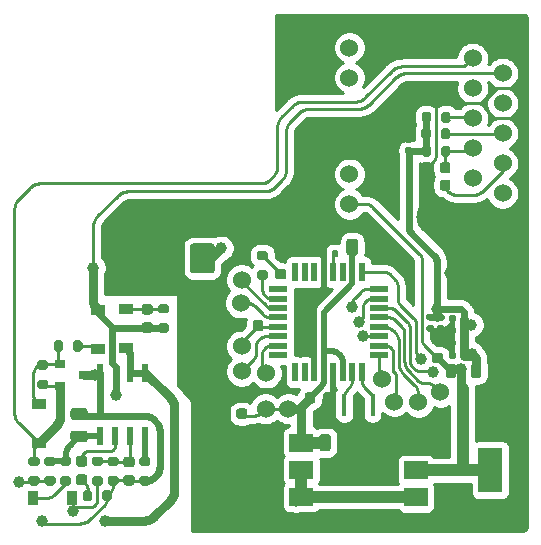
<source format=gbr>
%TF.GenerationSoftware,KiCad,Pcbnew,5.1.9+dfsg1-1*%
%TF.CreationDate,2022-09-05T14:40:43+03:00*%
%TF.ProjectId,Meteostation,4d657465-6f73-4746-9174-696f6e2e6b69,rev?*%
%TF.SameCoordinates,Original*%
%TF.FileFunction,Copper,L1,Top*%
%TF.FilePolarity,Positive*%
%FSLAX46Y46*%
G04 Gerber Fmt 4.6, Leading zero omitted, Abs format (unit mm)*
G04 Created by KiCad (PCBNEW 5.1.9+dfsg1-1) date 2022-09-05 14:40:43*
%MOMM*%
%LPD*%
G01*
G04 APERTURE LIST*
%TA.AperFunction,SMDPad,CuDef*%
%ADD10R,2.000000X1.500000*%
%TD*%
%TA.AperFunction,SMDPad,CuDef*%
%ADD11R,2.000000X3.800000*%
%TD*%
%TA.AperFunction,ComponentPad*%
%ADD12C,3.000000*%
%TD*%
%TA.AperFunction,ComponentPad*%
%ADD13C,1.524000*%
%TD*%
%TA.AperFunction,SMDPad,CuDef*%
%ADD14R,0.600000X1.550000*%
%TD*%
%TA.AperFunction,SMDPad,CuDef*%
%ADD15C,1.524000*%
%TD*%
%TA.AperFunction,SMDPad,CuDef*%
%ADD16R,0.400000X1.900000*%
%TD*%
%TA.AperFunction,SMDPad,CuDef*%
%ADD17R,1.600000X0.550000*%
%TD*%
%TA.AperFunction,SMDPad,CuDef*%
%ADD18R,0.550000X1.600000*%
%TD*%
%TA.AperFunction,SMDPad,CuDef*%
%ADD19R,0.900000X0.800000*%
%TD*%
%TA.AperFunction,SMDPad,CuDef*%
%ADD20R,1.200000X0.900000*%
%TD*%
%TA.AperFunction,SMDPad,CuDef*%
%ADD21R,0.900000X1.200000*%
%TD*%
%TA.AperFunction,ViaPad*%
%ADD22C,0.800000*%
%TD*%
%TA.AperFunction,ViaPad*%
%ADD23C,1.000000*%
%TD*%
%TA.AperFunction,Conductor*%
%ADD24C,0.250000*%
%TD*%
%TA.AperFunction,Conductor*%
%ADD25C,0.500000*%
%TD*%
%TA.AperFunction,Conductor*%
%ADD26C,0.600000*%
%TD*%
%TA.AperFunction,Conductor*%
%ADD27C,0.800000*%
%TD*%
%TA.AperFunction,Conductor*%
%ADD28C,1.000000*%
%TD*%
%TA.AperFunction,Conductor*%
%ADD29C,0.254000*%
%TD*%
%TA.AperFunction,Conductor*%
%ADD30C,0.100000*%
%TD*%
G04 APERTURE END LIST*
%TO.P,C13,2*%
%TO.N,GND*%
%TA.AperFunction,SMDPad,CuDef*%
G36*
G01*
X39525000Y-93250000D02*
X39025000Y-93250000D01*
G75*
G02*
X38800000Y-93025000I0J225000D01*
G01*
X38800000Y-92575000D01*
G75*
G02*
X39025000Y-92350000I225000J0D01*
G01*
X39525000Y-92350000D01*
G75*
G02*
X39750000Y-92575000I0J-225000D01*
G01*
X39750000Y-93025000D01*
G75*
G02*
X39525000Y-93250000I-225000J0D01*
G01*
G37*
%TD.AperFunction*%
%TO.P,C13,1*%
%TO.N,+5V*%
%TA.AperFunction,SMDPad,CuDef*%
G36*
G01*
X39525000Y-94800000D02*
X39025000Y-94800000D01*
G75*
G02*
X38800000Y-94575000I0J225000D01*
G01*
X38800000Y-94125000D01*
G75*
G02*
X39025000Y-93900000I225000J0D01*
G01*
X39525000Y-93900000D01*
G75*
G02*
X39750000Y-94125000I0J-225000D01*
G01*
X39750000Y-94575000D01*
G75*
G02*
X39525000Y-94800000I-225000J0D01*
G01*
G37*
%TD.AperFunction*%
%TD*%
%TO.P,C9,2*%
%TO.N,GND*%
%TA.AperFunction,SMDPad,CuDef*%
G36*
G01*
X46150000Y-93275000D02*
X46150000Y-92775000D01*
G75*
G02*
X46375000Y-92550000I225000J0D01*
G01*
X46825000Y-92550000D01*
G75*
G02*
X47050000Y-92775000I0J-225000D01*
G01*
X47050000Y-93275000D01*
G75*
G02*
X46825000Y-93500000I-225000J0D01*
G01*
X46375000Y-93500000D01*
G75*
G02*
X46150000Y-93275000I0J225000D01*
G01*
G37*
%TD.AperFunction*%
%TO.P,C9,1*%
%TO.N,+5V*%
%TA.AperFunction,SMDPad,CuDef*%
G36*
G01*
X44600000Y-93275000D02*
X44600000Y-92775000D01*
G75*
G02*
X44825000Y-92550000I225000J0D01*
G01*
X45275000Y-92550000D01*
G75*
G02*
X45500000Y-92775000I0J-225000D01*
G01*
X45500000Y-93275000D01*
G75*
G02*
X45275000Y-93500000I-225000J0D01*
G01*
X44825000Y-93500000D01*
G75*
G02*
X44600000Y-93275000I0J225000D01*
G01*
G37*
%TD.AperFunction*%
%TD*%
%TO.P,C1,2*%
%TO.N,/5.6-6v*%
%TA.AperFunction,SMDPad,CuDef*%
G36*
G01*
X48750000Y-100900000D02*
X49700000Y-100900000D01*
G75*
G02*
X49950000Y-101150000I0J-250000D01*
G01*
X49950000Y-101650000D01*
G75*
G02*
X49700000Y-101900000I-250000J0D01*
G01*
X48750000Y-101900000D01*
G75*
G02*
X48500000Y-101650000I0J250000D01*
G01*
X48500000Y-101150000D01*
G75*
G02*
X48750000Y-100900000I250000J0D01*
G01*
G37*
%TD.AperFunction*%
%TO.P,C1,1*%
%TO.N,GND*%
%TA.AperFunction,SMDPad,CuDef*%
G36*
G01*
X48750000Y-99000000D02*
X49700000Y-99000000D01*
G75*
G02*
X49950000Y-99250000I0J-250000D01*
G01*
X49950000Y-99750000D01*
G75*
G02*
X49700000Y-100000000I-250000J0D01*
G01*
X48750000Y-100000000D01*
G75*
G02*
X48500000Y-99750000I0J250000D01*
G01*
X48500000Y-99250000D01*
G75*
G02*
X48750000Y-99000000I250000J0D01*
G01*
G37*
%TD.AperFunction*%
%TD*%
D10*
%TO.P,D1,1*%
%TO.N,/5.6-6v*%
X44325000Y-101400000D03*
%TO.P,D1,3*%
%TO.N,+5V*%
X44325000Y-96800000D03*
%TO.P,D1,2*%
%TO.N,/5.6-6v*%
X44325000Y-99100000D03*
D11*
%TO.P,D1,4*%
%TO.N,GND*%
X38025000Y-99100000D03*
%TD*%
D12*
%TO.P,T1,16*%
%TO.N,GND*%
X55525000Y-62230000D03*
%TO.P,T1,15*%
X55525000Y-77720000D03*
D13*
%TO.P,T1,13*%
%TO.N,+3.3VDAC*%
X48395000Y-65890000D03*
%TO.P,T1,14*%
%TO.N,Link*%
X48395000Y-63350000D03*
%TO.P,T1,12*%
%TO.N,Activ*%
X48395000Y-74060000D03*
%TO.P,T1,11*%
%TO.N,+3.3VDAC*%
X48395000Y-76600000D03*
%TO.P,T1,2*%
%TO.N,Net-(C26-Pad2)*%
X58825000Y-74420000D03*
%TO.P,T1,4*%
%TO.N,Net-(C20-Pad1)*%
X58825000Y-71880000D03*
%TO.P,T1,6*%
%TO.N,Net-(D3-Pad1)*%
X58825000Y-69340000D03*
%TO.P,T1,8*%
%TO.N,N/C*%
X58825000Y-66800000D03*
%TO.P,T1,10*%
%TO.N,Net-(D9-Pad2)*%
X58825000Y-64260000D03*
%TO.P,T1,1*%
%TO.N,Net-(C25-Pad2)*%
X61365000Y-75690000D03*
%TO.P,T1,3*%
%TO.N,Net-(C16-Pad2)*%
X61365000Y-73150000D03*
%TO.P,T1,5*%
%TO.N,Net-(D3-Pad2)*%
X61365000Y-70610000D03*
%TO.P,T1,7*%
%TO.N,N/C*%
X61365000Y-68070000D03*
%TO.P,T1,9*%
%TO.N,Net-(C19-Pad1)*%
X61365000Y-65530000D03*
%TD*%
%TO.P,C2,2*%
%TO.N,+5V*%
%TA.AperFunction,SMDPad,CuDef*%
G36*
G01*
X46825000Y-96325000D02*
X46825000Y-97275000D01*
G75*
G02*
X46575000Y-97525000I-250000J0D01*
G01*
X46075000Y-97525000D01*
G75*
G02*
X45825000Y-97275000I0J250000D01*
G01*
X45825000Y-96325000D01*
G75*
G02*
X46075000Y-96075000I250000J0D01*
G01*
X46575000Y-96075000D01*
G75*
G02*
X46825000Y-96325000I0J-250000D01*
G01*
G37*
%TD.AperFunction*%
%TO.P,C2,1*%
%TO.N,GND*%
%TA.AperFunction,SMDPad,CuDef*%
G36*
G01*
X48725000Y-96325000D02*
X48725000Y-97275000D01*
G75*
G02*
X48475000Y-97525000I-250000J0D01*
G01*
X47975000Y-97525000D01*
G75*
G02*
X47725000Y-97275000I0J250000D01*
G01*
X47725000Y-96325000D01*
G75*
G02*
X47975000Y-96075000I250000J0D01*
G01*
X48475000Y-96075000D01*
G75*
G02*
X48725000Y-96325000I0J-250000D01*
G01*
G37*
%TD.AperFunction*%
%TD*%
%TO.P,R24,2*%
%TO.N,Net-(D9-Pad2)*%
%TA.AperFunction,SMDPad,CuDef*%
G36*
G01*
X22150000Y-91475000D02*
X22700000Y-91475000D01*
G75*
G02*
X22900000Y-91675000I0J-200000D01*
G01*
X22900000Y-92075000D01*
G75*
G02*
X22700000Y-92275000I-200000J0D01*
G01*
X22150000Y-92275000D01*
G75*
G02*
X21950000Y-92075000I0J200000D01*
G01*
X21950000Y-91675000D01*
G75*
G02*
X22150000Y-91475000I200000J0D01*
G01*
G37*
%TD.AperFunction*%
%TO.P,R24,1*%
%TO.N,Net-(D9-Pad1)*%
%TA.AperFunction,SMDPad,CuDef*%
G36*
G01*
X22150000Y-89825000D02*
X22700000Y-89825000D01*
G75*
G02*
X22900000Y-90025000I0J-200000D01*
G01*
X22900000Y-90425000D01*
G75*
G02*
X22700000Y-90625000I-200000J0D01*
G01*
X22150000Y-90625000D01*
G75*
G02*
X21950000Y-90425000I0J200000D01*
G01*
X21950000Y-90025000D01*
G75*
G02*
X22150000Y-89825000I200000J0D01*
G01*
G37*
%TD.AperFunction*%
%TD*%
D14*
%TO.P,D11,8*%
%TO.N,Net-(C19-Pad2)*%
X27295000Y-90875000D03*
%TO.P,D11,6*%
%TO.N,Net-(D11-Pad5)*%
X29835000Y-90875000D03*
%TO.P,D11,5*%
X31105000Y-90875000D03*
%TO.P,D11,4*%
%TO.N,Net-(D11-Pad4)*%
X31105000Y-96275000D03*
%TO.P,D11,3*%
%TO.N,Net-(C29-Pad1)*%
X29835000Y-96275000D03*
%TO.P,D11,2*%
%TO.N,Net-(C33-Pad1)*%
X28565000Y-96275000D03*
%TO.P,D11,1*%
%TO.N,Net-(C24-Pad1)*%
X27295000Y-96275000D03*
%TD*%
%TO.P,C5,2*%
%TO.N,Net-(C5-Pad2)*%
%TA.AperFunction,SMDPad,CuDef*%
G36*
G01*
X46893860Y-80974600D02*
X46893860Y-80634600D01*
G75*
G02*
X47033860Y-80494600I140000J0D01*
G01*
X47313860Y-80494600D01*
G75*
G02*
X47453860Y-80634600I0J-140000D01*
G01*
X47453860Y-80974600D01*
G75*
G02*
X47313860Y-81114600I-140000J0D01*
G01*
X47033860Y-81114600D01*
G75*
G02*
X46893860Y-80974600I0J140000D01*
G01*
G37*
%TD.AperFunction*%
%TO.P,C5,1*%
%TO.N,GND*%
%TA.AperFunction,SMDPad,CuDef*%
G36*
G01*
X45933860Y-80974600D02*
X45933860Y-80634600D01*
G75*
G02*
X46073860Y-80494600I140000J0D01*
G01*
X46353860Y-80494600D01*
G75*
G02*
X46493860Y-80634600I0J-140000D01*
G01*
X46493860Y-80974600D01*
G75*
G02*
X46353860Y-81114600I-140000J0D01*
G01*
X46073860Y-81114600D01*
G75*
G02*
X45933860Y-80974600I0J140000D01*
G01*
G37*
%TD.AperFunction*%
%TD*%
%TO.P,C33,2*%
%TO.N,Net-(C33-Pad2)*%
%TA.AperFunction,SMDPad,CuDef*%
G36*
G01*
X25463300Y-99482400D02*
X25963300Y-99482400D01*
G75*
G02*
X26188300Y-99707400I0J-225000D01*
G01*
X26188300Y-100157400D01*
G75*
G02*
X25963300Y-100382400I-225000J0D01*
G01*
X25463300Y-100382400D01*
G75*
G02*
X25238300Y-100157400I0J225000D01*
G01*
X25238300Y-99707400D01*
G75*
G02*
X25463300Y-99482400I225000J0D01*
G01*
G37*
%TD.AperFunction*%
%TO.P,C33,1*%
%TO.N,Net-(C33-Pad1)*%
%TA.AperFunction,SMDPad,CuDef*%
G36*
G01*
X25463300Y-97932400D02*
X25963300Y-97932400D01*
G75*
G02*
X26188300Y-98157400I0J-225000D01*
G01*
X26188300Y-98607400D01*
G75*
G02*
X25963300Y-98832400I-225000J0D01*
G01*
X25463300Y-98832400D01*
G75*
G02*
X25238300Y-98607400I0J225000D01*
G01*
X25238300Y-98157400D01*
G75*
G02*
X25463300Y-97932400I225000J0D01*
G01*
G37*
%TD.AperFunction*%
%TD*%
D15*
%TO.P,J9,1*%
%TO.N,Net-(J9-Pad1)*%
X56100000Y-92525000D03*
%TD*%
%TO.P,J8,1*%
%TO.N,Net-(J8-Pad1)*%
X54225000Y-93375000D03*
%TD*%
D16*
%TO.P,Y1,3*%
%TO.N,Net-(U1-Pad7)*%
X47950000Y-93600000D03*
%TO.P,Y1,2*%
%TO.N,GND*%
X49150000Y-93600000D03*
%TO.P,Y1,1*%
%TO.N,Net-(U1-Pad8)*%
X50350000Y-93600000D03*
%TD*%
D17*
%TO.P,U1,32*%
%TO.N,N/C*%
X42375000Y-89400000D03*
%TO.P,U1,31*%
%TO.N,Net-(J1-Pad1)*%
X42375000Y-88600000D03*
%TO.P,U1,30*%
%TO.N,Net-(J2-Pad1)*%
X42375000Y-87800000D03*
%TO.P,U1,29*%
%TO.N,Net-(C3-Pad2)*%
X42375000Y-87000000D03*
%TO.P,U1,28*%
%TO.N,Net-(J3-Pad1)*%
X42375000Y-86200000D03*
%TO.P,U1,27*%
%TO.N,Net-(J4-Pad1)*%
X42375000Y-85400000D03*
%TO.P,U1,26*%
%TO.N,Net-(R4-Pad2)*%
X42375000Y-84600000D03*
%TO.P,U1,25*%
%TO.N,N/C*%
X42375000Y-83800000D03*
D18*
%TO.P,U1,24*%
X43825000Y-82350000D03*
%TO.P,U1,23*%
X44625000Y-82350000D03*
%TO.P,U1,22*%
X45425000Y-82350000D03*
%TO.P,U1,21*%
%TO.N,GND*%
X46225000Y-82350000D03*
%TO.P,U1,20*%
%TO.N,Net-(C5-Pad2)*%
X47025000Y-82350000D03*
%TO.P,U1,19*%
%TO.N,N/C*%
X47825000Y-82350000D03*
%TO.P,U1,18*%
%TO.N,+5V*%
X48625000Y-82350000D03*
%TO.P,U1,17*%
%TO.N,SCLK*%
X49425000Y-82350000D03*
D17*
%TO.P,U1,16*%
%TO.N,MISO*%
X50875000Y-83800000D03*
%TO.P,U1,15*%
%TO.N,MOSI*%
X50875000Y-84600000D03*
%TO.P,U1,14*%
%TO.N,SCSn*%
X50875000Y-85400000D03*
%TO.P,U1,13*%
%TO.N,Net-(J9-Pad1)*%
X50875000Y-86200000D03*
%TO.P,U1,12*%
%TO.N,Net-(J8-Pad1)*%
X50875000Y-87000000D03*
%TO.P,U1,11*%
%TO.N,RSTn*%
X50875000Y-87800000D03*
%TO.P,U1,10*%
%TO.N,Net-(J12-Pad1)*%
X50875000Y-88600000D03*
%TO.P,U1,9*%
%TO.N,Net-(J13-Pad1)*%
X50875000Y-89400000D03*
D18*
%TO.P,U1,8*%
%TO.N,Net-(U1-Pad8)*%
X49425000Y-90850000D03*
%TO.P,U1,7*%
%TO.N,Net-(U1-Pad7)*%
X48625000Y-90850000D03*
%TO.P,U1,6*%
%TO.N,+5V*%
X47825000Y-90850000D03*
%TO.P,U1,5*%
%TO.N,GND*%
X47025000Y-90850000D03*
%TO.P,U1,4*%
%TO.N,+5V*%
X46225000Y-90850000D03*
%TO.P,U1,3*%
%TO.N,GND*%
X45425000Y-90850000D03*
%TO.P,U1,2*%
%TO.N,N/C*%
X44625000Y-90850000D03*
%TO.P,U1,1*%
X43825000Y-90850000D03*
%TD*%
%TO.P,R18,2*%
%TO.N,+3.3VA*%
%TA.AperFunction,SMDPad,CuDef*%
G36*
G01*
X55300000Y-71850000D02*
X55300000Y-72400000D01*
G75*
G02*
X55100000Y-72600000I-200000J0D01*
G01*
X54700000Y-72600000D01*
G75*
G02*
X54500000Y-72400000I0J200000D01*
G01*
X54500000Y-71850000D01*
G75*
G02*
X54700000Y-71650000I200000J0D01*
G01*
X55100000Y-71650000D01*
G75*
G02*
X55300000Y-71850000I0J-200000D01*
G01*
G37*
%TD.AperFunction*%
%TO.P,R18,1*%
%TO.N,Net-(C20-Pad1)*%
%TA.AperFunction,SMDPad,CuDef*%
G36*
G01*
X56950000Y-71850000D02*
X56950000Y-72400000D01*
G75*
G02*
X56750000Y-72600000I-200000J0D01*
G01*
X56350000Y-72600000D01*
G75*
G02*
X56150000Y-72400000I0J200000D01*
G01*
X56150000Y-71850000D01*
G75*
G02*
X56350000Y-71650000I200000J0D01*
G01*
X56750000Y-71650000D01*
G75*
G02*
X56950000Y-71850000I0J-200000D01*
G01*
G37*
%TD.AperFunction*%
%TD*%
%TO.P,R10,2*%
%TO.N,+3.3VA*%
%TA.AperFunction,SMDPad,CuDef*%
G36*
G01*
X55275000Y-70375000D02*
X55275000Y-70925000D01*
G75*
G02*
X55075000Y-71125000I-200000J0D01*
G01*
X54675000Y-71125000D01*
G75*
G02*
X54475000Y-70925000I0J200000D01*
G01*
X54475000Y-70375000D01*
G75*
G02*
X54675000Y-70175000I200000J0D01*
G01*
X55075000Y-70175000D01*
G75*
G02*
X55275000Y-70375000I0J-200000D01*
G01*
G37*
%TD.AperFunction*%
%TO.P,R10,1*%
%TO.N,Net-(D3-Pad2)*%
%TA.AperFunction,SMDPad,CuDef*%
G36*
G01*
X56925000Y-70375000D02*
X56925000Y-70925000D01*
G75*
G02*
X56725000Y-71125000I-200000J0D01*
G01*
X56325000Y-71125000D01*
G75*
G02*
X56125000Y-70925000I0J200000D01*
G01*
X56125000Y-70375000D01*
G75*
G02*
X56325000Y-70175000I200000J0D01*
G01*
X56725000Y-70175000D01*
G75*
G02*
X56925000Y-70375000I0J-200000D01*
G01*
G37*
%TD.AperFunction*%
%TD*%
%TO.P,R9,2*%
%TO.N,+3.3VA*%
%TA.AperFunction,SMDPad,CuDef*%
G36*
G01*
X55300000Y-68975000D02*
X55300000Y-69525000D01*
G75*
G02*
X55100000Y-69725000I-200000J0D01*
G01*
X54700000Y-69725000D01*
G75*
G02*
X54500000Y-69525000I0J200000D01*
G01*
X54500000Y-68975000D01*
G75*
G02*
X54700000Y-68775000I200000J0D01*
G01*
X55100000Y-68775000D01*
G75*
G02*
X55300000Y-68975000I0J-200000D01*
G01*
G37*
%TD.AperFunction*%
%TO.P,R9,1*%
%TO.N,Net-(D3-Pad1)*%
%TA.AperFunction,SMDPad,CuDef*%
G36*
G01*
X56950000Y-68975000D02*
X56950000Y-69525000D01*
G75*
G02*
X56750000Y-69725000I-200000J0D01*
G01*
X56350000Y-69725000D01*
G75*
G02*
X56150000Y-69525000I0J200000D01*
G01*
X56150000Y-68975000D01*
G75*
G02*
X56350000Y-68775000I200000J0D01*
G01*
X56750000Y-68775000D01*
G75*
G02*
X56950000Y-68975000I0J-200000D01*
G01*
G37*
%TD.AperFunction*%
%TD*%
%TO.P,C20,2*%
%TO.N,GND*%
%TA.AperFunction,SMDPad,CuDef*%
G36*
G01*
X55400000Y-73275000D02*
X55400000Y-73775000D01*
G75*
G02*
X55175000Y-74000000I-225000J0D01*
G01*
X54725000Y-74000000D01*
G75*
G02*
X54500000Y-73775000I0J225000D01*
G01*
X54500000Y-73275000D01*
G75*
G02*
X54725000Y-73050000I225000J0D01*
G01*
X55175000Y-73050000D01*
G75*
G02*
X55400000Y-73275000I0J-225000D01*
G01*
G37*
%TD.AperFunction*%
%TO.P,C20,1*%
%TO.N,Net-(C20-Pad1)*%
%TA.AperFunction,SMDPad,CuDef*%
G36*
G01*
X56950000Y-73275000D02*
X56950000Y-73775000D01*
G75*
G02*
X56725000Y-74000000I-225000J0D01*
G01*
X56275000Y-74000000D01*
G75*
G02*
X56050000Y-73775000I0J225000D01*
G01*
X56050000Y-73275000D01*
G75*
G02*
X56275000Y-73050000I225000J0D01*
G01*
X56725000Y-73050000D01*
G75*
G02*
X56950000Y-73275000I0J-225000D01*
G01*
G37*
%TD.AperFunction*%
%TD*%
%TO.P,C16,2*%
%TO.N,Net-(C16-Pad2)*%
%TA.AperFunction,SMDPad,CuDef*%
G36*
G01*
X56050000Y-75250000D02*
X56050000Y-74750000D01*
G75*
G02*
X56275000Y-74525000I225000J0D01*
G01*
X56725000Y-74525000D01*
G75*
G02*
X56950000Y-74750000I0J-225000D01*
G01*
X56950000Y-75250000D01*
G75*
G02*
X56725000Y-75475000I-225000J0D01*
G01*
X56275000Y-75475000D01*
G75*
G02*
X56050000Y-75250000I0J225000D01*
G01*
G37*
%TD.AperFunction*%
%TO.P,C16,1*%
%TO.N,GND*%
%TA.AperFunction,SMDPad,CuDef*%
G36*
G01*
X54500000Y-75250000D02*
X54500000Y-74750000D01*
G75*
G02*
X54725000Y-74525000I225000J0D01*
G01*
X55175000Y-74525000D01*
G75*
G02*
X55400000Y-74750000I0J-225000D01*
G01*
X55400000Y-75250000D01*
G75*
G02*
X55175000Y-75475000I-225000J0D01*
G01*
X54725000Y-75475000D01*
G75*
G02*
X54500000Y-75250000I0J225000D01*
G01*
G37*
%TD.AperFunction*%
%TD*%
D15*
%TO.P,J14,1*%
%TO.N,+5V*%
X41300000Y-93925000D03*
%TD*%
%TO.P,C43,2*%
%TO.N,GND*%
%TA.AperFunction,SMDPad,CuDef*%
G36*
G01*
X57400000Y-87155000D02*
X57400000Y-87495000D01*
G75*
G02*
X57260000Y-87635000I-140000J0D01*
G01*
X56980000Y-87635000D01*
G75*
G02*
X56840000Y-87495000I0J140000D01*
G01*
X56840000Y-87155000D01*
G75*
G02*
X56980000Y-87015000I140000J0D01*
G01*
X57260000Y-87015000D01*
G75*
G02*
X57400000Y-87155000I0J-140000D01*
G01*
G37*
%TD.AperFunction*%
%TO.P,C43,1*%
%TO.N,+3.3VA*%
%TA.AperFunction,SMDPad,CuDef*%
G36*
G01*
X58360000Y-87155000D02*
X58360000Y-87495000D01*
G75*
G02*
X58220000Y-87635000I-140000J0D01*
G01*
X57940000Y-87635000D01*
G75*
G02*
X57800000Y-87495000I0J140000D01*
G01*
X57800000Y-87155000D01*
G75*
G02*
X57940000Y-87015000I140000J0D01*
G01*
X58220000Y-87015000D01*
G75*
G02*
X58360000Y-87155000I0J-140000D01*
G01*
G37*
%TD.AperFunction*%
%TD*%
%TO.P,C15,2*%
%TO.N,+3.3VDAC*%
%TA.AperFunction,SMDPad,CuDef*%
G36*
G01*
X55600000Y-89175000D02*
X56100000Y-89175000D01*
G75*
G02*
X56325000Y-89400000I0J-225000D01*
G01*
X56325000Y-89850000D01*
G75*
G02*
X56100000Y-90075000I-225000J0D01*
G01*
X55600000Y-90075000D01*
G75*
G02*
X55375000Y-89850000I0J225000D01*
G01*
X55375000Y-89400000D01*
G75*
G02*
X55600000Y-89175000I225000J0D01*
G01*
G37*
%TD.AperFunction*%
%TO.P,C15,1*%
%TO.N,GND*%
%TA.AperFunction,SMDPad,CuDef*%
G36*
G01*
X55600000Y-87625000D02*
X56100000Y-87625000D01*
G75*
G02*
X56325000Y-87850000I0J-225000D01*
G01*
X56325000Y-88300000D01*
G75*
G02*
X56100000Y-88525000I-225000J0D01*
G01*
X55600000Y-88525000D01*
G75*
G02*
X55375000Y-88300000I0J225000D01*
G01*
X55375000Y-87850000D01*
G75*
G02*
X55600000Y-87625000I225000J0D01*
G01*
G37*
%TD.AperFunction*%
%TD*%
%TO.P,C38,2*%
%TO.N,GND*%
%TA.AperFunction,SMDPad,CuDef*%
G36*
G01*
X55955000Y-86850000D02*
X56295000Y-86850000D01*
G75*
G02*
X56435000Y-86990000I0J-140000D01*
G01*
X56435000Y-87270000D01*
G75*
G02*
X56295000Y-87410000I-140000J0D01*
G01*
X55955000Y-87410000D01*
G75*
G02*
X55815000Y-87270000I0J140000D01*
G01*
X55815000Y-86990000D01*
G75*
G02*
X55955000Y-86850000I140000J0D01*
G01*
G37*
%TD.AperFunction*%
%TO.P,C38,1*%
%TO.N,+3.3VA*%
%TA.AperFunction,SMDPad,CuDef*%
G36*
G01*
X55955000Y-85890000D02*
X56295000Y-85890000D01*
G75*
G02*
X56435000Y-86030000I0J-140000D01*
G01*
X56435000Y-86310000D01*
G75*
G02*
X56295000Y-86450000I-140000J0D01*
G01*
X55955000Y-86450000D01*
G75*
G02*
X55815000Y-86310000I0J140000D01*
G01*
X55815000Y-86030000D01*
G75*
G02*
X55955000Y-85890000I140000J0D01*
G01*
G37*
%TD.AperFunction*%
%TD*%
%TO.P,C35,2*%
%TO.N,GND*%
%TA.AperFunction,SMDPad,CuDef*%
G36*
G01*
X57400000Y-88205000D02*
X57400000Y-88545000D01*
G75*
G02*
X57260000Y-88685000I-140000J0D01*
G01*
X56980000Y-88685000D01*
G75*
G02*
X56840000Y-88545000I0J140000D01*
G01*
X56840000Y-88205000D01*
G75*
G02*
X56980000Y-88065000I140000J0D01*
G01*
X57260000Y-88065000D01*
G75*
G02*
X57400000Y-88205000I0J-140000D01*
G01*
G37*
%TD.AperFunction*%
%TO.P,C35,1*%
%TO.N,+3.3VA*%
%TA.AperFunction,SMDPad,CuDef*%
G36*
G01*
X58360000Y-88205000D02*
X58360000Y-88545000D01*
G75*
G02*
X58220000Y-88685000I-140000J0D01*
G01*
X57940000Y-88685000D01*
G75*
G02*
X57800000Y-88545000I0J140000D01*
G01*
X57800000Y-88205000D01*
G75*
G02*
X57940000Y-88065000I140000J0D01*
G01*
X58220000Y-88065000D01*
G75*
G02*
X58360000Y-88205000I0J-140000D01*
G01*
G37*
%TD.AperFunction*%
%TD*%
%TO.P,C31,2*%
%TO.N,GND*%
%TA.AperFunction,SMDPad,CuDef*%
G36*
G01*
X57400000Y-89255000D02*
X57400000Y-89595000D01*
G75*
G02*
X57260000Y-89735000I-140000J0D01*
G01*
X56980000Y-89735000D01*
G75*
G02*
X56840000Y-89595000I0J140000D01*
G01*
X56840000Y-89255000D01*
G75*
G02*
X56980000Y-89115000I140000J0D01*
G01*
X57260000Y-89115000D01*
G75*
G02*
X57400000Y-89255000I0J-140000D01*
G01*
G37*
%TD.AperFunction*%
%TO.P,C31,1*%
%TO.N,+3.3VA*%
%TA.AperFunction,SMDPad,CuDef*%
G36*
G01*
X58360000Y-89255000D02*
X58360000Y-89595000D01*
G75*
G02*
X58220000Y-89735000I-140000J0D01*
G01*
X57940000Y-89735000D01*
G75*
G02*
X57800000Y-89595000I0J140000D01*
G01*
X57800000Y-89255000D01*
G75*
G02*
X57940000Y-89115000I140000J0D01*
G01*
X58220000Y-89115000D01*
G75*
G02*
X58360000Y-89255000I0J-140000D01*
G01*
G37*
%TD.AperFunction*%
%TD*%
%TO.P,C28,2*%
%TO.N,GND*%
%TA.AperFunction,SMDPad,CuDef*%
G36*
G01*
X57400000Y-86130000D02*
X57400000Y-86470000D01*
G75*
G02*
X57260000Y-86610000I-140000J0D01*
G01*
X56980000Y-86610000D01*
G75*
G02*
X56840000Y-86470000I0J140000D01*
G01*
X56840000Y-86130000D01*
G75*
G02*
X56980000Y-85990000I140000J0D01*
G01*
X57260000Y-85990000D01*
G75*
G02*
X57400000Y-86130000I0J-140000D01*
G01*
G37*
%TD.AperFunction*%
%TO.P,C28,1*%
%TO.N,+3.3VA*%
%TA.AperFunction,SMDPad,CuDef*%
G36*
G01*
X58360000Y-86130000D02*
X58360000Y-86470000D01*
G75*
G02*
X58220000Y-86610000I-140000J0D01*
G01*
X57940000Y-86610000D01*
G75*
G02*
X57800000Y-86470000I0J140000D01*
G01*
X57800000Y-86130000D01*
G75*
G02*
X57940000Y-85990000I140000J0D01*
G01*
X58220000Y-85990000D01*
G75*
G02*
X58360000Y-86130000I0J-140000D01*
G01*
G37*
%TD.AperFunction*%
%TD*%
%TO.P,C27,2*%
%TO.N,GND*%
%TA.AperFunction,SMDPad,CuDef*%
G36*
G01*
X55055000Y-86850000D02*
X55395000Y-86850000D01*
G75*
G02*
X55535000Y-86990000I0J-140000D01*
G01*
X55535000Y-87270000D01*
G75*
G02*
X55395000Y-87410000I-140000J0D01*
G01*
X55055000Y-87410000D01*
G75*
G02*
X54915000Y-87270000I0J140000D01*
G01*
X54915000Y-86990000D01*
G75*
G02*
X55055000Y-86850000I140000J0D01*
G01*
G37*
%TD.AperFunction*%
%TO.P,C27,1*%
%TO.N,+3.3VA*%
%TA.AperFunction,SMDPad,CuDef*%
G36*
G01*
X55055000Y-85890000D02*
X55395000Y-85890000D01*
G75*
G02*
X55535000Y-86030000I0J-140000D01*
G01*
X55535000Y-86310000D01*
G75*
G02*
X55395000Y-86450000I-140000J0D01*
G01*
X55055000Y-86450000D01*
G75*
G02*
X54915000Y-86310000I0J140000D01*
G01*
X54915000Y-86030000D01*
G75*
G02*
X55055000Y-85890000I140000J0D01*
G01*
G37*
%TD.AperFunction*%
%TD*%
%TO.P,C39,2*%
%TO.N,GND*%
%TA.AperFunction,SMDPad,CuDef*%
G36*
G01*
X53570000Y-71400000D02*
X53230000Y-71400000D01*
G75*
G02*
X53090000Y-71260000I0J140000D01*
G01*
X53090000Y-70980000D01*
G75*
G02*
X53230000Y-70840000I140000J0D01*
G01*
X53570000Y-70840000D01*
G75*
G02*
X53710000Y-70980000I0J-140000D01*
G01*
X53710000Y-71260000D01*
G75*
G02*
X53570000Y-71400000I-140000J0D01*
G01*
G37*
%TD.AperFunction*%
%TO.P,C39,1*%
%TO.N,+3.3VA*%
%TA.AperFunction,SMDPad,CuDef*%
G36*
G01*
X53570000Y-72360000D02*
X53230000Y-72360000D01*
G75*
G02*
X53090000Y-72220000I0J140000D01*
G01*
X53090000Y-71940000D01*
G75*
G02*
X53230000Y-71800000I140000J0D01*
G01*
X53570000Y-71800000D01*
G75*
G02*
X53710000Y-71940000I0J-140000D01*
G01*
X53710000Y-72220000D01*
G75*
G02*
X53570000Y-72360000I-140000J0D01*
G01*
G37*
%TD.AperFunction*%
%TD*%
%TO.P,D4,2*%
%TO.N,Net-(D4-Pad2)*%
%TA.AperFunction,SMDPad,CuDef*%
G36*
G01*
X42318750Y-82100000D02*
X42831250Y-82100000D01*
G75*
G02*
X43050000Y-82318750I0J-218750D01*
G01*
X43050000Y-82756250D01*
G75*
G02*
X42831250Y-82975000I-218750J0D01*
G01*
X42318750Y-82975000D01*
G75*
G02*
X42100000Y-82756250I0J218750D01*
G01*
X42100000Y-82318750D01*
G75*
G02*
X42318750Y-82100000I218750J0D01*
G01*
G37*
%TD.AperFunction*%
%TO.P,D4,1*%
%TO.N,GND*%
%TA.AperFunction,SMDPad,CuDef*%
G36*
G01*
X42318750Y-80525000D02*
X42831250Y-80525000D01*
G75*
G02*
X43050000Y-80743750I0J-218750D01*
G01*
X43050000Y-81181250D01*
G75*
G02*
X42831250Y-81400000I-218750J0D01*
G01*
X42318750Y-81400000D01*
G75*
G02*
X42100000Y-81181250I0J218750D01*
G01*
X42100000Y-80743750D01*
G75*
G02*
X42318750Y-80525000I218750J0D01*
G01*
G37*
%TD.AperFunction*%
%TD*%
%TO.P,C56,2*%
%TO.N,+3.3VDAC*%
%TA.AperFunction,SMDPad,CuDef*%
G36*
G01*
X58475000Y-92075000D02*
X58475000Y-93025000D01*
G75*
G02*
X58225000Y-93275000I-250000J0D01*
G01*
X57725000Y-93275000D01*
G75*
G02*
X57475000Y-93025000I0J250000D01*
G01*
X57475000Y-92075000D01*
G75*
G02*
X57725000Y-91825000I250000J0D01*
G01*
X58225000Y-91825000D01*
G75*
G02*
X58475000Y-92075000I0J-250000D01*
G01*
G37*
%TD.AperFunction*%
%TO.P,C56,1*%
%TO.N,GND*%
%TA.AperFunction,SMDPad,CuDef*%
G36*
G01*
X60375000Y-92075000D02*
X60375000Y-93025000D01*
G75*
G02*
X60125000Y-93275000I-250000J0D01*
G01*
X59625000Y-93275000D01*
G75*
G02*
X59375000Y-93025000I0J250000D01*
G01*
X59375000Y-92075000D01*
G75*
G02*
X59625000Y-91825000I250000J0D01*
G01*
X60125000Y-91825000D01*
G75*
G02*
X60375000Y-92075000I0J-250000D01*
G01*
G37*
%TD.AperFunction*%
%TD*%
D10*
%TO.P,U6,1*%
%TO.N,GND*%
X54025000Y-96825000D03*
%TO.P,U6,3*%
%TO.N,/5.6-6v*%
X54025000Y-101425000D03*
%TO.P,U6,2*%
%TO.N,+3.3VDAC*%
X54025000Y-99125000D03*
D11*
X60325000Y-99125000D03*
%TD*%
D15*
%TO.P,J7,1*%
%TO.N,GND*%
X50700000Y-96900000D03*
%TD*%
%TO.P,R4,2*%
%TO.N,Net-(R4-Pad2)*%
%TA.AperFunction,SMDPad,CuDef*%
G36*
G01*
X40750000Y-82200000D02*
X41300000Y-82200000D01*
G75*
G02*
X41500000Y-82400000I0J-200000D01*
G01*
X41500000Y-82800000D01*
G75*
G02*
X41300000Y-83000000I-200000J0D01*
G01*
X40750000Y-83000000D01*
G75*
G02*
X40550000Y-82800000I0J200000D01*
G01*
X40550000Y-82400000D01*
G75*
G02*
X40750000Y-82200000I200000J0D01*
G01*
G37*
%TD.AperFunction*%
%TO.P,R4,1*%
%TO.N,Net-(D4-Pad2)*%
%TA.AperFunction,SMDPad,CuDef*%
G36*
G01*
X40750000Y-80550000D02*
X41300000Y-80550000D01*
G75*
G02*
X41500000Y-80750000I0J-200000D01*
G01*
X41500000Y-81150000D01*
G75*
G02*
X41300000Y-81350000I-200000J0D01*
G01*
X40750000Y-81350000D01*
G75*
G02*
X40550000Y-81150000I0J200000D01*
G01*
X40550000Y-80750000D01*
G75*
G02*
X40750000Y-80550000I200000J0D01*
G01*
G37*
%TD.AperFunction*%
%TD*%
%TO.P,C3,2*%
%TO.N,Net-(C3-Pad2)*%
%TA.AperFunction,SMDPad,CuDef*%
G36*
G01*
X40200000Y-87150000D02*
X40200000Y-86650000D01*
G75*
G02*
X40425000Y-86425000I225000J0D01*
G01*
X40875000Y-86425000D01*
G75*
G02*
X41100000Y-86650000I0J-225000D01*
G01*
X41100000Y-87150000D01*
G75*
G02*
X40875000Y-87375000I-225000J0D01*
G01*
X40425000Y-87375000D01*
G75*
G02*
X40200000Y-87150000I0J225000D01*
G01*
G37*
%TD.AperFunction*%
%TO.P,C3,1*%
%TO.N,GND*%
%TA.AperFunction,SMDPad,CuDef*%
G36*
G01*
X38650000Y-87150000D02*
X38650000Y-86650000D01*
G75*
G02*
X38875000Y-86425000I225000J0D01*
G01*
X39325000Y-86425000D01*
G75*
G02*
X39550000Y-86650000I0J-225000D01*
G01*
X39550000Y-87150000D01*
G75*
G02*
X39325000Y-87375000I-225000J0D01*
G01*
X38875000Y-87375000D01*
G75*
G02*
X38650000Y-87150000I0J225000D01*
G01*
G37*
%TD.AperFunction*%
%TD*%
%TO.P,J6,1*%
%TO.N,+5V*%
X43225000Y-93925000D03*
%TD*%
%TO.P,J4,1*%
%TO.N,Net-(J4-Pad1)*%
X39275000Y-83025000D03*
%TD*%
%TO.P,J3,1*%
%TO.N,Net-(J3-Pad1)*%
X39200000Y-84975000D03*
%TD*%
%TO.P,C50,2*%
%TO.N,GND*%
%TA.AperFunction,SMDPad,CuDef*%
G36*
G01*
X30750000Y-80175000D02*
X30750000Y-82225000D01*
G75*
G02*
X30500000Y-82475000I-250000J0D01*
G01*
X28925000Y-82475000D01*
G75*
G02*
X28675000Y-82225000I0J250000D01*
G01*
X28675000Y-80175000D01*
G75*
G02*
X28925000Y-79925000I250000J0D01*
G01*
X30500000Y-79925000D01*
G75*
G02*
X30750000Y-80175000I0J-250000D01*
G01*
G37*
%TD.AperFunction*%
%TO.P,C50,1*%
%TO.N,12-16*%
%TA.AperFunction,SMDPad,CuDef*%
G36*
G01*
X36975000Y-80175000D02*
X36975000Y-82225000D01*
G75*
G02*
X36725000Y-82475000I-250000J0D01*
G01*
X35150000Y-82475000D01*
G75*
G02*
X34900000Y-82225000I0J250000D01*
G01*
X34900000Y-80175000D01*
G75*
G02*
X35150000Y-79925000I250000J0D01*
G01*
X36725000Y-79925000D01*
G75*
G02*
X36975000Y-80175000I0J-250000D01*
G01*
G37*
%TD.AperFunction*%
%TD*%
%TO.P,R21,2*%
%TO.N,Net-(C29-Pad1)*%
%TA.AperFunction,SMDPad,CuDef*%
G36*
G01*
X27324168Y-98779100D02*
X26774168Y-98779100D01*
G75*
G02*
X26574168Y-98579100I0J200000D01*
G01*
X26574168Y-98179100D01*
G75*
G02*
X26774168Y-97979100I200000J0D01*
G01*
X27324168Y-97979100D01*
G75*
G02*
X27524168Y-98179100I0J-200000D01*
G01*
X27524168Y-98579100D01*
G75*
G02*
X27324168Y-98779100I-200000J0D01*
G01*
G37*
%TD.AperFunction*%
%TO.P,R21,1*%
%TO.N,Net-(D14-Pad2)*%
%TA.AperFunction,SMDPad,CuDef*%
G36*
G01*
X27324168Y-100429100D02*
X26774168Y-100429100D01*
G75*
G02*
X26574168Y-100229100I0J200000D01*
G01*
X26574168Y-99829100D01*
G75*
G02*
X26774168Y-99629100I200000J0D01*
G01*
X27324168Y-99629100D01*
G75*
G02*
X27524168Y-99829100I0J-200000D01*
G01*
X27524168Y-100229100D01*
G75*
G02*
X27324168Y-100429100I-200000J0D01*
G01*
G37*
%TD.AperFunction*%
%TD*%
%TO.P,R28,2*%
%TO.N,Net-(C19-Pad2)*%
%TA.AperFunction,SMDPad,CuDef*%
G36*
G01*
X30790994Y-99629100D02*
X31340994Y-99629100D01*
G75*
G02*
X31540994Y-99829100I0J-200000D01*
G01*
X31540994Y-100229100D01*
G75*
G02*
X31340994Y-100429100I-200000J0D01*
G01*
X30790994Y-100429100D01*
G75*
G02*
X30590994Y-100229100I0J200000D01*
G01*
X30590994Y-99829100D01*
G75*
G02*
X30790994Y-99629100I200000J0D01*
G01*
G37*
%TD.AperFunction*%
%TO.P,R28,1*%
%TO.N,Net-(D11-Pad4)*%
%TA.AperFunction,SMDPad,CuDef*%
G36*
G01*
X30790994Y-97979100D02*
X31340994Y-97979100D01*
G75*
G02*
X31540994Y-98179100I0J-200000D01*
G01*
X31540994Y-98579100D01*
G75*
G02*
X31340994Y-98779100I-200000J0D01*
G01*
X30790994Y-98779100D01*
G75*
G02*
X30590994Y-98579100I0J200000D01*
G01*
X30590994Y-98179100D01*
G75*
G02*
X30790994Y-97979100I200000J0D01*
G01*
G37*
%TD.AperFunction*%
%TD*%
%TO.P,R22,2*%
%TO.N,Net-(C19-Pad2)*%
%TA.AperFunction,SMDPad,CuDef*%
G36*
G01*
X28113110Y-99629100D02*
X28663110Y-99629100D01*
G75*
G02*
X28863110Y-99829100I0J-200000D01*
G01*
X28863110Y-100229100D01*
G75*
G02*
X28663110Y-100429100I-200000J0D01*
G01*
X28113110Y-100429100D01*
G75*
G02*
X27913110Y-100229100I0J200000D01*
G01*
X27913110Y-99829100D01*
G75*
G02*
X28113110Y-99629100I200000J0D01*
G01*
G37*
%TD.AperFunction*%
%TO.P,R22,1*%
%TO.N,Net-(C29-Pad1)*%
%TA.AperFunction,SMDPad,CuDef*%
G36*
G01*
X28113110Y-97979100D02*
X28663110Y-97979100D01*
G75*
G02*
X28863110Y-98179100I0J-200000D01*
G01*
X28863110Y-98579100D01*
G75*
G02*
X28663110Y-98779100I-200000J0D01*
G01*
X28113110Y-98779100D01*
G75*
G02*
X27913110Y-98579100I0J200000D01*
G01*
X27913110Y-98179100D01*
G75*
G02*
X28113110Y-97979100I200000J0D01*
G01*
G37*
%TD.AperFunction*%
%TD*%
%TO.P,R30,2*%
%TO.N,Net-(D9-Pad2)*%
%TA.AperFunction,SMDPad,CuDef*%
G36*
G01*
X21968400Y-98779100D02*
X21418400Y-98779100D01*
G75*
G02*
X21218400Y-98579100I0J200000D01*
G01*
X21218400Y-98179100D01*
G75*
G02*
X21418400Y-97979100I200000J0D01*
G01*
X21968400Y-97979100D01*
G75*
G02*
X22168400Y-98179100I0J-200000D01*
G01*
X22168400Y-98579100D01*
G75*
G02*
X21968400Y-98779100I-200000J0D01*
G01*
G37*
%TD.AperFunction*%
%TO.P,R30,1*%
%TO.N,Net-(C19-Pad1)*%
%TA.AperFunction,SMDPad,CuDef*%
G36*
G01*
X21968400Y-100429100D02*
X21418400Y-100429100D01*
G75*
G02*
X21218400Y-100229100I0J200000D01*
G01*
X21218400Y-99829100D01*
G75*
G02*
X21418400Y-99629100I200000J0D01*
G01*
X21968400Y-99629100D01*
G75*
G02*
X22168400Y-99829100I0J-200000D01*
G01*
X22168400Y-100229100D01*
G75*
G02*
X21968400Y-100429100I-200000J0D01*
G01*
G37*
%TD.AperFunction*%
%TD*%
%TO.P,R23,2*%
%TO.N,Net-(D6-Pad2)*%
%TA.AperFunction,SMDPad,CuDef*%
G36*
G01*
X25000000Y-88900000D02*
X25000000Y-88350000D01*
G75*
G02*
X25200000Y-88150000I200000J0D01*
G01*
X25600000Y-88150000D01*
G75*
G02*
X25800000Y-88350000I0J-200000D01*
G01*
X25800000Y-88900000D01*
G75*
G02*
X25600000Y-89100000I-200000J0D01*
G01*
X25200000Y-89100000D01*
G75*
G02*
X25000000Y-88900000I0J200000D01*
G01*
G37*
%TD.AperFunction*%
%TO.P,R23,1*%
%TO.N,Net-(D9-Pad1)*%
%TA.AperFunction,SMDPad,CuDef*%
G36*
G01*
X23350000Y-88900000D02*
X23350000Y-88350000D01*
G75*
G02*
X23550000Y-88150000I200000J0D01*
G01*
X23950000Y-88150000D01*
G75*
G02*
X24150000Y-88350000I0J-200000D01*
G01*
X24150000Y-88900000D01*
G75*
G02*
X23950000Y-89100000I-200000J0D01*
G01*
X23550000Y-89100000D01*
G75*
G02*
X23350000Y-88900000I0J200000D01*
G01*
G37*
%TD.AperFunction*%
%TD*%
D19*
%TO.P,Q1,3*%
%TO.N,Net-(C19-Pad2)*%
X25900000Y-91050000D03*
%TO.P,Q1,2*%
%TO.N,Net-(D9-Pad2)*%
X23900000Y-92000000D03*
%TO.P,Q1,1*%
%TO.N,Net-(D9-Pad1)*%
X23900000Y-90100000D03*
%TD*%
D20*
%TO.P,D9,2*%
%TO.N,Net-(D9-Pad2)*%
X22075000Y-96850000D03*
%TO.P,D9,1*%
%TO.N,Net-(D9-Pad1)*%
X22075000Y-93550000D03*
%TD*%
%TO.P,D6,2*%
%TO.N,Net-(D6-Pad2)*%
X27125000Y-88850000D03*
%TO.P,D6,1*%
%TO.N,Net-(C19-Pad1)*%
X27125000Y-85550000D03*
%TD*%
%TO.P,C29,2*%
%TO.N,Net-(C19-Pad2)*%
%TA.AperFunction,SMDPad,CuDef*%
G36*
G01*
X29477052Y-99529100D02*
X29977052Y-99529100D01*
G75*
G02*
X30202052Y-99754100I0J-225000D01*
G01*
X30202052Y-100204100D01*
G75*
G02*
X29977052Y-100429100I-225000J0D01*
G01*
X29477052Y-100429100D01*
G75*
G02*
X29252052Y-100204100I0J225000D01*
G01*
X29252052Y-99754100D01*
G75*
G02*
X29477052Y-99529100I225000J0D01*
G01*
G37*
%TD.AperFunction*%
%TO.P,C29,1*%
%TO.N,Net-(C29-Pad1)*%
%TA.AperFunction,SMDPad,CuDef*%
G36*
G01*
X29477052Y-97979100D02*
X29977052Y-97979100D01*
G75*
G02*
X30202052Y-98204100I0J-225000D01*
G01*
X30202052Y-98654100D01*
G75*
G02*
X29977052Y-98879100I-225000J0D01*
G01*
X29477052Y-98879100D01*
G75*
G02*
X29252052Y-98654100I0J225000D01*
G01*
X29252052Y-98204100D01*
G75*
G02*
X29477052Y-97979100I225000J0D01*
G01*
G37*
%TD.AperFunction*%
%TD*%
D15*
%TO.P,J13,1*%
%TO.N,Net-(J13-Pad1)*%
X51150000Y-91425000D03*
%TD*%
%TO.P,J12,1*%
%TO.N,Net-(J12-Pad1)*%
X52200000Y-93325000D03*
%TD*%
%TO.P,R34,2*%
%TO.N,Net-(C44-Pad2)*%
%TA.AperFunction,SMDPad,CuDef*%
G36*
G01*
X32925000Y-85850000D02*
X32375000Y-85850000D01*
G75*
G02*
X32175000Y-85650000I0J200000D01*
G01*
X32175000Y-85250000D01*
G75*
G02*
X32375000Y-85050000I200000J0D01*
G01*
X32925000Y-85050000D01*
G75*
G02*
X33125000Y-85250000I0J-200000D01*
G01*
X33125000Y-85650000D01*
G75*
G02*
X32925000Y-85850000I-200000J0D01*
G01*
G37*
%TD.AperFunction*%
%TO.P,R34,1*%
%TO.N,Net-(C19-Pad1)*%
%TA.AperFunction,SMDPad,CuDef*%
G36*
G01*
X32925000Y-87500000D02*
X32375000Y-87500000D01*
G75*
G02*
X32175000Y-87300000I0J200000D01*
G01*
X32175000Y-86900000D01*
G75*
G02*
X32375000Y-86700000I200000J0D01*
G01*
X32925000Y-86700000D01*
G75*
G02*
X33125000Y-86900000I0J-200000D01*
G01*
X33125000Y-87300000D01*
G75*
G02*
X32925000Y-87500000I-200000J0D01*
G01*
G37*
%TD.AperFunction*%
%TD*%
%TO.P,R27,2*%
%TO.N,Net-(C33-Pad2)*%
%TA.AperFunction,SMDPad,CuDef*%
G36*
G01*
X26625000Y-101025000D02*
X26625000Y-101575000D01*
G75*
G02*
X26425000Y-101775000I-200000J0D01*
G01*
X26025000Y-101775000D01*
G75*
G02*
X25825000Y-101575000I0J200000D01*
G01*
X25825000Y-101025000D01*
G75*
G02*
X26025000Y-100825000I200000J0D01*
G01*
X26425000Y-100825000D01*
G75*
G02*
X26625000Y-101025000I0J-200000D01*
G01*
G37*
%TD.AperFunction*%
%TO.P,R27,1*%
%TO.N,Net-(C19-Pad2)*%
%TA.AperFunction,SMDPad,CuDef*%
G36*
G01*
X28275000Y-101025000D02*
X28275000Y-101575000D01*
G75*
G02*
X28075000Y-101775000I-200000J0D01*
G01*
X27675000Y-101775000D01*
G75*
G02*
X27475000Y-101575000I0J200000D01*
G01*
X27475000Y-101025000D01*
G75*
G02*
X27675000Y-100825000I200000J0D01*
G01*
X28075000Y-100825000D01*
G75*
G02*
X28275000Y-101025000I0J-200000D01*
G01*
G37*
%TD.AperFunction*%
%TD*%
%TO.P,R26,2*%
%TO.N,Net-(C24-Pad1)*%
%TA.AperFunction,SMDPad,CuDef*%
G36*
G01*
X24646284Y-98779100D02*
X24096284Y-98779100D01*
G75*
G02*
X23896284Y-98579100I0J200000D01*
G01*
X23896284Y-98179100D01*
G75*
G02*
X24096284Y-97979100I200000J0D01*
G01*
X24646284Y-97979100D01*
G75*
G02*
X24846284Y-98179100I0J-200000D01*
G01*
X24846284Y-98579100D01*
G75*
G02*
X24646284Y-98779100I-200000J0D01*
G01*
G37*
%TD.AperFunction*%
%TO.P,R26,1*%
%TO.N,Net-(D8-Pad1)*%
%TA.AperFunction,SMDPad,CuDef*%
G36*
G01*
X24646284Y-100429100D02*
X24096284Y-100429100D01*
G75*
G02*
X23896284Y-100229100I0J200000D01*
G01*
X23896284Y-99829100D01*
G75*
G02*
X24096284Y-99629100I200000J0D01*
G01*
X24646284Y-99629100D01*
G75*
G02*
X24846284Y-99829100I0J-200000D01*
G01*
X24846284Y-100229100D01*
G75*
G02*
X24646284Y-100429100I-200000J0D01*
G01*
G37*
%TD.AperFunction*%
%TD*%
%TO.P,R19,2*%
%TO.N,Net-(C24-Pad1)*%
%TA.AperFunction,SMDPad,CuDef*%
G36*
G01*
X23307342Y-98779100D02*
X22757342Y-98779100D01*
G75*
G02*
X22557342Y-98579100I0J200000D01*
G01*
X22557342Y-98179100D01*
G75*
G02*
X22757342Y-97979100I200000J0D01*
G01*
X23307342Y-97979100D01*
G75*
G02*
X23507342Y-98179100I0J-200000D01*
G01*
X23507342Y-98579100D01*
G75*
G02*
X23307342Y-98779100I-200000J0D01*
G01*
G37*
%TD.AperFunction*%
%TO.P,R19,1*%
%TO.N,Net-(C19-Pad1)*%
%TA.AperFunction,SMDPad,CuDef*%
G36*
G01*
X23307342Y-100429100D02*
X22757342Y-100429100D01*
G75*
G02*
X22557342Y-100229100I0J200000D01*
G01*
X22557342Y-99829100D01*
G75*
G02*
X22757342Y-99629100I200000J0D01*
G01*
X23307342Y-99629100D01*
G75*
G02*
X23507342Y-99829100I0J-200000D01*
G01*
X23507342Y-100229100D01*
G75*
G02*
X23307342Y-100429100I-200000J0D01*
G01*
G37*
%TD.AperFunction*%
%TD*%
%TO.P,C44,2*%
%TO.N,Net-(C44-Pad2)*%
%TA.AperFunction,SMDPad,CuDef*%
G36*
G01*
X31517000Y-85962800D02*
X31017000Y-85962800D01*
G75*
G02*
X30792000Y-85737800I0J225000D01*
G01*
X30792000Y-85287800D01*
G75*
G02*
X31017000Y-85062800I225000J0D01*
G01*
X31517000Y-85062800D01*
G75*
G02*
X31742000Y-85287800I0J-225000D01*
G01*
X31742000Y-85737800D01*
G75*
G02*
X31517000Y-85962800I-225000J0D01*
G01*
G37*
%TD.AperFunction*%
%TO.P,C44,1*%
%TO.N,Net-(C19-Pad1)*%
%TA.AperFunction,SMDPad,CuDef*%
G36*
G01*
X31517000Y-87512800D02*
X31017000Y-87512800D01*
G75*
G02*
X30792000Y-87287800I0J225000D01*
G01*
X30792000Y-86837800D01*
G75*
G02*
X31017000Y-86612800I225000J0D01*
G01*
X31517000Y-86612800D01*
G75*
G02*
X31742000Y-86837800I0J-225000D01*
G01*
X31742000Y-87287800D01*
G75*
G02*
X31517000Y-87512800I-225000J0D01*
G01*
G37*
%TD.AperFunction*%
%TD*%
%TO.P,L1,2*%
%TO.N,+3.3VA*%
%TA.AperFunction,SMDPad,CuDef*%
G36*
G01*
X58675000Y-91106250D02*
X58675000Y-90343750D01*
G75*
G02*
X58893750Y-90125000I218750J0D01*
G01*
X59331250Y-90125000D01*
G75*
G02*
X59550000Y-90343750I0J-218750D01*
G01*
X59550000Y-91106250D01*
G75*
G02*
X59331250Y-91325000I-218750J0D01*
G01*
X58893750Y-91325000D01*
G75*
G02*
X58675000Y-91106250I0J218750D01*
G01*
G37*
%TD.AperFunction*%
%TO.P,L1,1*%
%TO.N,+3.3VDAC*%
%TA.AperFunction,SMDPad,CuDef*%
G36*
G01*
X56550000Y-91106250D02*
X56550000Y-90343750D01*
G75*
G02*
X56768750Y-90125000I218750J0D01*
G01*
X57206250Y-90125000D01*
G75*
G02*
X57425000Y-90343750I0J-218750D01*
G01*
X57425000Y-91106250D01*
G75*
G02*
X57206250Y-91325000I-218750J0D01*
G01*
X56768750Y-91325000D01*
G75*
G02*
X56550000Y-91106250I0J218750D01*
G01*
G37*
%TD.AperFunction*%
%TD*%
D20*
%TO.P,D13,2*%
%TO.N,Net-(D11-Pad5)*%
X29475000Y-88825000D03*
%TO.P,D13,1*%
%TO.N,Net-(C44-Pad2)*%
X29475000Y-85525000D03*
%TD*%
D21*
%TO.P,D8,2*%
%TO.N,Net-(D14-Pad2)*%
X24937600Y-101450000D03*
%TO.P,D8,1*%
%TO.N,Net-(D8-Pad1)*%
X21637600Y-101450000D03*
%TD*%
%TO.P,C24,2*%
%TO.N,Net-(C19-Pad2)*%
%TA.AperFunction,SMDPad,CuDef*%
G36*
G01*
X25975000Y-94875000D02*
X25025000Y-94875000D01*
G75*
G02*
X24775000Y-94625000I0J250000D01*
G01*
X24775000Y-94125000D01*
G75*
G02*
X25025000Y-93875000I250000J0D01*
G01*
X25975000Y-93875000D01*
G75*
G02*
X26225000Y-94125000I0J-250000D01*
G01*
X26225000Y-94625000D01*
G75*
G02*
X25975000Y-94875000I-250000J0D01*
G01*
G37*
%TD.AperFunction*%
%TO.P,C24,1*%
%TO.N,Net-(C24-Pad1)*%
%TA.AperFunction,SMDPad,CuDef*%
G36*
G01*
X25975000Y-96775000D02*
X25025000Y-96775000D01*
G75*
G02*
X24775000Y-96525000I0J250000D01*
G01*
X24775000Y-96025000D01*
G75*
G02*
X25025000Y-95775000I250000J0D01*
G01*
X25975000Y-95775000D01*
G75*
G02*
X26225000Y-96025000I0J-250000D01*
G01*
X26225000Y-96525000D01*
G75*
G02*
X25975000Y-96775000I-250000J0D01*
G01*
G37*
%TD.AperFunction*%
%TD*%
%TO.P,C11,2*%
%TO.N,GND*%
%TA.AperFunction,SMDPad,CuDef*%
G36*
G01*
X50025000Y-80725000D02*
X50025000Y-79775000D01*
G75*
G02*
X50275000Y-79525000I250000J0D01*
G01*
X50775000Y-79525000D01*
G75*
G02*
X51025000Y-79775000I0J-250000D01*
G01*
X51025000Y-80725000D01*
G75*
G02*
X50775000Y-80975000I-250000J0D01*
G01*
X50275000Y-80975000D01*
G75*
G02*
X50025000Y-80725000I0J250000D01*
G01*
G37*
%TD.AperFunction*%
%TO.P,C11,1*%
%TO.N,+5V*%
%TA.AperFunction,SMDPad,CuDef*%
G36*
G01*
X48125000Y-80725000D02*
X48125000Y-79775000D01*
G75*
G02*
X48375000Y-79525000I250000J0D01*
G01*
X48875000Y-79525000D01*
G75*
G02*
X49125000Y-79775000I0J-250000D01*
G01*
X49125000Y-80725000D01*
G75*
G02*
X48875000Y-80975000I-250000J0D01*
G01*
X48375000Y-80975000D01*
G75*
G02*
X48125000Y-80725000I0J250000D01*
G01*
G37*
%TD.AperFunction*%
%TD*%
D15*
%TO.P,J2,1*%
%TO.N,Net-(J2-Pad1)*%
X39275000Y-90750000D03*
%TD*%
%TO.P,J1,1*%
%TO.N,Net-(J1-Pad1)*%
X41350000Y-90900000D03*
%TD*%
%TO.P,J5,1*%
%TO.N,Net-(C3-Pad2)*%
X39275000Y-88625000D03*
%TD*%
D22*
%TO.N,GND*%
X38100000Y-101625000D03*
X55750000Y-87675000D03*
X59650000Y-95100000D03*
X51825000Y-95550000D03*
X44800000Y-88050000D03*
X46725000Y-95075000D03*
X51425000Y-80775000D03*
X51250000Y-71225000D03*
X45200000Y-71550000D03*
X60400000Y-83375000D03*
X29975000Y-79950000D03*
X39250000Y-92700000D03*
X47900000Y-99400000D03*
X48275000Y-103175000D03*
X44700000Y-77625000D03*
X62375000Y-91750000D03*
D23*
X56950000Y-82400000D03*
%TO.N,+3.3VA*%
X55775000Y-85475000D03*
X58725000Y-86825000D03*
X58775000Y-89300000D03*
%TO.N,Net-(D14-Pad2)*%
X24950000Y-102575000D03*
%TO.N,+3.3VDAC*%
X57875000Y-90525000D03*
%TO.N,Net-(C19-Pad1)*%
X26700000Y-82000000D03*
X20400000Y-100100000D03*
X28600000Y-92725000D03*
%TO.N,Net-(C19-Pad2)*%
X22400000Y-103400000D03*
X26875000Y-91050000D03*
%TO.N,Net-(D11-Pad5)*%
X27675000Y-103400000D03*
%TO.N,/5.6-6v*%
X43850000Y-101700000D03*
%TO.N,RSTn*%
X49500000Y-87800000D03*
%TO.N,SCSn*%
X55450000Y-90800000D03*
%TO.N,SCLK*%
X54475000Y-89700000D03*
%TO.N,MISO*%
X48600000Y-85325000D03*
%TO.N,MOSI*%
X49200000Y-86550000D03*
%TO.N,12-16*%
X37537500Y-80325000D03*
%TD*%
D24*
%TO.N,GND*%
X46725000Y-95400000D02*
X46725000Y-94875000D01*
D25*
X46225000Y-82350000D02*
X46225000Y-80550000D01*
D24*
X42987500Y-80550000D02*
X42575000Y-80962500D01*
X46225000Y-80550000D02*
X42987500Y-80550000D01*
X46725000Y-93789740D02*
X46725000Y-93775000D01*
D25*
X45425000Y-90850000D02*
X45425000Y-88025000D01*
X46225000Y-83750000D02*
X46225000Y-82350000D01*
X45425000Y-84550000D02*
X45425000Y-84550000D01*
X45425000Y-84550000D02*
X46225000Y-83750000D01*
D24*
X54950000Y-73525000D02*
X54950000Y-75000000D01*
X54950000Y-77145000D02*
X55525000Y-77720000D01*
X54950000Y-75000000D02*
X54950000Y-77145000D01*
X57120000Y-86300000D02*
X57120000Y-87325000D01*
X57120000Y-87325000D02*
X57120000Y-88375000D01*
X57120000Y-88375000D02*
X57120000Y-89425000D01*
D25*
X45425000Y-88025000D02*
X45425000Y-84550000D01*
D24*
X46725000Y-94875000D02*
X46725000Y-93789740D01*
D25*
X47025000Y-92600000D02*
X46600000Y-93025000D01*
X47025000Y-90850000D02*
X47025000Y-92600000D01*
D24*
X53400000Y-71120000D02*
X53400000Y-68700000D01*
X53400000Y-68700000D02*
X54050000Y-68050000D01*
X59350000Y-68050000D02*
X59600000Y-68050000D01*
X59600000Y-68050000D02*
X60850000Y-66800000D01*
X60850000Y-66800000D02*
X62200000Y-66800000D01*
X62200000Y-66800000D02*
X62800000Y-67400000D01*
X62800000Y-67400000D02*
X62800000Y-68950000D01*
X62800000Y-68950000D02*
X62400000Y-69350000D01*
X62400000Y-69350000D02*
X60800000Y-69350000D01*
X54950000Y-73525000D02*
X54975000Y-73525000D01*
X55700000Y-68100000D02*
X55750000Y-68050000D01*
X55750000Y-68050000D02*
X59350000Y-68050000D01*
X54050000Y-68050000D02*
X55750000Y-68050000D01*
X55487867Y-73012132D02*
X54975000Y-73525000D01*
X55487867Y-73012132D02*
X55512379Y-72986385D01*
X55512379Y-72986385D02*
X55535598Y-72959468D01*
X55535598Y-72959468D02*
X55557469Y-72931443D01*
X55557469Y-72931443D02*
X55577938Y-72902379D01*
X55577938Y-72902379D02*
X55596957Y-72872346D01*
X55596957Y-72872346D02*
X55614478Y-72841415D01*
X55614478Y-72841415D02*
X55630462Y-72809662D01*
X55630462Y-72809662D02*
X55644867Y-72777163D01*
X55644867Y-72777163D02*
X55657661Y-72743997D01*
X55657661Y-72743997D02*
X55668812Y-72710242D01*
X55668812Y-72710242D02*
X55678293Y-72675981D01*
X55678293Y-72675981D02*
X55686082Y-72641296D01*
X55686082Y-72641296D02*
X55692160Y-72606271D01*
X55692160Y-72606271D02*
X55696511Y-72570990D01*
X55696511Y-72570990D02*
X55699126Y-72535537D01*
X55699126Y-72535537D02*
X55700000Y-72500000D01*
X55700000Y-72500000D02*
X55700000Y-68100000D01*
%TO.N,Net-(C3-Pad2)*%
X40750000Y-87000000D02*
X40650000Y-86900000D01*
X42375000Y-87000000D02*
X40750000Y-87000000D01*
X39275000Y-88275000D02*
X40650000Y-86900000D01*
X39275000Y-88625000D02*
X39275000Y-88275000D01*
%TO.N,Net-(J4-Pad1)*%
X39275000Y-83160002D02*
X39275000Y-83025000D01*
X41302865Y-85187867D02*
X39275000Y-83160002D01*
X41302865Y-85187867D02*
X41328611Y-85212379D01*
X41328611Y-85212379D02*
X41355528Y-85235598D01*
X41355528Y-85235598D02*
X41383553Y-85257469D01*
X41383553Y-85257469D02*
X41412617Y-85277938D01*
X41412617Y-85277938D02*
X41442651Y-85296957D01*
X41442651Y-85296957D02*
X41473581Y-85314479D01*
X41473581Y-85314479D02*
X41505334Y-85330462D01*
X41505334Y-85330462D02*
X41537833Y-85344868D01*
X41537833Y-85344868D02*
X41571000Y-85357661D01*
X41571000Y-85357661D02*
X41604754Y-85368812D01*
X41604754Y-85368812D02*
X41639015Y-85378294D01*
X41639015Y-85378294D02*
X41673700Y-85386082D01*
X41673700Y-85386082D02*
X41708726Y-85392160D01*
X41708726Y-85392160D02*
X41744007Y-85396511D01*
X41744007Y-85396511D02*
X41779459Y-85399127D01*
X41779459Y-85399127D02*
X41814998Y-85400000D01*
X41814998Y-85400000D02*
X42375000Y-85400000D01*
%TO.N,Net-(J12-Pad1)*%
X52375000Y-93150000D02*
X52200000Y-93325000D01*
X51425000Y-88600000D02*
X50875000Y-88600000D01*
X51425000Y-88600000D02*
X51460537Y-88600872D01*
X51460537Y-88600872D02*
X51495990Y-88603487D01*
X51495990Y-88603487D02*
X51531271Y-88607839D01*
X51531271Y-88607839D02*
X51566296Y-88613916D01*
X51566296Y-88613916D02*
X51600981Y-88621705D01*
X51600981Y-88621705D02*
X51635242Y-88631186D01*
X51635242Y-88631186D02*
X51668997Y-88642337D01*
X51668997Y-88642337D02*
X51702163Y-88655131D01*
X51702163Y-88655131D02*
X51734662Y-88669537D01*
X51734662Y-88669537D02*
X51766415Y-88685520D01*
X51766415Y-88685520D02*
X51797346Y-88703042D01*
X51797346Y-88703042D02*
X51827379Y-88722060D01*
X51827379Y-88722060D02*
X51856443Y-88742529D01*
X51856443Y-88742529D02*
X51884468Y-88764400D01*
X51884468Y-88764400D02*
X51911385Y-88787619D01*
X51911385Y-88787619D02*
X51937132Y-88812132D01*
X52100000Y-89175000D02*
X52099418Y-89151307D01*
X52099418Y-89151307D02*
X52097674Y-89127673D01*
X52097674Y-89127673D02*
X52094773Y-89104152D01*
X52094773Y-89104152D02*
X52090722Y-89080801D01*
X52090722Y-89080801D02*
X52085529Y-89057678D01*
X52085529Y-89057678D02*
X52079208Y-89034837D01*
X52079208Y-89034837D02*
X52071774Y-89012334D01*
X52071774Y-89012334D02*
X52063245Y-88990223D01*
X52063245Y-88990223D02*
X52053641Y-88968557D01*
X52053641Y-88968557D02*
X52042986Y-88947388D01*
X52042986Y-88947388D02*
X52031305Y-88926768D01*
X52031305Y-88926768D02*
X52018626Y-88906746D01*
X52018626Y-88906746D02*
X52004979Y-88887370D01*
X52004979Y-88887370D02*
X51990399Y-88868687D01*
X51990399Y-88868687D02*
X51974919Y-88850741D01*
X51974919Y-88850741D02*
X51958578Y-88833578D01*
X51958578Y-88833578D02*
X51937132Y-88812132D01*
X52100000Y-90675000D02*
X52100000Y-89175000D01*
X52100000Y-90675000D02*
X52100290Y-90686845D01*
X52100290Y-90686845D02*
X52101162Y-90698663D01*
X52101162Y-90698663D02*
X52102613Y-90710423D01*
X52102613Y-90710423D02*
X52104638Y-90722098D01*
X52104638Y-90722098D02*
X52107235Y-90733660D01*
X52107235Y-90733660D02*
X52110395Y-90745080D01*
X52110395Y-90745080D02*
X52114112Y-90756331D01*
X52114112Y-90756331D02*
X52118377Y-90767387D01*
X52118377Y-90767387D02*
X52123178Y-90778220D01*
X52123178Y-90778220D02*
X52128506Y-90788804D01*
X52128506Y-90788804D02*
X52134347Y-90799114D01*
X52134347Y-90799114D02*
X52140686Y-90809125D01*
X52140686Y-90809125D02*
X52147509Y-90818813D01*
X52147509Y-90818813D02*
X52154799Y-90828155D01*
X52154799Y-90828155D02*
X52162539Y-90837127D01*
X52162539Y-90837127D02*
X52170710Y-90845710D01*
X52375000Y-91150000D02*
X52375000Y-93150000D01*
X52375000Y-91150000D02*
X52374709Y-91138153D01*
X52374709Y-91138153D02*
X52373837Y-91126336D01*
X52373837Y-91126336D02*
X52372386Y-91114576D01*
X52372386Y-91114576D02*
X52370361Y-91102900D01*
X52370361Y-91102900D02*
X52367764Y-91091339D01*
X52367764Y-91091339D02*
X52364604Y-91079918D01*
X52364604Y-91079918D02*
X52360887Y-91068667D01*
X52360887Y-91068667D02*
X52356622Y-91057611D01*
X52356622Y-91057611D02*
X52351820Y-91046778D01*
X52351820Y-91046778D02*
X52346493Y-91036194D01*
X52346493Y-91036194D02*
X52340652Y-91025884D01*
X52340652Y-91025884D02*
X52334313Y-91015873D01*
X52334313Y-91015873D02*
X52327489Y-91006185D01*
X52327489Y-91006185D02*
X52320199Y-90996843D01*
X52320199Y-90996843D02*
X52312459Y-90987870D01*
X52312459Y-90987870D02*
X52304289Y-90979289D01*
X52304289Y-90979289D02*
X52170710Y-90845710D01*
%TO.N,Net-(C16-Pad2)*%
X56500000Y-75000000D02*
X56500000Y-75275000D01*
X61365000Y-73760000D02*
X61365000Y-73150000D01*
X58900000Y-75825000D02*
X58947383Y-75823836D01*
X58947383Y-75823836D02*
X58994653Y-75820349D01*
X58994653Y-75820349D02*
X59041695Y-75814547D01*
X59041695Y-75814547D02*
X59088395Y-75806444D01*
X59088395Y-75806444D02*
X59134642Y-75796059D01*
X59134642Y-75796059D02*
X59180323Y-75783417D01*
X59180323Y-75783417D02*
X59225329Y-75768549D01*
X59225329Y-75768549D02*
X59269551Y-75751491D01*
X59269551Y-75751491D02*
X59312883Y-75732283D01*
X59312883Y-75732283D02*
X59355220Y-75710972D01*
X59355220Y-75710972D02*
X59396460Y-75687610D01*
X59396460Y-75687610D02*
X59436505Y-75662252D01*
X59436505Y-75662252D02*
X59475257Y-75634959D01*
X59475257Y-75634959D02*
X59512623Y-75605798D01*
X59512623Y-75605798D02*
X59548513Y-75574839D01*
X59548513Y-75574839D02*
X59582842Y-75542157D01*
X59582842Y-75542157D02*
X61365000Y-73760000D01*
X56767157Y-75542157D02*
X56500000Y-75275000D01*
X56767157Y-75542157D02*
X56801485Y-75574840D01*
X56801485Y-75574840D02*
X56837375Y-75605799D01*
X56837375Y-75605799D02*
X56874741Y-75634960D01*
X56874741Y-75634960D02*
X56913493Y-75662252D01*
X56913493Y-75662252D02*
X56953538Y-75687610D01*
X56953538Y-75687610D02*
X56994778Y-75710972D01*
X56994778Y-75710972D02*
X57037116Y-75732283D01*
X57037116Y-75732283D02*
X57080448Y-75751491D01*
X57080448Y-75751491D02*
X57124670Y-75768549D01*
X57124670Y-75768549D02*
X57169676Y-75783417D01*
X57169676Y-75783417D02*
X57215357Y-75796059D01*
X57215357Y-75796059D02*
X57261604Y-75806444D01*
X57261604Y-75806444D02*
X57308304Y-75814547D01*
X57308304Y-75814547D02*
X57355346Y-75820349D01*
X57355346Y-75820349D02*
X57402616Y-75823836D01*
X57402616Y-75823836D02*
X57450000Y-75825000D01*
X57450000Y-75825000D02*
X58900000Y-75825000D01*
%TO.N,Net-(D4-Pad2)*%
X42575000Y-82500000D02*
X41025000Y-80950000D01*
X42575000Y-82537500D02*
X42575000Y-82500000D01*
%TO.N,Net-(C33-Pad1)*%
X25854722Y-97720279D02*
X25838381Y-97737444D01*
X25838381Y-97737444D02*
X25822902Y-97755389D01*
X25822902Y-97755389D02*
X25808321Y-97774072D01*
X25808321Y-97774072D02*
X25794675Y-97793448D01*
X25794675Y-97793448D02*
X25781996Y-97813470D01*
X25781996Y-97813470D02*
X25770315Y-97834090D01*
X25770315Y-97834090D02*
X25759659Y-97855259D01*
X25759659Y-97855259D02*
X25750055Y-97876925D01*
X25750055Y-97876925D02*
X25741526Y-97899036D01*
X25741526Y-97899036D02*
X25734092Y-97921539D01*
X25734092Y-97921539D02*
X25727771Y-97944379D01*
X25727771Y-97944379D02*
X25722579Y-97967503D01*
X25722579Y-97967503D02*
X25718527Y-97990853D01*
X25718527Y-97990853D02*
X25715626Y-98014374D01*
X25715626Y-98014374D02*
X25713883Y-98038009D01*
X25713883Y-98038009D02*
X25713300Y-98061700D01*
X25713300Y-98061700D02*
X25713300Y-98382400D01*
X26250000Y-97525000D02*
X26226309Y-97525583D01*
X26226309Y-97525583D02*
X26202674Y-97527326D01*
X26202674Y-97527326D02*
X26179153Y-97530227D01*
X26179153Y-97530227D02*
X26155803Y-97534279D01*
X26155803Y-97534279D02*
X26132680Y-97539472D01*
X26132680Y-97539472D02*
X26109839Y-97545792D01*
X26109839Y-97545792D02*
X26087336Y-97553226D01*
X26087336Y-97553226D02*
X26065225Y-97561756D01*
X26065225Y-97561756D02*
X26043560Y-97571360D01*
X26043560Y-97571360D02*
X26022391Y-97582015D01*
X26022391Y-97582015D02*
X26001771Y-97593696D01*
X26001771Y-97593696D02*
X25981749Y-97606375D01*
X25981749Y-97606375D02*
X25962373Y-97620021D01*
X25962373Y-97620021D02*
X25943690Y-97634602D01*
X25943690Y-97634602D02*
X25925745Y-97650082D01*
X25925745Y-97650082D02*
X25908580Y-97666422D01*
X25908580Y-97666422D02*
X25854722Y-97720279D01*
X28416422Y-97383579D02*
X28399259Y-97399921D01*
X28399259Y-97399921D02*
X28381313Y-97415401D01*
X28381313Y-97415401D02*
X28362630Y-97429981D01*
X28362630Y-97429981D02*
X28343254Y-97443627D01*
X28343254Y-97443627D02*
X28323232Y-97456306D01*
X28323232Y-97456306D02*
X28302611Y-97467987D01*
X28302611Y-97467987D02*
X28281443Y-97478643D01*
X28281443Y-97478643D02*
X28259777Y-97488247D01*
X28259777Y-97488247D02*
X28237666Y-97496776D01*
X28237666Y-97496776D02*
X28215163Y-97504210D01*
X28215163Y-97504210D02*
X28192322Y-97510531D01*
X28192322Y-97510531D02*
X28169199Y-97515723D01*
X28169199Y-97515723D02*
X28145848Y-97519775D01*
X28145848Y-97519775D02*
X28122327Y-97522676D01*
X28122327Y-97522676D02*
X28098693Y-97524419D01*
X28098693Y-97524419D02*
X28075000Y-97525000D01*
X28075000Y-97525000D02*
X26250000Y-97525000D01*
X28565000Y-97035000D02*
X28565000Y-96275000D01*
X28565000Y-97035000D02*
X28564420Y-97058692D01*
X28564420Y-97058692D02*
X28562676Y-97082327D01*
X28562676Y-97082327D02*
X28559775Y-97105848D01*
X28559775Y-97105848D02*
X28555724Y-97129199D01*
X28555724Y-97129199D02*
X28550531Y-97152322D01*
X28550531Y-97152322D02*
X28544210Y-97175163D01*
X28544210Y-97175163D02*
X28536776Y-97197666D01*
X28536776Y-97197666D02*
X28528247Y-97219777D01*
X28528247Y-97219777D02*
X28518644Y-97241443D01*
X28518644Y-97241443D02*
X28507988Y-97262611D01*
X28507988Y-97262611D02*
X28496307Y-97283232D01*
X28496307Y-97283232D02*
X28483628Y-97303254D01*
X28483628Y-97303254D02*
X28469982Y-97322630D01*
X28469982Y-97322630D02*
X28455402Y-97341313D01*
X28455402Y-97341313D02*
X28439922Y-97359259D01*
X28439922Y-97359259D02*
X28423580Y-97376422D01*
X28423580Y-97376422D02*
X28416422Y-97383579D01*
%TO.N,+3.3VA*%
X54900000Y-70625000D02*
X54875000Y-70650000D01*
D26*
X54900000Y-69250000D02*
X54900000Y-70625000D01*
D24*
X54875000Y-72100000D02*
X54900000Y-72125000D01*
D27*
X58080000Y-88375000D02*
X58080000Y-87325000D01*
X58875000Y-89400000D02*
X58775000Y-89300000D01*
X55775000Y-85475000D02*
X55775000Y-86150000D01*
D26*
X55755000Y-86170000D02*
X56125000Y-86170000D01*
D24*
X55775000Y-86150000D02*
X55755000Y-86170000D01*
D26*
X55225000Y-86170000D02*
X55755000Y-86170000D01*
X55775000Y-85475000D02*
X57825000Y-85475000D01*
X58080000Y-85730000D02*
X58080000Y-86300000D01*
X57825000Y-85475000D02*
X58080000Y-85730000D01*
D24*
X58125000Y-86825000D02*
X58080000Y-86780000D01*
D27*
X58725000Y-86825000D02*
X58125000Y-86825000D01*
X58080000Y-86780000D02*
X58080000Y-87325000D01*
X58080000Y-86300000D02*
X58080000Y-86780000D01*
X58080000Y-88375000D02*
X58080000Y-89425000D01*
D24*
X54825000Y-71400000D02*
X54875000Y-71450000D01*
D26*
X54875000Y-71450000D02*
X54875000Y-72100000D01*
X54875000Y-70650000D02*
X54875000Y-71450000D01*
D24*
X58650000Y-89425000D02*
X58775000Y-89300000D01*
D27*
X58080000Y-89425000D02*
X58650000Y-89425000D01*
X59112500Y-89637500D02*
X58775000Y-89300000D01*
X59112500Y-90725000D02*
X59112500Y-89637500D01*
D24*
X54855000Y-72080000D02*
X54900000Y-72125000D01*
D26*
X53400000Y-72080000D02*
X54855000Y-72080000D01*
X53400000Y-72080000D02*
X53400000Y-73075000D01*
X53612132Y-79012132D02*
X53587619Y-78986385D01*
X53587619Y-78986385D02*
X53564400Y-78959468D01*
X53564400Y-78959468D02*
X53542529Y-78931443D01*
X53542529Y-78931443D02*
X53522060Y-78902379D01*
X53522060Y-78902379D02*
X53503042Y-78872346D01*
X53503042Y-78872346D02*
X53485520Y-78841415D01*
X53485520Y-78841415D02*
X53469537Y-78809662D01*
X53469537Y-78809662D02*
X53455131Y-78777163D01*
X53455131Y-78777163D02*
X53442337Y-78743997D01*
X53442337Y-78743997D02*
X53431186Y-78710242D01*
X53431186Y-78710242D02*
X53421705Y-78675981D01*
X53421705Y-78675981D02*
X53413916Y-78641296D01*
X53413916Y-78641296D02*
X53407839Y-78606271D01*
X53407839Y-78606271D02*
X53403487Y-78570990D01*
X53403487Y-78570990D02*
X53400872Y-78535537D01*
X53400872Y-78535537D02*
X53400000Y-78500000D01*
X53400000Y-78500000D02*
X53400000Y-73075000D01*
X55775000Y-81475000D02*
X55775000Y-85475000D01*
X55775000Y-81475000D02*
X55774127Y-81439461D01*
X55774127Y-81439461D02*
X55771512Y-81404009D01*
X55771512Y-81404009D02*
X55767160Y-81368728D01*
X55767160Y-81368728D02*
X55761083Y-81333702D01*
X55761083Y-81333702D02*
X55753294Y-81299017D01*
X55753294Y-81299017D02*
X55743813Y-81264756D01*
X55743813Y-81264756D02*
X55732662Y-81231002D01*
X55732662Y-81231002D02*
X55719868Y-81197835D01*
X55719868Y-81197835D02*
X55705462Y-81165336D01*
X55705462Y-81165336D02*
X55689479Y-81133583D01*
X55689479Y-81133583D02*
X55671957Y-81102652D01*
X55671957Y-81102652D02*
X55652939Y-81072619D01*
X55652939Y-81072619D02*
X55632469Y-81043555D01*
X55632469Y-81043555D02*
X55610599Y-81015530D01*
X55610599Y-81015530D02*
X55587379Y-80988612D01*
X55587379Y-80988612D02*
X55562867Y-80962867D01*
X55562867Y-80962867D02*
X53612132Y-79012132D01*
D24*
%TO.N,Net-(D14-Pad2)*%
X24950000Y-101462400D02*
X24937600Y-101450000D01*
X24950000Y-102275000D02*
X24950000Y-101462400D01*
X24950000Y-102575000D02*
X24950000Y-102275000D01*
X26907746Y-101992253D02*
X26924087Y-101975088D01*
X26924087Y-101975088D02*
X26939566Y-101957143D01*
X26939566Y-101957143D02*
X26954147Y-101938460D01*
X26954147Y-101938460D02*
X26967793Y-101919084D01*
X26967793Y-101919084D02*
X26980472Y-101899062D01*
X26980472Y-101899062D02*
X26992153Y-101878442D01*
X26992153Y-101878442D02*
X27002809Y-101857273D01*
X27002809Y-101857273D02*
X27012413Y-101835607D01*
X27012413Y-101835607D02*
X27020942Y-101813496D01*
X27020942Y-101813496D02*
X27028376Y-101790993D01*
X27028376Y-101790993D02*
X27034697Y-101768153D01*
X27034697Y-101768153D02*
X27039889Y-101745029D01*
X27039889Y-101745029D02*
X27043941Y-101721679D01*
X27043941Y-101721679D02*
X27046842Y-101698158D01*
X27046842Y-101698158D02*
X27048585Y-101674523D01*
X27048585Y-101674523D02*
X27049168Y-101650832D01*
X27049168Y-101650832D02*
X27049168Y-100029100D01*
X26425000Y-102275000D02*
X24950000Y-102275000D01*
X26425000Y-102275000D02*
X26448691Y-102274417D01*
X26448691Y-102274417D02*
X26472326Y-102272674D01*
X26472326Y-102272674D02*
X26495847Y-102269773D01*
X26495847Y-102269773D02*
X26519197Y-102265721D01*
X26519197Y-102265721D02*
X26542321Y-102260529D01*
X26542321Y-102260529D02*
X26565161Y-102254208D01*
X26565161Y-102254208D02*
X26587664Y-102246774D01*
X26587664Y-102246774D02*
X26609775Y-102238245D01*
X26609775Y-102238245D02*
X26631441Y-102228641D01*
X26631441Y-102228641D02*
X26652610Y-102217985D01*
X26652610Y-102217985D02*
X26673230Y-102206304D01*
X26673230Y-102206304D02*
X26693252Y-102193625D01*
X26693252Y-102193625D02*
X26712628Y-102179979D01*
X26712628Y-102179979D02*
X26731311Y-102165399D01*
X26731311Y-102165399D02*
X26749256Y-102149919D01*
X26749256Y-102149919D02*
X26766421Y-102133578D01*
X26766421Y-102133578D02*
X26907746Y-101992253D01*
D27*
%TO.N,+3.3VDAC*%
X57187500Y-90525000D02*
X56987500Y-90725000D01*
X57875000Y-90525000D02*
X57187500Y-90525000D01*
D26*
X55962500Y-89700000D02*
X56987500Y-90725000D01*
D24*
X55850000Y-89700000D02*
X55962500Y-89700000D01*
D27*
X57875000Y-92450000D02*
X57975000Y-92550000D01*
X57875000Y-90525000D02*
X57875000Y-92450000D01*
D24*
X55850000Y-89625000D02*
X55800000Y-89625000D01*
D28*
X57975000Y-92550000D02*
X57975000Y-99100000D01*
X58000000Y-99125000D02*
X60325000Y-99125000D01*
D24*
X57975000Y-99100000D02*
X58000000Y-99125000D01*
D28*
X54025000Y-99125000D02*
X58000000Y-99125000D01*
D24*
X54737132Y-88562132D02*
X55800000Y-89625000D01*
X54737132Y-88562132D02*
X54712619Y-88536385D01*
X54712619Y-88536385D02*
X54689400Y-88509468D01*
X54689400Y-88509468D02*
X54667529Y-88481443D01*
X54667529Y-88481443D02*
X54647060Y-88452379D01*
X54647060Y-88452379D02*
X54628042Y-88422346D01*
X54628042Y-88422346D02*
X54610520Y-88391415D01*
X54610520Y-88391415D02*
X54594537Y-88359662D01*
X54594537Y-88359662D02*
X54580131Y-88327163D01*
X54580131Y-88327163D02*
X54567337Y-88293997D01*
X54567337Y-88293997D02*
X54556186Y-88260242D01*
X54556186Y-88260242D02*
X54546705Y-88225981D01*
X54546705Y-88225981D02*
X54538916Y-88191296D01*
X54538916Y-88191296D02*
X54532839Y-88156271D01*
X54532839Y-88156271D02*
X54528487Y-88120990D01*
X54528487Y-88120990D02*
X54525872Y-88085537D01*
X54525872Y-88085537D02*
X54525000Y-88050000D01*
X49800000Y-76600000D02*
X48395000Y-76600000D01*
X49800000Y-76600000D02*
X49835537Y-76600872D01*
X49835537Y-76600872D02*
X49870990Y-76603487D01*
X49870990Y-76603487D02*
X49906271Y-76607839D01*
X49906271Y-76607839D02*
X49941296Y-76613916D01*
X49941296Y-76613916D02*
X49975981Y-76621705D01*
X49975981Y-76621705D02*
X50010242Y-76631186D01*
X50010242Y-76631186D02*
X50043997Y-76642337D01*
X50043997Y-76642337D02*
X50077163Y-76655131D01*
X50077163Y-76655131D02*
X50109662Y-76669537D01*
X50109662Y-76669537D02*
X50141415Y-76685520D01*
X50141415Y-76685520D02*
X50172346Y-76703042D01*
X50172346Y-76703042D02*
X50202379Y-76722060D01*
X50202379Y-76722060D02*
X50231443Y-76742529D01*
X50231443Y-76742529D02*
X50259468Y-76764400D01*
X50259468Y-76764400D02*
X50286385Y-76787619D01*
X50286385Y-76787619D02*
X50312132Y-76812132D01*
X54525000Y-81325000D02*
X54525000Y-88050000D01*
X54525000Y-81325000D02*
X54524127Y-81289461D01*
X54524127Y-81289461D02*
X54521512Y-81254009D01*
X54521512Y-81254009D02*
X54517160Y-81218728D01*
X54517160Y-81218728D02*
X54511083Y-81183702D01*
X54511083Y-81183702D02*
X54503294Y-81149017D01*
X54503294Y-81149017D02*
X54493813Y-81114756D01*
X54493813Y-81114756D02*
X54482662Y-81081002D01*
X54482662Y-81081002D02*
X54469868Y-81047835D01*
X54469868Y-81047835D02*
X54455462Y-81015336D01*
X54455462Y-81015336D02*
X54439479Y-80983583D01*
X54439479Y-80983583D02*
X54421957Y-80952652D01*
X54421957Y-80952652D02*
X54402939Y-80922619D01*
X54402939Y-80922619D02*
X54382469Y-80893555D01*
X54382469Y-80893555D02*
X54360599Y-80865530D01*
X54360599Y-80865530D02*
X54337379Y-80838612D01*
X54337379Y-80838612D02*
X54312867Y-80812867D01*
X54312867Y-80812867D02*
X50312132Y-76812132D01*
%TO.N,Net-(D8-Pad1)*%
X24371284Y-100029100D02*
X24371284Y-100228716D01*
X22850000Y-101450000D02*
X21637600Y-101450000D01*
X22850000Y-101450000D02*
X22885539Y-101449129D01*
X22885539Y-101449129D02*
X22920991Y-101446513D01*
X22920991Y-101446513D02*
X22956272Y-101442162D01*
X22956272Y-101442162D02*
X22991298Y-101436084D01*
X22991298Y-101436084D02*
X23025983Y-101428296D01*
X23025983Y-101428296D02*
X23060244Y-101418814D01*
X23060244Y-101418814D02*
X23093998Y-101407663D01*
X23093998Y-101407663D02*
X23127165Y-101394870D01*
X23127165Y-101394870D02*
X23159664Y-101380464D01*
X23159664Y-101380464D02*
X23191417Y-101364481D01*
X23191417Y-101364481D02*
X23222348Y-101346959D01*
X23222348Y-101346959D02*
X23252381Y-101327940D01*
X23252381Y-101327940D02*
X23281445Y-101307471D01*
X23281445Y-101307471D02*
X23309470Y-101285601D01*
X23309470Y-101285601D02*
X23336388Y-101262381D01*
X23336388Y-101262381D02*
X23362133Y-101237868D01*
X23362133Y-101237868D02*
X24371284Y-100228716D01*
%TO.N,Net-(C19-Pad1)*%
X23032342Y-100029100D02*
X21693400Y-100029100D01*
X21622500Y-100100000D02*
X21693400Y-100029100D01*
X20400000Y-100100000D02*
X21622500Y-100100000D01*
D26*
X28600000Y-92725000D02*
X28600000Y-90375000D01*
X28600000Y-90375000D02*
X28300000Y-90075000D01*
X28300000Y-90075000D02*
X28300000Y-87150000D01*
D24*
X31304200Y-87100000D02*
X31267000Y-87062800D01*
D26*
X32650000Y-87100000D02*
X31304200Y-87100000D01*
D24*
X28387200Y-87062800D02*
X28300000Y-87150000D01*
D26*
X31267000Y-87062800D02*
X28387200Y-87062800D01*
D24*
X53195000Y-65530000D02*
X61365000Y-65530000D01*
X53195000Y-65530000D02*
X53135770Y-65531453D01*
X53135770Y-65531453D02*
X53076682Y-65535812D01*
X53076682Y-65535812D02*
X53017880Y-65543064D01*
X53017880Y-65543064D02*
X52959504Y-65553193D01*
X52959504Y-65553193D02*
X52901696Y-65566175D01*
X52901696Y-65566175D02*
X52844595Y-65581977D01*
X52844595Y-65581977D02*
X52788337Y-65600562D01*
X52788337Y-65600562D02*
X52733059Y-65621885D01*
X52733059Y-65621885D02*
X52678894Y-65645894D01*
X52678894Y-65645894D02*
X52625973Y-65672533D01*
X52625973Y-65672533D02*
X52574422Y-65701736D01*
X52574422Y-65701736D02*
X52524366Y-65733433D01*
X52524366Y-65733433D02*
X52475926Y-65767548D01*
X52475926Y-65767548D02*
X52429218Y-65804000D01*
X52429218Y-65804000D02*
X52384355Y-65842699D01*
X52384355Y-65842699D02*
X52341446Y-65883553D01*
X49200000Y-68525000D02*
X49259229Y-68523545D01*
X49259229Y-68523545D02*
X49318317Y-68519187D01*
X49318317Y-68519187D02*
X49377119Y-68511934D01*
X49377119Y-68511934D02*
X49435494Y-68501805D01*
X49435494Y-68501805D02*
X49493302Y-68488824D01*
X49493302Y-68488824D02*
X49550404Y-68473021D01*
X49550404Y-68473021D02*
X49606661Y-68454436D01*
X49606661Y-68454436D02*
X49661939Y-68433113D01*
X49661939Y-68433113D02*
X49716104Y-68409104D01*
X49716104Y-68409104D02*
X49769025Y-68382465D01*
X49769025Y-68382465D02*
X49820576Y-68353262D01*
X49820576Y-68353262D02*
X49870632Y-68321565D01*
X49870632Y-68321565D02*
X49919072Y-68287449D01*
X49919072Y-68287449D02*
X49965779Y-68250998D01*
X49965779Y-68250998D02*
X50010642Y-68212299D01*
X50010642Y-68212299D02*
X50053553Y-68171446D01*
X50053553Y-68171446D02*
X52341446Y-65883553D01*
X44146446Y-68878553D02*
X44189355Y-68837699D01*
X44189355Y-68837699D02*
X44234218Y-68799000D01*
X44234218Y-68799000D02*
X44280926Y-68762548D01*
X44280926Y-68762548D02*
X44329366Y-68728433D01*
X44329366Y-68728433D02*
X44379422Y-68696736D01*
X44379422Y-68696736D02*
X44430973Y-68667533D01*
X44430973Y-68667533D02*
X44483894Y-68640894D01*
X44483894Y-68640894D02*
X44538059Y-68616885D01*
X44538059Y-68616885D02*
X44593337Y-68595562D01*
X44593337Y-68595562D02*
X44649595Y-68576977D01*
X44649595Y-68576977D02*
X44706696Y-68561175D01*
X44706696Y-68561175D02*
X44764504Y-68548193D01*
X44764504Y-68548193D02*
X44822880Y-68538064D01*
X44822880Y-68538064D02*
X44881682Y-68530812D01*
X44881682Y-68530812D02*
X44940770Y-68526453D01*
X44940770Y-68526453D02*
X45000000Y-68525000D01*
X45000000Y-68525000D02*
X49200000Y-68525000D01*
X43025000Y-70500000D02*
X43026453Y-70440770D01*
X43026453Y-70440770D02*
X43030812Y-70381682D01*
X43030812Y-70381682D02*
X43038064Y-70322880D01*
X43038064Y-70322880D02*
X43048193Y-70264504D01*
X43048193Y-70264504D02*
X43061175Y-70206696D01*
X43061175Y-70206696D02*
X43076977Y-70149595D01*
X43076977Y-70149595D02*
X43095562Y-70093337D01*
X43095562Y-70093337D02*
X43116885Y-70038059D01*
X43116885Y-70038059D02*
X43140894Y-69983894D01*
X43140894Y-69983894D02*
X43167533Y-69930973D01*
X43167533Y-69930973D02*
X43196736Y-69879422D01*
X43196736Y-69879422D02*
X43228433Y-69829366D01*
X43228433Y-69829366D02*
X43262548Y-69780926D01*
X43262548Y-69780926D02*
X43299000Y-69734218D01*
X43299000Y-69734218D02*
X43337699Y-69689355D01*
X43337699Y-69689355D02*
X43378553Y-69646446D01*
X43378553Y-69646446D02*
X44146446Y-68878553D01*
X42671446Y-74553553D02*
X42712299Y-74510642D01*
X42712299Y-74510642D02*
X42750998Y-74465779D01*
X42750998Y-74465779D02*
X42787449Y-74419072D01*
X42787449Y-74419072D02*
X42821565Y-74370632D01*
X42821565Y-74370632D02*
X42853262Y-74320576D01*
X42853262Y-74320576D02*
X42882465Y-74269025D01*
X42882465Y-74269025D02*
X42909104Y-74216104D01*
X42909104Y-74216104D02*
X42933113Y-74161939D01*
X42933113Y-74161939D02*
X42954436Y-74106661D01*
X42954436Y-74106661D02*
X42973021Y-74050404D01*
X42973021Y-74050404D02*
X42988824Y-73993302D01*
X42988824Y-73993302D02*
X43001805Y-73935494D01*
X43001805Y-73935494D02*
X43011934Y-73877119D01*
X43011934Y-73877119D02*
X43019186Y-73818317D01*
X43019186Y-73818317D02*
X43023545Y-73759229D01*
X43023545Y-73759229D02*
X43025000Y-73700000D01*
X43025000Y-73700000D02*
X43025000Y-70500000D01*
X41200000Y-75525000D02*
X41259229Y-75523545D01*
X41259229Y-75523545D02*
X41318317Y-75519187D01*
X41318317Y-75519187D02*
X41377119Y-75511934D01*
X41377119Y-75511934D02*
X41435494Y-75501805D01*
X41435494Y-75501805D02*
X41493302Y-75488824D01*
X41493302Y-75488824D02*
X41550404Y-75473021D01*
X41550404Y-75473021D02*
X41606661Y-75454436D01*
X41606661Y-75454436D02*
X41661939Y-75433113D01*
X41661939Y-75433113D02*
X41716104Y-75409104D01*
X41716104Y-75409104D02*
X41769025Y-75382465D01*
X41769025Y-75382465D02*
X41820576Y-75353262D01*
X41820576Y-75353262D02*
X41870632Y-75321565D01*
X41870632Y-75321565D02*
X41919072Y-75287449D01*
X41919072Y-75287449D02*
X41965779Y-75250998D01*
X41965779Y-75250998D02*
X42010642Y-75212299D01*
X42010642Y-75212299D02*
X42053553Y-75171446D01*
X42053553Y-75171446D02*
X42671446Y-74553553D01*
X28796446Y-75878553D02*
X28839355Y-75837698D01*
X28839355Y-75837698D02*
X28884218Y-75798999D01*
X28884218Y-75798999D02*
X28930926Y-75762548D01*
X28930926Y-75762548D02*
X28979366Y-75728433D01*
X28979366Y-75728433D02*
X29029422Y-75696735D01*
X29029422Y-75696735D02*
X29080973Y-75667532D01*
X29080973Y-75667532D02*
X29133894Y-75640894D01*
X29133894Y-75640894D02*
X29188059Y-75616884D01*
X29188059Y-75616884D02*
X29243337Y-75595561D01*
X29243337Y-75595561D02*
X29299595Y-75576976D01*
X29299595Y-75576976D02*
X29356696Y-75561174D01*
X29356696Y-75561174D02*
X29414504Y-75548193D01*
X29414504Y-75548193D02*
X29472880Y-75538064D01*
X29472880Y-75538064D02*
X29531682Y-75530812D01*
X29531682Y-75530812D02*
X29590770Y-75526453D01*
X29590770Y-75526453D02*
X29650000Y-75525000D01*
X29650000Y-75525000D02*
X41200000Y-75525000D01*
X26700000Y-78475000D02*
X26700000Y-82000000D01*
X26700000Y-78475000D02*
X26701453Y-78415770D01*
X26701453Y-78415770D02*
X26705812Y-78356682D01*
X26705812Y-78356682D02*
X26713064Y-78297880D01*
X26713064Y-78297880D02*
X26723193Y-78239504D01*
X26723193Y-78239504D02*
X26736175Y-78181696D01*
X26736175Y-78181696D02*
X26751977Y-78124595D01*
X26751977Y-78124595D02*
X26770562Y-78068337D01*
X26770562Y-78068337D02*
X26791885Y-78013059D01*
X26791885Y-78013059D02*
X26815894Y-77958894D01*
X26815894Y-77958894D02*
X26842533Y-77905973D01*
X26842533Y-77905973D02*
X26871736Y-77854422D01*
X26871736Y-77854422D02*
X26903433Y-77804366D01*
X26903433Y-77804366D02*
X26937548Y-77755926D01*
X26937548Y-77755926D02*
X26974000Y-77709218D01*
X26974000Y-77709218D02*
X27012699Y-77664355D01*
X27012699Y-77664355D02*
X27053553Y-77621446D01*
X27053553Y-77621446D02*
X28796446Y-75878553D01*
D26*
X27125000Y-85800600D02*
X28387200Y-87062800D01*
D24*
X27125000Y-85550000D02*
X27125000Y-85800600D01*
D27*
X26912132Y-85337132D02*
X27125000Y-85550000D01*
X26912132Y-85337132D02*
X26887619Y-85311385D01*
X26887619Y-85311385D02*
X26864400Y-85284468D01*
X26864400Y-85284468D02*
X26842529Y-85256443D01*
X26842529Y-85256443D02*
X26822060Y-85227379D01*
X26822060Y-85227379D02*
X26803042Y-85197346D01*
X26803042Y-85197346D02*
X26785520Y-85166415D01*
X26785520Y-85166415D02*
X26769537Y-85134662D01*
X26769537Y-85134662D02*
X26755131Y-85102163D01*
X26755131Y-85102163D02*
X26742337Y-85068997D01*
X26742337Y-85068997D02*
X26731186Y-85035242D01*
X26731186Y-85035242D02*
X26721705Y-85000981D01*
X26721705Y-85000981D02*
X26713916Y-84966296D01*
X26713916Y-84966296D02*
X26707839Y-84931271D01*
X26707839Y-84931271D02*
X26703487Y-84895990D01*
X26703487Y-84895990D02*
X26700872Y-84860537D01*
X26700872Y-84860537D02*
X26700000Y-84825000D01*
X26700000Y-84825000D02*
X26700000Y-82000000D01*
D24*
%TO.N,Net-(C19-Pad2)*%
X29777052Y-100029100D02*
X29727052Y-99979100D01*
X31065994Y-100029100D02*
X29777052Y-100029100D01*
X28438110Y-99979100D02*
X28388110Y-100029100D01*
X29727052Y-99979100D02*
X28438110Y-99979100D01*
X27120000Y-91050000D02*
X27295000Y-90875000D01*
D27*
X25900000Y-91050000D02*
X26875000Y-91050000D01*
D24*
X25651200Y-94526200D02*
X25500000Y-94375000D01*
X27295000Y-94470000D02*
X27351200Y-94526200D01*
D26*
X27295000Y-90875000D02*
X27295000Y-94470000D01*
X27351200Y-94526200D02*
X25651200Y-94526200D01*
D27*
X26875000Y-91050000D02*
X27120000Y-91050000D01*
D24*
X22400000Y-103400000D02*
X22400000Y-103525000D01*
X22400000Y-103525000D02*
X22525000Y-103650000D01*
X25550000Y-103650000D02*
X22525000Y-103650000D01*
X25550000Y-103650000D02*
X25609229Y-103648545D01*
X25609229Y-103648545D02*
X25668317Y-103644187D01*
X25668317Y-103644187D02*
X25727119Y-103636934D01*
X25727119Y-103636934D02*
X25785494Y-103626805D01*
X25785494Y-103626805D02*
X25843302Y-103613824D01*
X25843302Y-103613824D02*
X25900404Y-103598021D01*
X25900404Y-103598021D02*
X25956661Y-103579436D01*
X25956661Y-103579436D02*
X26011939Y-103558113D01*
X26011939Y-103558113D02*
X26066104Y-103534104D01*
X26066104Y-103534104D02*
X26119025Y-103507465D01*
X26119025Y-103507465D02*
X26170576Y-103478262D01*
X26170576Y-103478262D02*
X26220632Y-103446565D01*
X26220632Y-103446565D02*
X26269072Y-103412449D01*
X26269072Y-103412449D02*
X26315779Y-103375998D01*
X26315779Y-103375998D02*
X26360642Y-103337299D01*
X26360642Y-103337299D02*
X26403553Y-103296446D01*
X27875000Y-101525000D02*
X27875000Y-101300000D01*
X27875000Y-101525000D02*
X27874126Y-101560537D01*
X27874126Y-101560537D02*
X27871511Y-101595990D01*
X27871511Y-101595990D02*
X27867160Y-101631271D01*
X27867160Y-101631271D02*
X27861082Y-101666296D01*
X27861082Y-101666296D02*
X27853293Y-101700981D01*
X27853293Y-101700981D02*
X27843812Y-101735242D01*
X27843812Y-101735242D02*
X27832661Y-101768996D01*
X27832661Y-101768996D02*
X27819867Y-101802163D01*
X27819867Y-101802163D02*
X27805461Y-101834662D01*
X27805461Y-101834662D02*
X27789478Y-101866414D01*
X27789478Y-101866414D02*
X27771956Y-101897345D01*
X27771956Y-101897345D02*
X27752938Y-101927378D01*
X27752938Y-101927378D02*
X27732469Y-101956442D01*
X27732469Y-101956442D02*
X27710598Y-101984467D01*
X27710598Y-101984467D02*
X27687378Y-102011384D01*
X27687378Y-102011384D02*
X27662867Y-102037131D01*
X27662867Y-102037131D02*
X26403553Y-103296446D01*
X28034556Y-101140443D02*
X27875000Y-101300000D01*
X28034556Y-101140443D02*
X28075409Y-101097532D01*
X28075409Y-101097532D02*
X28114108Y-101052669D01*
X28114108Y-101052669D02*
X28150559Y-101005962D01*
X28150559Y-101005962D02*
X28184675Y-100957522D01*
X28184675Y-100957522D02*
X28216372Y-100907466D01*
X28216372Y-100907466D02*
X28245575Y-100855915D01*
X28245575Y-100855915D02*
X28272214Y-100802994D01*
X28272214Y-100802994D02*
X28296223Y-100748829D01*
X28296223Y-100748829D02*
X28317546Y-100693551D01*
X28317546Y-100693551D02*
X28336131Y-100637294D01*
X28336131Y-100637294D02*
X28351934Y-100580192D01*
X28351934Y-100580192D02*
X28364915Y-100522384D01*
X28364915Y-100522384D02*
X28375044Y-100464009D01*
X28375044Y-100464009D02*
X28382296Y-100405207D01*
X28382296Y-100405207D02*
X28386655Y-100346119D01*
X28386655Y-100346119D02*
X28388110Y-100286890D01*
X28388110Y-100286890D02*
X28388110Y-100029100D01*
D26*
X31026200Y-94526200D02*
X27351200Y-94526200D01*
X31026200Y-94526200D02*
X31085429Y-94527654D01*
X31085429Y-94527654D02*
X31144517Y-94532012D01*
X31144517Y-94532012D02*
X31203319Y-94539265D01*
X31203319Y-94539265D02*
X31261694Y-94549394D01*
X31261694Y-94549394D02*
X31319502Y-94562375D01*
X31319502Y-94562375D02*
X31376604Y-94578177D01*
X31376604Y-94578177D02*
X31432861Y-94596762D01*
X31432861Y-94596762D02*
X31488139Y-94618085D01*
X31488139Y-94618085D02*
X31542304Y-94642095D01*
X31542304Y-94642095D02*
X31595225Y-94668733D01*
X31595225Y-94668733D02*
X31646776Y-94697936D01*
X31646776Y-94697936D02*
X31696832Y-94729634D01*
X31696832Y-94729634D02*
X31745272Y-94763749D01*
X31745272Y-94763749D02*
X31791979Y-94800200D01*
X31791979Y-94800200D02*
X31836842Y-94838899D01*
X31836842Y-94838899D02*
X31879753Y-94879753D01*
X32325000Y-95825000D02*
X32323545Y-95765770D01*
X32323545Y-95765770D02*
X32319187Y-95706682D01*
X32319187Y-95706682D02*
X32311934Y-95647880D01*
X32311934Y-95647880D02*
X32301805Y-95589504D01*
X32301805Y-95589504D02*
X32288824Y-95531696D01*
X32288824Y-95531696D02*
X32273022Y-95474595D01*
X32273022Y-95474595D02*
X32254437Y-95418337D01*
X32254437Y-95418337D02*
X32233114Y-95363059D01*
X32233114Y-95363059D02*
X32209104Y-95308894D01*
X32209104Y-95308894D02*
X32182466Y-95255973D01*
X32182466Y-95255973D02*
X32153263Y-95204422D01*
X32153263Y-95204422D02*
X32121565Y-95154366D01*
X32121565Y-95154366D02*
X32087450Y-95105926D01*
X32087450Y-95105926D02*
X32050999Y-95059218D01*
X32050999Y-95059218D02*
X32012300Y-95014355D01*
X32012300Y-95014355D02*
X31971446Y-94971446D01*
X31971446Y-94971446D02*
X31879753Y-94879753D01*
X31971446Y-99653553D02*
X32012299Y-99610642D01*
X32012299Y-99610642D02*
X32050998Y-99565779D01*
X32050998Y-99565779D02*
X32087449Y-99519072D01*
X32087449Y-99519072D02*
X32121565Y-99470632D01*
X32121565Y-99470632D02*
X32153262Y-99420576D01*
X32153262Y-99420576D02*
X32182465Y-99369025D01*
X32182465Y-99369025D02*
X32209104Y-99316104D01*
X32209104Y-99316104D02*
X32233113Y-99261939D01*
X32233113Y-99261939D02*
X32254436Y-99206661D01*
X32254436Y-99206661D02*
X32273021Y-99150404D01*
X32273021Y-99150404D02*
X32288824Y-99093302D01*
X32288824Y-99093302D02*
X32301805Y-99035494D01*
X32301805Y-99035494D02*
X32311934Y-98977119D01*
X32311934Y-98977119D02*
X32319186Y-98918317D01*
X32319186Y-98918317D02*
X32323545Y-98859229D01*
X32323545Y-98859229D02*
X32325000Y-98800000D01*
X32325000Y-98800000D02*
X32325000Y-95825000D01*
X31095900Y-100029100D02*
X31065994Y-100029100D01*
X31095900Y-100029100D02*
X31155129Y-100027645D01*
X31155129Y-100027645D02*
X31214216Y-100023286D01*
X31214216Y-100023286D02*
X31273019Y-100016034D01*
X31273019Y-100016034D02*
X31331394Y-100005904D01*
X31331394Y-100005904D02*
X31389202Y-99992923D01*
X31389202Y-99992923D02*
X31446303Y-99977121D01*
X31446303Y-99977121D02*
X31502561Y-99958536D01*
X31502561Y-99958536D02*
X31557838Y-99937213D01*
X31557838Y-99937213D02*
X31612003Y-99913203D01*
X31612003Y-99913203D02*
X31664925Y-99886565D01*
X31664925Y-99886565D02*
X31716475Y-99857362D01*
X31716475Y-99857362D02*
X31766531Y-99825664D01*
X31766531Y-99825664D02*
X31814971Y-99791549D01*
X31814971Y-99791549D02*
X31861678Y-99755098D01*
X31861678Y-99755098D02*
X31906541Y-99716399D01*
X31906541Y-99716399D02*
X31949452Y-99675546D01*
X31949452Y-99675546D02*
X31971446Y-99653553D01*
D24*
%TO.N,Net-(C20-Pad1)*%
X56500000Y-72175000D02*
X56550000Y-72125000D01*
X56500000Y-73525000D02*
X56500000Y-72175000D01*
X58580000Y-72125000D02*
X58825000Y-71880000D01*
X56550000Y-72125000D02*
X58580000Y-72125000D01*
D25*
%TO.N,Net-(C24-Pad1)*%
X24371284Y-98379100D02*
X23032342Y-98379100D01*
X27295000Y-96275000D02*
X25500000Y-96275000D01*
X24724838Y-97050163D02*
X25500000Y-96275000D01*
X24724838Y-97050163D02*
X24683985Y-97093074D01*
X24683985Y-97093074D02*
X24645286Y-97137937D01*
X24645286Y-97137937D02*
X24608835Y-97184644D01*
X24608835Y-97184644D02*
X24574719Y-97233084D01*
X24574719Y-97233084D02*
X24543022Y-97283140D01*
X24543022Y-97283140D02*
X24513819Y-97334691D01*
X24513819Y-97334691D02*
X24487180Y-97387612D01*
X24487180Y-97387612D02*
X24463171Y-97441777D01*
X24463171Y-97441777D02*
X24441848Y-97497055D01*
X24441848Y-97497055D02*
X24423263Y-97553312D01*
X24423263Y-97553312D02*
X24407460Y-97610414D01*
X24407460Y-97610414D02*
X24394479Y-97668222D01*
X24394479Y-97668222D02*
X24384350Y-97726597D01*
X24384350Y-97726597D02*
X24377098Y-97785399D01*
X24377098Y-97785399D02*
X24372739Y-97844487D01*
X24372739Y-97844487D02*
X24371284Y-97903716D01*
X24371284Y-97903716D02*
X24371284Y-98379100D01*
D24*
%TO.N,Net-(C29-Pad1)*%
X28438110Y-98429100D02*
X28388110Y-98379100D01*
X28388110Y-98379100D02*
X27049168Y-98379100D01*
X29199600Y-98429100D02*
X28438110Y-98429100D01*
X29727052Y-98429100D02*
X29199600Y-98429100D01*
X29835000Y-98321152D02*
X29727052Y-98429100D01*
X29835000Y-96275000D02*
X29835000Y-98321152D01*
%TO.N,Net-(C44-Pad2)*%
X31279200Y-85525000D02*
X31267000Y-85512800D01*
X32650000Y-85525000D02*
X31279200Y-85525000D01*
X29487200Y-85512800D02*
X29475000Y-85525000D01*
X31267000Y-85512800D02*
X29487200Y-85512800D01*
%TO.N,Net-(D6-Pad2)*%
X26900000Y-88625000D02*
X27125000Y-88850000D01*
X25400000Y-88625000D02*
X26900000Y-88625000D01*
%TO.N,Net-(D9-Pad1)*%
X22550000Y-90100000D02*
X22425000Y-90225000D01*
X23900000Y-90100000D02*
X22550000Y-90100000D01*
X23750000Y-89950000D02*
X23900000Y-90100000D01*
X23750000Y-88625000D02*
X23750000Y-89950000D01*
X22425000Y-90225000D02*
X22050000Y-90225000D01*
X21928554Y-93403554D02*
X22075000Y-93550000D01*
X21928554Y-93403554D02*
X21887701Y-93360644D01*
X21887701Y-93360644D02*
X21849002Y-93315781D01*
X21849002Y-93315781D02*
X21812551Y-93269074D01*
X21812551Y-93269074D02*
X21778435Y-93220634D01*
X21778435Y-93220634D02*
X21746738Y-93170578D01*
X21746738Y-93170578D02*
X21717535Y-93119027D01*
X21717535Y-93119027D02*
X21690896Y-93066106D01*
X21690896Y-93066106D02*
X21666886Y-93011941D01*
X21666886Y-93011941D02*
X21645563Y-92956663D01*
X21645563Y-92956663D02*
X21626979Y-92900405D01*
X21626979Y-92900405D02*
X21611176Y-92843304D01*
X21611176Y-92843304D02*
X21598195Y-92785496D01*
X21598195Y-92785496D02*
X21588066Y-92727120D01*
X21588066Y-92727120D02*
X21580813Y-92668318D01*
X21580813Y-92668318D02*
X21576455Y-92609230D01*
X21576455Y-92609230D02*
X21575000Y-92550000D01*
X21928554Y-90346447D02*
X22050000Y-90225000D01*
X21928554Y-90346447D02*
X21887701Y-90389358D01*
X21887701Y-90389358D02*
X21849002Y-90434221D01*
X21849002Y-90434221D02*
X21812551Y-90480928D01*
X21812551Y-90480928D02*
X21778435Y-90529368D01*
X21778435Y-90529368D02*
X21746738Y-90579424D01*
X21746738Y-90579424D02*
X21717535Y-90630975D01*
X21717535Y-90630975D02*
X21690896Y-90683896D01*
X21690896Y-90683896D02*
X21666887Y-90738061D01*
X21666887Y-90738061D02*
X21645564Y-90793339D01*
X21645564Y-90793339D02*
X21626979Y-90849596D01*
X21626979Y-90849596D02*
X21611176Y-90906698D01*
X21611176Y-90906698D02*
X21598195Y-90964506D01*
X21598195Y-90964506D02*
X21588066Y-91022881D01*
X21588066Y-91022881D02*
X21580814Y-91081683D01*
X21580814Y-91081683D02*
X21576455Y-91140771D01*
X21576455Y-91140771D02*
X21575000Y-91200000D01*
X21575000Y-91200000D02*
X21575000Y-92550000D01*
%TO.N,Net-(D11-Pad4)*%
X31105000Y-98340094D02*
X31065994Y-98379100D01*
D25*
X31105000Y-96275000D02*
X31105000Y-98340094D01*
D26*
%TO.N,Net-(D11-Pad5)*%
X31105000Y-90875000D02*
X29835000Y-90875000D01*
D24*
X31105000Y-90875000D02*
X31105000Y-90880000D01*
D27*
X31000000Y-103400000D02*
X27675000Y-103400000D01*
X31000000Y-103400000D02*
X31059229Y-103398545D01*
X31059229Y-103398545D02*
X31118317Y-103394187D01*
X31118317Y-103394187D02*
X31177119Y-103386934D01*
X31177119Y-103386934D02*
X31235494Y-103376805D01*
X31235494Y-103376805D02*
X31293302Y-103363824D01*
X31293302Y-103363824D02*
X31350404Y-103348021D01*
X31350404Y-103348021D02*
X31406661Y-103329436D01*
X31406661Y-103329436D02*
X31461939Y-103308113D01*
X31461939Y-103308113D02*
X31516104Y-103284104D01*
X31516104Y-103284104D02*
X31569025Y-103257465D01*
X31569025Y-103257465D02*
X31620576Y-103228262D01*
X31620576Y-103228262D02*
X31670632Y-103196565D01*
X31670632Y-103196565D02*
X31719072Y-103162449D01*
X31719072Y-103162449D02*
X31765779Y-103125998D01*
X31765779Y-103125998D02*
X31810642Y-103087299D01*
X31810642Y-103087299D02*
X31853553Y-103046446D01*
X33550000Y-100850000D02*
X33548545Y-100909229D01*
X33548545Y-100909229D02*
X33544187Y-100968317D01*
X33544187Y-100968317D02*
X33536934Y-101027119D01*
X33536934Y-101027119D02*
X33526805Y-101085494D01*
X33526805Y-101085494D02*
X33513824Y-101143302D01*
X33513824Y-101143302D02*
X33498021Y-101200404D01*
X33498021Y-101200404D02*
X33479436Y-101256661D01*
X33479436Y-101256661D02*
X33458113Y-101311939D01*
X33458113Y-101311939D02*
X33434104Y-101366104D01*
X33434104Y-101366104D02*
X33407465Y-101419025D01*
X33407465Y-101419025D02*
X33378262Y-101470576D01*
X33378262Y-101470576D02*
X33346565Y-101520632D01*
X33346565Y-101520632D02*
X33312449Y-101569072D01*
X33312449Y-101569072D02*
X33275998Y-101615779D01*
X33275998Y-101615779D02*
X33237299Y-101660642D01*
X33237299Y-101660642D02*
X33196446Y-101703553D01*
X33196446Y-101703553D02*
X31853553Y-103046446D01*
X33196446Y-92971446D02*
X31105000Y-90880000D01*
X33196446Y-92971446D02*
X33237299Y-93014356D01*
X33237299Y-93014356D02*
X33275998Y-93059219D01*
X33275998Y-93059219D02*
X33312449Y-93105926D01*
X33312449Y-93105926D02*
X33346565Y-93154366D01*
X33346565Y-93154366D02*
X33378262Y-93204422D01*
X33378262Y-93204422D02*
X33407465Y-93255973D01*
X33407465Y-93255973D02*
X33434104Y-93308894D01*
X33434104Y-93308894D02*
X33458114Y-93363059D01*
X33458114Y-93363059D02*
X33479437Y-93418337D01*
X33479437Y-93418337D02*
X33498021Y-93474595D01*
X33498021Y-93474595D02*
X33513824Y-93531696D01*
X33513824Y-93531696D02*
X33526805Y-93589504D01*
X33526805Y-93589504D02*
X33536934Y-93647880D01*
X33536934Y-93647880D02*
X33544187Y-93706682D01*
X33544187Y-93706682D02*
X33548545Y-93765770D01*
X33548545Y-93765770D02*
X33550000Y-93825000D01*
X33550000Y-93825000D02*
X33550000Y-100850000D01*
D26*
X29622867Y-88972867D02*
X29475000Y-88825000D01*
X29622867Y-88972867D02*
X29647379Y-88998613D01*
X29647379Y-88998613D02*
X29670598Y-89025530D01*
X29670598Y-89025530D02*
X29692469Y-89053555D01*
X29692469Y-89053555D02*
X29712938Y-89082619D01*
X29712938Y-89082619D02*
X29731957Y-89112653D01*
X29731957Y-89112653D02*
X29749479Y-89143583D01*
X29749479Y-89143583D02*
X29765462Y-89175336D01*
X29765462Y-89175336D02*
X29779868Y-89207835D01*
X29779868Y-89207835D02*
X29792661Y-89241002D01*
X29792661Y-89241002D02*
X29803812Y-89274756D01*
X29803812Y-89274756D02*
X29813294Y-89309017D01*
X29813294Y-89309017D02*
X29821082Y-89343702D01*
X29821082Y-89343702D02*
X29827160Y-89378728D01*
X29827160Y-89378728D02*
X29831511Y-89414009D01*
X29831511Y-89414009D02*
X29834127Y-89449461D01*
X29834127Y-89449461D02*
X29835000Y-89485000D01*
X29835000Y-89485000D02*
X29835000Y-90875000D01*
D24*
%TO.N,Net-(J1-Pad1)*%
X41350000Y-90900000D02*
X41350000Y-90675000D01*
X41350000Y-90675000D02*
X41000000Y-90325000D01*
X41725000Y-88600000D02*
X42375000Y-88600000D01*
X41725000Y-88600000D02*
X41689461Y-88600871D01*
X41689461Y-88600871D02*
X41654009Y-88603487D01*
X41654009Y-88603487D02*
X41618728Y-88607838D01*
X41618728Y-88607838D02*
X41583702Y-88613916D01*
X41583702Y-88613916D02*
X41549017Y-88621704D01*
X41549017Y-88621704D02*
X41514756Y-88631186D01*
X41514756Y-88631186D02*
X41481002Y-88642337D01*
X41481002Y-88642337D02*
X41447835Y-88655130D01*
X41447835Y-88655130D02*
X41415336Y-88669536D01*
X41415336Y-88669536D02*
X41383583Y-88685519D01*
X41383583Y-88685519D02*
X41352652Y-88703041D01*
X41352652Y-88703041D02*
X41322619Y-88722060D01*
X41322619Y-88722060D02*
X41293555Y-88742529D01*
X41293555Y-88742529D02*
X41265530Y-88764399D01*
X41265530Y-88764399D02*
X41238612Y-88787619D01*
X41238612Y-88787619D02*
X41212867Y-88812132D01*
X41000000Y-89325000D02*
X41000000Y-90325000D01*
X41000000Y-89325000D02*
X41000871Y-89289461D01*
X41000871Y-89289461D02*
X41003486Y-89254009D01*
X41003486Y-89254009D02*
X41007838Y-89218728D01*
X41007838Y-89218728D02*
X41013915Y-89183702D01*
X41013915Y-89183702D02*
X41021704Y-89149017D01*
X41021704Y-89149017D02*
X41031185Y-89114756D01*
X41031185Y-89114756D02*
X41042336Y-89081002D01*
X41042336Y-89081002D02*
X41055130Y-89047835D01*
X41055130Y-89047835D02*
X41069536Y-89015336D01*
X41069536Y-89015336D02*
X41085519Y-88983583D01*
X41085519Y-88983583D02*
X41103040Y-88952653D01*
X41103040Y-88952653D02*
X41122059Y-88922619D01*
X41122059Y-88922619D02*
X41142528Y-88893555D01*
X41142528Y-88893555D02*
X41164399Y-88865530D01*
X41164399Y-88865530D02*
X41187618Y-88838612D01*
X41187618Y-88838612D02*
X41212131Y-88812867D01*
X41212131Y-88812867D02*
X41212867Y-88812132D01*
%TO.N,Net-(J2-Pad1)*%
X41300000Y-87800000D02*
X42375000Y-87800000D01*
X41300000Y-87800000D02*
X41264461Y-87800871D01*
X41264461Y-87800871D02*
X41229009Y-87803487D01*
X41229009Y-87803487D02*
X41193728Y-87807838D01*
X41193728Y-87807838D02*
X41158702Y-87813916D01*
X41158702Y-87813916D02*
X41124017Y-87821704D01*
X41124017Y-87821704D02*
X41089756Y-87831186D01*
X41089756Y-87831186D02*
X41056002Y-87842337D01*
X41056002Y-87842337D02*
X41022835Y-87855130D01*
X41022835Y-87855130D02*
X40990336Y-87869536D01*
X40990336Y-87869536D02*
X40958583Y-87885519D01*
X40958583Y-87885519D02*
X40927652Y-87903041D01*
X40927652Y-87903041D02*
X40897619Y-87922060D01*
X40897619Y-87922060D02*
X40868555Y-87942529D01*
X40868555Y-87942529D02*
X40840530Y-87964399D01*
X40840530Y-87964399D02*
X40813612Y-87987619D01*
X40813612Y-87987619D02*
X40787867Y-88012132D01*
X40475000Y-88625000D02*
X40475871Y-88589461D01*
X40475871Y-88589461D02*
X40478486Y-88554009D01*
X40478486Y-88554009D02*
X40482838Y-88518728D01*
X40482838Y-88518728D02*
X40488915Y-88483702D01*
X40488915Y-88483702D02*
X40496704Y-88449017D01*
X40496704Y-88449017D02*
X40506185Y-88414756D01*
X40506185Y-88414756D02*
X40517336Y-88381002D01*
X40517336Y-88381002D02*
X40530130Y-88347835D01*
X40530130Y-88347835D02*
X40544536Y-88315336D01*
X40544536Y-88315336D02*
X40560519Y-88283583D01*
X40560519Y-88283583D02*
X40578040Y-88252653D01*
X40578040Y-88252653D02*
X40597059Y-88222619D01*
X40597059Y-88222619D02*
X40617528Y-88193555D01*
X40617528Y-88193555D02*
X40639399Y-88165530D01*
X40639399Y-88165530D02*
X40662618Y-88138612D01*
X40662618Y-88138612D02*
X40687131Y-88112867D01*
X40687131Y-88112867D02*
X40787867Y-88012132D01*
X40262867Y-89762132D02*
X39275000Y-90750000D01*
X40262867Y-89762132D02*
X40287379Y-89736385D01*
X40287379Y-89736385D02*
X40310598Y-89709468D01*
X40310598Y-89709468D02*
X40332469Y-89681443D01*
X40332469Y-89681443D02*
X40352938Y-89652379D01*
X40352938Y-89652379D02*
X40371957Y-89622346D01*
X40371957Y-89622346D02*
X40389478Y-89591415D01*
X40389478Y-89591415D02*
X40405462Y-89559662D01*
X40405462Y-89559662D02*
X40419867Y-89527163D01*
X40419867Y-89527163D02*
X40432661Y-89493997D01*
X40432661Y-89493997D02*
X40443812Y-89460242D01*
X40443812Y-89460242D02*
X40453293Y-89425981D01*
X40453293Y-89425981D02*
X40461082Y-89391296D01*
X40461082Y-89391296D02*
X40467160Y-89356271D01*
X40467160Y-89356271D02*
X40471511Y-89320990D01*
X40471511Y-89320990D02*
X40474126Y-89285537D01*
X40474126Y-89285537D02*
X40475000Y-89250000D01*
X40475000Y-89250000D02*
X40475000Y-88625000D01*
%TO.N,Net-(J3-Pad1)*%
X40382842Y-85257843D02*
X40348513Y-85225161D01*
X40348513Y-85225161D02*
X40312623Y-85194201D01*
X40312623Y-85194201D02*
X40275257Y-85165041D01*
X40275257Y-85165041D02*
X40236505Y-85137748D01*
X40236505Y-85137748D02*
X40196460Y-85112390D01*
X40196460Y-85112390D02*
X40155220Y-85089028D01*
X40155220Y-85089028D02*
X40112883Y-85067717D01*
X40112883Y-85067717D02*
X40069551Y-85048509D01*
X40069551Y-85048509D02*
X40025329Y-85031451D01*
X40025329Y-85031451D02*
X39980323Y-85016583D01*
X39980323Y-85016583D02*
X39934642Y-85003941D01*
X39934642Y-85003941D02*
X39888395Y-84993556D01*
X39888395Y-84993556D02*
X39841695Y-84985453D01*
X39841695Y-84985453D02*
X39794653Y-84979651D01*
X39794653Y-84979651D02*
X39747383Y-84976164D01*
X39747383Y-84976164D02*
X39700000Y-84975000D01*
X39700000Y-84975000D02*
X39200000Y-84975000D01*
X41725000Y-86200000D02*
X42375000Y-86200000D01*
X41725000Y-86200000D02*
X41677616Y-86198838D01*
X41677616Y-86198838D02*
X41630346Y-86195351D01*
X41630346Y-86195351D02*
X41583304Y-86189549D01*
X41583304Y-86189549D02*
X41536604Y-86181446D01*
X41536604Y-86181446D02*
X41490357Y-86171061D01*
X41490357Y-86171061D02*
X41444676Y-86158419D01*
X41444676Y-86158419D02*
X41399670Y-86143551D01*
X41399670Y-86143551D02*
X41355448Y-86126493D01*
X41355448Y-86126493D02*
X41312116Y-86107285D01*
X41312116Y-86107285D02*
X41269778Y-86085974D01*
X41269778Y-86085974D02*
X41228538Y-86062612D01*
X41228538Y-86062612D02*
X41188493Y-86037254D01*
X41188493Y-86037254D02*
X41149741Y-86009962D01*
X41149741Y-86009962D02*
X41112375Y-85980801D01*
X41112375Y-85980801D02*
X41076484Y-85949842D01*
X41076484Y-85949842D02*
X41042157Y-85917158D01*
X41042157Y-85917158D02*
X40382842Y-85257843D01*
%TO.N,Net-(J13-Pad1)*%
X50875000Y-91150000D02*
X51150000Y-91425000D01*
X50875000Y-89400000D02*
X50875000Y-91150000D01*
%TO.N,Net-(R4-Pad2)*%
X41775000Y-84600000D02*
X42375000Y-84600000D01*
X41775000Y-84600000D02*
X41739461Y-84599129D01*
X41739461Y-84599129D02*
X41704009Y-84596513D01*
X41704009Y-84596513D02*
X41668728Y-84592162D01*
X41668728Y-84592162D02*
X41633702Y-84586084D01*
X41633702Y-84586084D02*
X41599017Y-84578296D01*
X41599017Y-84578296D02*
X41564756Y-84568814D01*
X41564756Y-84568814D02*
X41531002Y-84557663D01*
X41531002Y-84557663D02*
X41497835Y-84544870D01*
X41497835Y-84544870D02*
X41465336Y-84530464D01*
X41465336Y-84530464D02*
X41433583Y-84514481D01*
X41433583Y-84514481D02*
X41402652Y-84496959D01*
X41402652Y-84496959D02*
X41372619Y-84477940D01*
X41372619Y-84477940D02*
X41343555Y-84457471D01*
X41343555Y-84457471D02*
X41315530Y-84435601D01*
X41315530Y-84435601D02*
X41288612Y-84412381D01*
X41288612Y-84412381D02*
X41262867Y-84387868D01*
X41025000Y-83850000D02*
X41025000Y-82600000D01*
X41025000Y-83850000D02*
X41025871Y-83885539D01*
X41025871Y-83885539D02*
X41028486Y-83920991D01*
X41028486Y-83920991D02*
X41032838Y-83956272D01*
X41032838Y-83956272D02*
X41038915Y-83991298D01*
X41038915Y-83991298D02*
X41046704Y-84025983D01*
X41046704Y-84025983D02*
X41056185Y-84060244D01*
X41056185Y-84060244D02*
X41067336Y-84093998D01*
X41067336Y-84093998D02*
X41080130Y-84127165D01*
X41080130Y-84127165D02*
X41094536Y-84159664D01*
X41094536Y-84159664D02*
X41110519Y-84191417D01*
X41110519Y-84191417D02*
X41128040Y-84222347D01*
X41128040Y-84222347D02*
X41147059Y-84252381D01*
X41147059Y-84252381D02*
X41167528Y-84281445D01*
X41167528Y-84281445D02*
X41189399Y-84309470D01*
X41189399Y-84309470D02*
X41212618Y-84336388D01*
X41212618Y-84336388D02*
X41237131Y-84362133D01*
X41237131Y-84362133D02*
X41262867Y-84387868D01*
D28*
%TO.N,/5.6-6v*%
X44325000Y-101400000D02*
X49225000Y-101400000D01*
D24*
X54000000Y-101400000D02*
X54025000Y-101425000D01*
D28*
X49225000Y-101400000D02*
X54000000Y-101400000D01*
X44325000Y-99100000D02*
X44325000Y-101400000D01*
D24*
%TO.N,RSTn*%
X49375000Y-87800000D02*
X49350000Y-87825000D01*
X50875000Y-87800000D02*
X49375000Y-87800000D01*
%TO.N,SCSn*%
X54425000Y-90775000D02*
X55700000Y-90775000D01*
X54425000Y-90775000D02*
X54389461Y-90774127D01*
X54389461Y-90774127D02*
X54354009Y-90771512D01*
X54354009Y-90771512D02*
X54318728Y-90767160D01*
X54318728Y-90767160D02*
X54283702Y-90761083D01*
X54283702Y-90761083D02*
X54249017Y-90753294D01*
X54249017Y-90753294D02*
X54214756Y-90743813D01*
X54214756Y-90743813D02*
X54181002Y-90732662D01*
X54181002Y-90732662D02*
X54147835Y-90719868D01*
X54147835Y-90719868D02*
X54115336Y-90705462D01*
X54115336Y-90705462D02*
X54083583Y-90689479D01*
X54083583Y-90689479D02*
X54052652Y-90671957D01*
X54052652Y-90671957D02*
X54022619Y-90652939D01*
X54022619Y-90652939D02*
X53993555Y-90632469D01*
X53993555Y-90632469D02*
X53965530Y-90610599D01*
X53965530Y-90610599D02*
X53938612Y-90587379D01*
X53938612Y-90587379D02*
X53912867Y-90562867D01*
X53500010Y-89850010D02*
X53500881Y-89885547D01*
X53500881Y-89885547D02*
X53503496Y-89921000D01*
X53503496Y-89921000D02*
X53507848Y-89956281D01*
X53507848Y-89956281D02*
X53513925Y-89991307D01*
X53513925Y-89991307D02*
X53521714Y-90025992D01*
X53521714Y-90025992D02*
X53531195Y-90060252D01*
X53531195Y-90060252D02*
X53542346Y-90094007D01*
X53542346Y-90094007D02*
X53555140Y-90127174D01*
X53555140Y-90127174D02*
X53569546Y-90159673D01*
X53569546Y-90159673D02*
X53585529Y-90191426D01*
X53585529Y-90191426D02*
X53603051Y-90222356D01*
X53603051Y-90222356D02*
X53622069Y-90252389D01*
X53622069Y-90252389D02*
X53642539Y-90281454D01*
X53642539Y-90281454D02*
X53664409Y-90309478D01*
X53664409Y-90309478D02*
X53687629Y-90336396D01*
X53687629Y-90336396D02*
X53712142Y-90362142D01*
X53712142Y-90362142D02*
X53912867Y-90562867D01*
X51800000Y-85400000D02*
X50875000Y-85400000D01*
X51800000Y-85400000D02*
X51835537Y-85400872D01*
X51835537Y-85400872D02*
X51870990Y-85403487D01*
X51870990Y-85403487D02*
X51906271Y-85407839D01*
X51906271Y-85407839D02*
X51941296Y-85413916D01*
X51941296Y-85413916D02*
X51975981Y-85421705D01*
X51975981Y-85421705D02*
X52010242Y-85431186D01*
X52010242Y-85431186D02*
X52043997Y-85442337D01*
X52043997Y-85442337D02*
X52077163Y-85455131D01*
X52077163Y-85455131D02*
X52109662Y-85469537D01*
X52109662Y-85469537D02*
X52141415Y-85485520D01*
X52141415Y-85485520D02*
X52172346Y-85503042D01*
X52172346Y-85503042D02*
X52202379Y-85522060D01*
X52202379Y-85522060D02*
X52231443Y-85542529D01*
X52231443Y-85542529D02*
X52259468Y-85564400D01*
X52259468Y-85564400D02*
X52286385Y-85587619D01*
X52286385Y-85587619D02*
X52312132Y-85612132D01*
X53500010Y-87100010D02*
X53500010Y-89850010D01*
X53500010Y-87100010D02*
X53499137Y-87064471D01*
X53499137Y-87064471D02*
X53496522Y-87029019D01*
X53496522Y-87029019D02*
X53492170Y-86993738D01*
X53492170Y-86993738D02*
X53486093Y-86958712D01*
X53486093Y-86958712D02*
X53478304Y-86924027D01*
X53478304Y-86924027D02*
X53468823Y-86889766D01*
X53468823Y-86889766D02*
X53457672Y-86856012D01*
X53457672Y-86856012D02*
X53444878Y-86822845D01*
X53444878Y-86822845D02*
X53430472Y-86790346D01*
X53430472Y-86790346D02*
X53414489Y-86758593D01*
X53414489Y-86758593D02*
X53396967Y-86727662D01*
X53396967Y-86727662D02*
X53377949Y-86697629D01*
X53377949Y-86697629D02*
X53357479Y-86668565D01*
X53357479Y-86668565D02*
X53335609Y-86640540D01*
X53335609Y-86640540D02*
X53312389Y-86613622D01*
X53312389Y-86613622D02*
X53287877Y-86587877D01*
X53287877Y-86587877D02*
X52312132Y-85612132D01*
%TO.N,SCLK*%
X54237132Y-89462132D02*
X54475000Y-89700000D01*
X54237132Y-89462132D02*
X54212619Y-89436385D01*
X54212619Y-89436385D02*
X54189400Y-89409468D01*
X54189400Y-89409468D02*
X54167529Y-89381443D01*
X54167529Y-89381443D02*
X54147060Y-89352379D01*
X54147060Y-89352379D02*
X54128042Y-89322346D01*
X54128042Y-89322346D02*
X54110520Y-89291415D01*
X54110520Y-89291415D02*
X54094537Y-89259662D01*
X54094537Y-89259662D02*
X54080131Y-89227163D01*
X54080131Y-89227163D02*
X54067337Y-89193997D01*
X54067337Y-89193997D02*
X54056186Y-89160242D01*
X54056186Y-89160242D02*
X54046705Y-89125981D01*
X54046705Y-89125981D02*
X54038916Y-89091296D01*
X54038916Y-89091296D02*
X54032839Y-89056271D01*
X54032839Y-89056271D02*
X54028487Y-89020990D01*
X54028487Y-89020990D02*
X54025872Y-88985537D01*
X54025872Y-88985537D02*
X54025000Y-88950000D01*
X53812867Y-86237867D02*
X53837379Y-86263613D01*
X53837379Y-86263613D02*
X53860598Y-86290530D01*
X53860598Y-86290530D02*
X53882469Y-86318555D01*
X53882469Y-86318555D02*
X53902938Y-86347619D01*
X53902938Y-86347619D02*
X53921957Y-86377653D01*
X53921957Y-86377653D02*
X53939479Y-86408583D01*
X53939479Y-86408583D02*
X53955462Y-86440336D01*
X53955462Y-86440336D02*
X53969868Y-86472835D01*
X53969868Y-86472835D02*
X53982661Y-86506002D01*
X53982661Y-86506002D02*
X53993812Y-86539756D01*
X53993812Y-86539756D02*
X54003294Y-86574017D01*
X54003294Y-86574017D02*
X54011082Y-86608702D01*
X54011082Y-86608702D02*
X54017160Y-86643728D01*
X54017160Y-86643728D02*
X54021511Y-86679009D01*
X54021511Y-86679009D02*
X54024127Y-86714461D01*
X54024127Y-86714461D02*
X54025000Y-86750000D01*
X54025000Y-86750000D02*
X54025000Y-88950000D01*
X52475000Y-84600000D02*
X52475872Y-84635537D01*
X52475872Y-84635537D02*
X52478487Y-84670990D01*
X52478487Y-84670990D02*
X52482839Y-84706271D01*
X52482839Y-84706271D02*
X52488916Y-84741296D01*
X52488916Y-84741296D02*
X52496705Y-84775981D01*
X52496705Y-84775981D02*
X52506186Y-84810242D01*
X52506186Y-84810242D02*
X52517337Y-84843997D01*
X52517337Y-84843997D02*
X52530131Y-84877163D01*
X52530131Y-84877163D02*
X52544537Y-84909662D01*
X52544537Y-84909662D02*
X52560520Y-84941415D01*
X52560520Y-84941415D02*
X52578042Y-84972346D01*
X52578042Y-84972346D02*
X52597060Y-85002379D01*
X52597060Y-85002379D02*
X52617529Y-85031443D01*
X52617529Y-85031443D02*
X52639400Y-85059468D01*
X52639400Y-85059468D02*
X52662619Y-85086385D01*
X52662619Y-85086385D02*
X52687132Y-85112132D01*
X52687132Y-85112132D02*
X53812867Y-86237867D01*
X52262867Y-83012867D02*
X52287379Y-83038613D01*
X52287379Y-83038613D02*
X52310598Y-83065530D01*
X52310598Y-83065530D02*
X52332469Y-83093555D01*
X52332469Y-83093555D02*
X52352938Y-83122619D01*
X52352938Y-83122619D02*
X52371957Y-83152653D01*
X52371957Y-83152653D02*
X52389479Y-83183583D01*
X52389479Y-83183583D02*
X52405462Y-83215336D01*
X52405462Y-83215336D02*
X52419868Y-83247835D01*
X52419868Y-83247835D02*
X52432661Y-83281002D01*
X52432661Y-83281002D02*
X52443812Y-83314756D01*
X52443812Y-83314756D02*
X52453294Y-83349017D01*
X52453294Y-83349017D02*
X52461082Y-83383702D01*
X52461082Y-83383702D02*
X52467160Y-83418728D01*
X52467160Y-83418728D02*
X52471511Y-83454009D01*
X52471511Y-83454009D02*
X52474127Y-83489461D01*
X52474127Y-83489461D02*
X52475000Y-83525000D01*
X52475000Y-83525000D02*
X52475000Y-84600000D01*
X51300000Y-82350000D02*
X49425000Y-82350000D01*
X51300000Y-82350000D02*
X51335537Y-82350872D01*
X51335537Y-82350872D02*
X51370990Y-82353487D01*
X51370990Y-82353487D02*
X51406271Y-82357839D01*
X51406271Y-82357839D02*
X51441296Y-82363916D01*
X51441296Y-82363916D02*
X51475981Y-82371705D01*
X51475981Y-82371705D02*
X51510242Y-82381186D01*
X51510242Y-82381186D02*
X51543997Y-82392337D01*
X51543997Y-82392337D02*
X51577163Y-82405131D01*
X51577163Y-82405131D02*
X51609662Y-82419537D01*
X51609662Y-82419537D02*
X51641415Y-82435520D01*
X51641415Y-82435520D02*
X51672346Y-82453042D01*
X51672346Y-82453042D02*
X51702379Y-82472060D01*
X51702379Y-82472060D02*
X51731443Y-82492529D01*
X51731443Y-82492529D02*
X51759468Y-82514400D01*
X51759468Y-82514400D02*
X51786385Y-82537619D01*
X51786385Y-82537619D02*
X51812132Y-82562132D01*
X51812132Y-82562132D02*
X52262867Y-83012867D01*
%TO.N,MISO*%
X48625000Y-85025000D02*
X48625000Y-85275000D01*
X48625000Y-85025000D02*
X48625871Y-84989461D01*
X48625871Y-84989461D02*
X48628487Y-84954009D01*
X48628487Y-84954009D02*
X48632838Y-84918728D01*
X48632838Y-84918728D02*
X48638916Y-84883702D01*
X48638916Y-84883702D02*
X48646704Y-84849017D01*
X48646704Y-84849017D02*
X48656186Y-84814756D01*
X48656186Y-84814756D02*
X48667337Y-84781002D01*
X48667337Y-84781002D02*
X48680130Y-84747835D01*
X48680130Y-84747835D02*
X48694536Y-84715336D01*
X48694536Y-84715336D02*
X48710519Y-84683583D01*
X48710519Y-84683583D02*
X48728041Y-84652652D01*
X48728041Y-84652652D02*
X48747060Y-84622619D01*
X48747060Y-84622619D02*
X48767529Y-84593555D01*
X48767529Y-84593555D02*
X48789399Y-84565530D01*
X48789399Y-84565530D02*
X48812619Y-84538612D01*
X48812619Y-84538612D02*
X48837132Y-84512867D01*
X49850000Y-83800000D02*
X50875000Y-83800000D01*
X49850000Y-83800000D02*
X49814461Y-83800871D01*
X49814461Y-83800871D02*
X49779009Y-83803486D01*
X49779009Y-83803486D02*
X49743728Y-83807838D01*
X49743728Y-83807838D02*
X49708702Y-83813915D01*
X49708702Y-83813915D02*
X49674017Y-83821704D01*
X49674017Y-83821704D02*
X49639756Y-83831185D01*
X49639756Y-83831185D02*
X49606002Y-83842336D01*
X49606002Y-83842336D02*
X49572835Y-83855130D01*
X49572835Y-83855130D02*
X49540336Y-83869536D01*
X49540336Y-83869536D02*
X49508583Y-83885519D01*
X49508583Y-83885519D02*
X49477653Y-83903040D01*
X49477653Y-83903040D02*
X49447619Y-83922059D01*
X49447619Y-83922059D02*
X49418555Y-83942528D01*
X49418555Y-83942528D02*
X49390530Y-83964399D01*
X49390530Y-83964399D02*
X49363612Y-83987618D01*
X49363612Y-83987618D02*
X49337867Y-84012131D01*
X49337867Y-84012131D02*
X48837132Y-84512867D01*
%TO.N,MOSI*%
X49500000Y-86250000D02*
X49200000Y-86550000D01*
X49802865Y-84812132D02*
X49828610Y-84787619D01*
X49828610Y-84787619D02*
X49855528Y-84764399D01*
X49855528Y-84764399D02*
X49883553Y-84742529D01*
X49883553Y-84742529D02*
X49912617Y-84722059D01*
X49912617Y-84722059D02*
X49942650Y-84703041D01*
X49942650Y-84703041D02*
X49973581Y-84685519D01*
X49973581Y-84685519D02*
X50005334Y-84669536D01*
X50005334Y-84669536D02*
X50037833Y-84655130D01*
X50037833Y-84655130D02*
X50071000Y-84642337D01*
X50071000Y-84642337D02*
X50104754Y-84631186D01*
X50104754Y-84631186D02*
X50139015Y-84621704D01*
X50139015Y-84621704D02*
X50173700Y-84613916D01*
X50173700Y-84613916D02*
X50208726Y-84607838D01*
X50208726Y-84607838D02*
X50244007Y-84603487D01*
X50244007Y-84603487D02*
X50279459Y-84600872D01*
X50279459Y-84600872D02*
X50314998Y-84600000D01*
X50314998Y-84600000D02*
X50875000Y-84600000D01*
X49500000Y-85414998D02*
X49500000Y-86250000D01*
X49500000Y-85414998D02*
X49500871Y-85379459D01*
X49500871Y-85379459D02*
X49503486Y-85344007D01*
X49503486Y-85344007D02*
X49507838Y-85308726D01*
X49507838Y-85308726D02*
X49513915Y-85273700D01*
X49513915Y-85273700D02*
X49521704Y-85239015D01*
X49521704Y-85239015D02*
X49531185Y-85204754D01*
X49531185Y-85204754D02*
X49542336Y-85171000D01*
X49542336Y-85171000D02*
X49555130Y-85137833D01*
X49555130Y-85137833D02*
X49569536Y-85105334D01*
X49569536Y-85105334D02*
X49585519Y-85073581D01*
X49585519Y-85073581D02*
X49603040Y-85042651D01*
X49603040Y-85042651D02*
X49622059Y-85012617D01*
X49622059Y-85012617D02*
X49642528Y-84983553D01*
X49642528Y-84983553D02*
X49664399Y-84955528D01*
X49664399Y-84955528D02*
X49687618Y-84928610D01*
X49687618Y-84928610D02*
X49712131Y-84902865D01*
X49712131Y-84902865D02*
X49802865Y-84812132D01*
%TO.N,Net-(D3-Pad1)*%
X58735000Y-69250000D02*
X58825000Y-69340000D01*
X56550000Y-69250000D02*
X58735000Y-69250000D01*
%TO.N,Net-(D3-Pad2)*%
X61325000Y-70650000D02*
X61365000Y-70610000D01*
X56525000Y-70650000D02*
X61325000Y-70650000D01*
%TO.N,Net-(D9-Pad2)*%
X22550000Y-92000000D02*
X22425000Y-91875000D01*
X23900000Y-92000000D02*
X22550000Y-92000000D01*
X21693400Y-97231600D02*
X22075000Y-96850000D01*
X21693400Y-98379100D02*
X21693400Y-97231600D01*
X58135000Y-64950000D02*
X58825000Y-64260000D01*
X52850000Y-64950000D02*
X58135000Y-64950000D01*
X52850000Y-64950000D02*
X52790770Y-64951453D01*
X52790770Y-64951453D02*
X52731682Y-64955812D01*
X52731682Y-64955812D02*
X52672880Y-64963064D01*
X52672880Y-64963064D02*
X52614504Y-64973193D01*
X52614504Y-64973193D02*
X52556696Y-64986175D01*
X52556696Y-64986175D02*
X52499595Y-65001977D01*
X52499595Y-65001977D02*
X52443337Y-65020562D01*
X52443337Y-65020562D02*
X52388059Y-65041885D01*
X52388059Y-65041885D02*
X52333894Y-65065894D01*
X52333894Y-65065894D02*
X52280973Y-65092533D01*
X52280973Y-65092533D02*
X52229422Y-65121736D01*
X52229422Y-65121736D02*
X52179366Y-65153433D01*
X52179366Y-65153433D02*
X52130926Y-65187548D01*
X52130926Y-65187548D02*
X52084218Y-65224000D01*
X52084218Y-65224000D02*
X52039355Y-65262699D01*
X52039355Y-65262699D02*
X51996446Y-65303553D01*
X48875000Y-67925000D02*
X48934229Y-67923545D01*
X48934229Y-67923545D02*
X48993317Y-67919187D01*
X48993317Y-67919187D02*
X49052119Y-67911934D01*
X49052119Y-67911934D02*
X49110494Y-67901805D01*
X49110494Y-67901805D02*
X49168302Y-67888824D01*
X49168302Y-67888824D02*
X49225404Y-67873021D01*
X49225404Y-67873021D02*
X49281661Y-67854436D01*
X49281661Y-67854436D02*
X49336939Y-67833113D01*
X49336939Y-67833113D02*
X49391104Y-67809104D01*
X49391104Y-67809104D02*
X49444025Y-67782465D01*
X49444025Y-67782465D02*
X49495576Y-67753262D01*
X49495576Y-67753262D02*
X49545632Y-67721565D01*
X49545632Y-67721565D02*
X49594072Y-67687449D01*
X49594072Y-67687449D02*
X49640779Y-67650998D01*
X49640779Y-67650998D02*
X49685642Y-67612299D01*
X49685642Y-67612299D02*
X49728553Y-67571446D01*
X49728553Y-67571446D02*
X51996446Y-65303553D01*
X43596446Y-68278553D02*
X43639355Y-68237699D01*
X43639355Y-68237699D02*
X43684218Y-68199000D01*
X43684218Y-68199000D02*
X43730926Y-68162548D01*
X43730926Y-68162548D02*
X43779366Y-68128433D01*
X43779366Y-68128433D02*
X43829422Y-68096736D01*
X43829422Y-68096736D02*
X43880973Y-68067533D01*
X43880973Y-68067533D02*
X43933894Y-68040894D01*
X43933894Y-68040894D02*
X43988059Y-68016885D01*
X43988059Y-68016885D02*
X44043337Y-67995562D01*
X44043337Y-67995562D02*
X44099595Y-67976977D01*
X44099595Y-67976977D02*
X44156696Y-67961175D01*
X44156696Y-67961175D02*
X44214504Y-67948193D01*
X44214504Y-67948193D02*
X44272880Y-67938064D01*
X44272880Y-67938064D02*
X44331682Y-67930812D01*
X44331682Y-67930812D02*
X44390770Y-67926453D01*
X44390770Y-67926453D02*
X44450000Y-67925000D01*
X44450000Y-67925000D02*
X48875000Y-67925000D01*
X42275000Y-70100000D02*
X42276453Y-70040770D01*
X42276453Y-70040770D02*
X42280812Y-69981682D01*
X42280812Y-69981682D02*
X42288064Y-69922880D01*
X42288064Y-69922880D02*
X42298193Y-69864504D01*
X42298193Y-69864504D02*
X42311175Y-69806696D01*
X42311175Y-69806696D02*
X42326977Y-69749595D01*
X42326977Y-69749595D02*
X42345562Y-69693337D01*
X42345562Y-69693337D02*
X42366885Y-69638059D01*
X42366885Y-69638059D02*
X42390894Y-69583894D01*
X42390894Y-69583894D02*
X42417533Y-69530973D01*
X42417533Y-69530973D02*
X42446736Y-69479422D01*
X42446736Y-69479422D02*
X42478433Y-69429366D01*
X42478433Y-69429366D02*
X42512548Y-69380926D01*
X42512548Y-69380926D02*
X42549000Y-69334218D01*
X42549000Y-69334218D02*
X42587699Y-69289355D01*
X42587699Y-69289355D02*
X42628553Y-69246446D01*
X42628553Y-69246446D02*
X43596446Y-68278553D01*
X41921446Y-74278553D02*
X41962299Y-74235642D01*
X41962299Y-74235642D02*
X42000998Y-74190779D01*
X42000998Y-74190779D02*
X42037449Y-74144072D01*
X42037449Y-74144072D02*
X42071565Y-74095632D01*
X42071565Y-74095632D02*
X42103262Y-74045576D01*
X42103262Y-74045576D02*
X42132465Y-73994025D01*
X42132465Y-73994025D02*
X42159104Y-73941104D01*
X42159104Y-73941104D02*
X42183113Y-73886939D01*
X42183113Y-73886939D02*
X42204436Y-73831661D01*
X42204436Y-73831661D02*
X42223021Y-73775404D01*
X42223021Y-73775404D02*
X42238824Y-73718302D01*
X42238824Y-73718302D02*
X42251805Y-73660494D01*
X42251805Y-73660494D02*
X42261934Y-73602119D01*
X42261934Y-73602119D02*
X42269186Y-73543317D01*
X42269186Y-73543317D02*
X42273545Y-73484229D01*
X42273545Y-73484229D02*
X42275000Y-73425000D01*
X42275000Y-73425000D02*
X42275000Y-70100000D01*
X40850000Y-74850000D02*
X40909229Y-74848545D01*
X40909229Y-74848545D02*
X40968317Y-74844187D01*
X40968317Y-74844187D02*
X41027119Y-74836934D01*
X41027119Y-74836934D02*
X41085494Y-74826805D01*
X41085494Y-74826805D02*
X41143302Y-74813824D01*
X41143302Y-74813824D02*
X41200404Y-74798021D01*
X41200404Y-74798021D02*
X41256661Y-74779436D01*
X41256661Y-74779436D02*
X41311939Y-74758113D01*
X41311939Y-74758113D02*
X41366104Y-74734104D01*
X41366104Y-74734104D02*
X41419025Y-74707465D01*
X41419025Y-74707465D02*
X41470576Y-74678262D01*
X41470576Y-74678262D02*
X41520632Y-74646565D01*
X41520632Y-74646565D02*
X41569072Y-74612449D01*
X41569072Y-74612449D02*
X41615779Y-74575998D01*
X41615779Y-74575998D02*
X41660642Y-74537299D01*
X41660642Y-74537299D02*
X41703553Y-74496446D01*
X41703553Y-74496446D02*
X41921446Y-74278553D01*
X21346446Y-75203553D02*
X21389355Y-75162699D01*
X21389355Y-75162699D02*
X21434218Y-75124000D01*
X21434218Y-75124000D02*
X21480926Y-75087548D01*
X21480926Y-75087548D02*
X21529366Y-75053433D01*
X21529366Y-75053433D02*
X21579422Y-75021736D01*
X21579422Y-75021736D02*
X21630973Y-74992533D01*
X21630973Y-74992533D02*
X21683894Y-74965894D01*
X21683894Y-74965894D02*
X21738059Y-74941885D01*
X21738059Y-74941885D02*
X21793337Y-74920562D01*
X21793337Y-74920562D02*
X21849595Y-74901977D01*
X21849595Y-74901977D02*
X21906696Y-74886175D01*
X21906696Y-74886175D02*
X21964504Y-74873193D01*
X21964504Y-74873193D02*
X22022880Y-74863064D01*
X22022880Y-74863064D02*
X22081682Y-74855812D01*
X22081682Y-74855812D02*
X22140770Y-74851453D01*
X22140770Y-74851453D02*
X22200000Y-74850000D01*
X22200000Y-74850000D02*
X40850000Y-74850000D01*
X20025000Y-77025000D02*
X20026453Y-76965770D01*
X20026453Y-76965770D02*
X20030812Y-76906682D01*
X20030812Y-76906682D02*
X20038064Y-76847880D01*
X20038064Y-76847880D02*
X20048193Y-76789504D01*
X20048193Y-76789504D02*
X20061175Y-76731696D01*
X20061175Y-76731696D02*
X20076977Y-76674595D01*
X20076977Y-76674595D02*
X20095562Y-76618337D01*
X20095562Y-76618337D02*
X20116885Y-76563059D01*
X20116885Y-76563059D02*
X20140894Y-76508894D01*
X20140894Y-76508894D02*
X20167533Y-76455973D01*
X20167533Y-76455973D02*
X20196736Y-76404422D01*
X20196736Y-76404422D02*
X20228433Y-76354366D01*
X20228433Y-76354366D02*
X20262548Y-76305926D01*
X20262548Y-76305926D02*
X20299000Y-76259218D01*
X20299000Y-76259218D02*
X20337699Y-76214355D01*
X20337699Y-76214355D02*
X20378553Y-76171446D01*
X20378553Y-76171446D02*
X21346446Y-75203553D01*
X20378553Y-95153553D02*
X22075000Y-96850000D01*
X20378553Y-95153553D02*
X20337699Y-95110642D01*
X20337699Y-95110642D02*
X20299000Y-95065780D01*
X20299000Y-95065780D02*
X20262549Y-95019072D01*
X20262549Y-95019072D02*
X20228433Y-94970632D01*
X20228433Y-94970632D02*
X20196736Y-94920576D01*
X20196736Y-94920576D02*
X20167533Y-94869025D01*
X20167533Y-94869025D02*
X20140894Y-94816104D01*
X20140894Y-94816104D02*
X20116885Y-94761939D01*
X20116885Y-94761939D02*
X20095562Y-94706661D01*
X20095562Y-94706661D02*
X20076977Y-94650404D01*
X20076977Y-94650404D02*
X20061175Y-94593302D01*
X20061175Y-94593302D02*
X20048193Y-94535494D01*
X20048193Y-94535494D02*
X20038064Y-94477119D01*
X20038064Y-94477119D02*
X20030812Y-94418317D01*
X20030812Y-94418317D02*
X20026453Y-94359229D01*
X20026453Y-94359229D02*
X20025000Y-94300000D01*
X20025000Y-94300000D02*
X20025000Y-77025000D01*
D27*
X23546446Y-95378553D02*
X22075000Y-96850000D01*
X23546446Y-95378553D02*
X23587299Y-95335642D01*
X23587299Y-95335642D02*
X23625998Y-95290779D01*
X23625998Y-95290779D02*
X23662449Y-95244072D01*
X23662449Y-95244072D02*
X23696565Y-95195632D01*
X23696565Y-95195632D02*
X23728262Y-95145576D01*
X23728262Y-95145576D02*
X23757465Y-95094025D01*
X23757465Y-95094025D02*
X23784104Y-95041104D01*
X23784104Y-95041104D02*
X23808113Y-94986939D01*
X23808113Y-94986939D02*
X23829436Y-94931661D01*
X23829436Y-94931661D02*
X23848021Y-94875404D01*
X23848021Y-94875404D02*
X23863824Y-94818302D01*
X23863824Y-94818302D02*
X23876805Y-94760494D01*
X23876805Y-94760494D02*
X23886934Y-94702119D01*
X23886934Y-94702119D02*
X23894186Y-94643317D01*
X23894186Y-94643317D02*
X23898545Y-94584229D01*
X23898545Y-94584229D02*
X23900000Y-94525000D01*
X23900000Y-94525000D02*
X23900000Y-92000000D01*
D24*
%TO.N,12-16*%
X35987500Y-81725000D02*
X36137500Y-81725000D01*
D27*
X36662500Y-81200000D02*
X37537500Y-80325000D01*
X35937500Y-81200000D02*
X36662500Y-81200000D01*
D24*
%TO.N,Net-(C5-Pad2)*%
X47025000Y-80953460D02*
X47173860Y-80804600D01*
X47025000Y-82350000D02*
X47025000Y-80953460D01*
%TO.N,Net-(U1-Pad8)*%
X50350000Y-92825000D02*
X50350000Y-93600000D01*
X49778553Y-92253553D02*
X50350000Y-92825000D01*
X49778553Y-92253553D02*
X49737699Y-92210642D01*
X49737699Y-92210642D02*
X49699000Y-92165780D01*
X49699000Y-92165780D02*
X49662549Y-92119072D01*
X49662549Y-92119072D02*
X49628433Y-92070632D01*
X49628433Y-92070632D02*
X49596736Y-92020576D01*
X49596736Y-92020576D02*
X49567533Y-91969025D01*
X49567533Y-91969025D02*
X49540894Y-91916104D01*
X49540894Y-91916104D02*
X49516885Y-91861939D01*
X49516885Y-91861939D02*
X49495562Y-91806661D01*
X49495562Y-91806661D02*
X49476977Y-91750404D01*
X49476977Y-91750404D02*
X49461175Y-91693302D01*
X49461175Y-91693302D02*
X49448193Y-91635494D01*
X49448193Y-91635494D02*
X49438064Y-91577119D01*
X49438064Y-91577119D02*
X49430812Y-91518317D01*
X49430812Y-91518317D02*
X49426453Y-91459229D01*
X49426453Y-91459229D02*
X49425000Y-91400000D01*
X49425000Y-91400000D02*
X49425000Y-90850000D01*
%TO.N,Net-(U1-Pad7)*%
X48625000Y-91400000D02*
X48625000Y-90850000D01*
X48625000Y-91400000D02*
X48623545Y-91459229D01*
X48623545Y-91459229D02*
X48619187Y-91518317D01*
X48619187Y-91518317D02*
X48611934Y-91577119D01*
X48611934Y-91577119D02*
X48601805Y-91635494D01*
X48601805Y-91635494D02*
X48588824Y-91693302D01*
X48588824Y-91693302D02*
X48573021Y-91750404D01*
X48573021Y-91750404D02*
X48554436Y-91806661D01*
X48554436Y-91806661D02*
X48533113Y-91861939D01*
X48533113Y-91861939D02*
X48509104Y-91916104D01*
X48509104Y-91916104D02*
X48482465Y-91969025D01*
X48482465Y-91969025D02*
X48453262Y-92020576D01*
X48453262Y-92020576D02*
X48421565Y-92070632D01*
X48421565Y-92070632D02*
X48387449Y-92119072D01*
X48387449Y-92119072D02*
X48350998Y-92165779D01*
X48350998Y-92165779D02*
X48312299Y-92210642D01*
X48312299Y-92210642D02*
X48271446Y-92253553D01*
X47950000Y-92875000D02*
X47950000Y-93600000D01*
X47950000Y-92875000D02*
X47950871Y-92839461D01*
X47950871Y-92839461D02*
X47953486Y-92804009D01*
X47953486Y-92804009D02*
X47957838Y-92768728D01*
X47957838Y-92768728D02*
X47963915Y-92733702D01*
X47963915Y-92733702D02*
X47971704Y-92699017D01*
X47971704Y-92699017D02*
X47981185Y-92664756D01*
X47981185Y-92664756D02*
X47992336Y-92631002D01*
X47992336Y-92631002D02*
X48005130Y-92597835D01*
X48005130Y-92597835D02*
X48019536Y-92565336D01*
X48019536Y-92565336D02*
X48035519Y-92533583D01*
X48035519Y-92533583D02*
X48053040Y-92502653D01*
X48053040Y-92502653D02*
X48072059Y-92472619D01*
X48072059Y-92472619D02*
X48092528Y-92443555D01*
X48092528Y-92443555D02*
X48114399Y-92415530D01*
X48114399Y-92415530D02*
X48137618Y-92388612D01*
X48137618Y-92388612D02*
X48162131Y-92362867D01*
X48162131Y-92362867D02*
X48271446Y-92253553D01*
%TO.N,+5V*%
X41300000Y-93925000D02*
X43225000Y-93925000D01*
X41053553Y-94171447D02*
X41300000Y-93925000D01*
X41053553Y-94171447D02*
X41010642Y-94212301D01*
X41010642Y-94212301D02*
X40965780Y-94251000D01*
X40965780Y-94251000D02*
X40919072Y-94287451D01*
X40919072Y-94287451D02*
X40870632Y-94321567D01*
X40870632Y-94321567D02*
X40820576Y-94353264D01*
X40820576Y-94353264D02*
X40769025Y-94382467D01*
X40769025Y-94382467D02*
X40716104Y-94409106D01*
X40716104Y-94409106D02*
X40661939Y-94433115D01*
X40661939Y-94433115D02*
X40606661Y-94454438D01*
X40606661Y-94454438D02*
X40550404Y-94473023D01*
X40550404Y-94473023D02*
X40493302Y-94488825D01*
X40493302Y-94488825D02*
X40435494Y-94501807D01*
X40435494Y-94501807D02*
X40377119Y-94511936D01*
X40377119Y-94511936D02*
X40318317Y-94519188D01*
X40318317Y-94519188D02*
X40259229Y-94523547D01*
X40259229Y-94523547D02*
X40200000Y-94525000D01*
X40200000Y-94525000D02*
X39275000Y-94525000D01*
D25*
X46225000Y-90850000D02*
X46225000Y-89075000D01*
X48625000Y-82350000D02*
X48625000Y-80250000D01*
D27*
X44325000Y-93750000D02*
X45050000Y-93025000D01*
D24*
X44300000Y-93925000D02*
X44325000Y-93950000D01*
D27*
X43225000Y-93925000D02*
X44300000Y-93925000D01*
X44325000Y-93950000D02*
X44325000Y-93750000D01*
X44325000Y-96800000D02*
X44325000Y-93950000D01*
D24*
X44225000Y-94050000D02*
X44325000Y-93950000D01*
D28*
X44325000Y-96800000D02*
X46325000Y-96800000D01*
D25*
X47825000Y-89925000D02*
X47825000Y-90850000D01*
X47825000Y-89925000D02*
X47824127Y-89889461D01*
X47824127Y-89889461D02*
X47821512Y-89854009D01*
X47821512Y-89854009D02*
X47817160Y-89818728D01*
X47817160Y-89818728D02*
X47811083Y-89783702D01*
X47811083Y-89783702D02*
X47803294Y-89749017D01*
X47803294Y-89749017D02*
X47793813Y-89714756D01*
X47793813Y-89714756D02*
X47782662Y-89681002D01*
X47782662Y-89681002D02*
X47769868Y-89647835D01*
X47769868Y-89647835D02*
X47755462Y-89615336D01*
X47755462Y-89615336D02*
X47739479Y-89583583D01*
X47739479Y-89583583D02*
X47721957Y-89552652D01*
X47721957Y-89552652D02*
X47702939Y-89522619D01*
X47702939Y-89522619D02*
X47682469Y-89493555D01*
X47682469Y-89493555D02*
X47660599Y-89465530D01*
X47660599Y-89465530D02*
X47637379Y-89438612D01*
X47637379Y-89438612D02*
X47612867Y-89412867D01*
X46975000Y-89075000D02*
X46225000Y-89075000D01*
X46975000Y-89075000D02*
X47010537Y-89075872D01*
X47010537Y-89075872D02*
X47045990Y-89078487D01*
X47045990Y-89078487D02*
X47081271Y-89082839D01*
X47081271Y-89082839D02*
X47116296Y-89088916D01*
X47116296Y-89088916D02*
X47150981Y-89096705D01*
X47150981Y-89096705D02*
X47185242Y-89106186D01*
X47185242Y-89106186D02*
X47218997Y-89117337D01*
X47218997Y-89117337D02*
X47252163Y-89130131D01*
X47252163Y-89130131D02*
X47284662Y-89144537D01*
X47284662Y-89144537D02*
X47316415Y-89160520D01*
X47316415Y-89160520D02*
X47347346Y-89178042D01*
X47347346Y-89178042D02*
X47377379Y-89197060D01*
X47377379Y-89197060D02*
X47406443Y-89217529D01*
X47406443Y-89217529D02*
X47434468Y-89239400D01*
X47434468Y-89239400D02*
X47461385Y-89262619D01*
X47461385Y-89262619D02*
X47487132Y-89287132D01*
X47487132Y-89287132D02*
X47612867Y-89412867D01*
X48625000Y-83050000D02*
X48625000Y-82350000D01*
X48625000Y-83050000D02*
X48624127Y-83085537D01*
X48624127Y-83085537D02*
X48621512Y-83120990D01*
X48621512Y-83120990D02*
X48617160Y-83156271D01*
X48617160Y-83156271D02*
X48611083Y-83191296D01*
X48611083Y-83191296D02*
X48603294Y-83225981D01*
X48603294Y-83225981D02*
X48593812Y-83260242D01*
X48593812Y-83260242D02*
X48582661Y-83293997D01*
X48582661Y-83293997D02*
X48569868Y-83327163D01*
X48569868Y-83327163D02*
X48555462Y-83359662D01*
X48555462Y-83359662D02*
X48539479Y-83391415D01*
X48539479Y-83391415D02*
X48521957Y-83422346D01*
X48521957Y-83422346D02*
X48502938Y-83452379D01*
X48502938Y-83452379D02*
X48482469Y-83481443D01*
X48482469Y-83481443D02*
X48460598Y-83509468D01*
X48460598Y-83509468D02*
X48437379Y-83536386D01*
X48437379Y-83536386D02*
X48412867Y-83562132D01*
X46225000Y-86050000D02*
X46225000Y-89075000D01*
X46225000Y-86050000D02*
X46225871Y-86014461D01*
X46225871Y-86014461D02*
X46228486Y-85979009D01*
X46228486Y-85979009D02*
X46232838Y-85943728D01*
X46232838Y-85943728D02*
X46238915Y-85908702D01*
X46238915Y-85908702D02*
X46246704Y-85874017D01*
X46246704Y-85874017D02*
X46256185Y-85839756D01*
X46256185Y-85839756D02*
X46267336Y-85806002D01*
X46267336Y-85806002D02*
X46280130Y-85772835D01*
X46280130Y-85772835D02*
X46294536Y-85740336D01*
X46294536Y-85740336D02*
X46310519Y-85708583D01*
X46310519Y-85708583D02*
X46328040Y-85677653D01*
X46328040Y-85677653D02*
X46347059Y-85647619D01*
X46347059Y-85647619D02*
X46367528Y-85618555D01*
X46367528Y-85618555D02*
X46389399Y-85590530D01*
X46389399Y-85590530D02*
X46412618Y-85563612D01*
X46412618Y-85563612D02*
X46437131Y-85537867D01*
X46437131Y-85537867D02*
X48412867Y-83562132D01*
X46225000Y-91550000D02*
X46225000Y-90850000D01*
X46225000Y-91550000D02*
X46224127Y-91585537D01*
X46224127Y-91585537D02*
X46221512Y-91620990D01*
X46221512Y-91620990D02*
X46217160Y-91656271D01*
X46217160Y-91656271D02*
X46211083Y-91691296D01*
X46211083Y-91691296D02*
X46203294Y-91725981D01*
X46203294Y-91725981D02*
X46193812Y-91760242D01*
X46193812Y-91760242D02*
X46182661Y-91793997D01*
X46182661Y-91793997D02*
X46169868Y-91827163D01*
X46169868Y-91827163D02*
X46155462Y-91859662D01*
X46155462Y-91859662D02*
X46139479Y-91891415D01*
X46139479Y-91891415D02*
X46121957Y-91922346D01*
X46121957Y-91922346D02*
X46102938Y-91952379D01*
X46102938Y-91952379D02*
X46082469Y-91981443D01*
X46082469Y-91981443D02*
X46060598Y-92009468D01*
X46060598Y-92009468D02*
X46037379Y-92036386D01*
X46037379Y-92036386D02*
X46012867Y-92062132D01*
X46012867Y-92062132D02*
X45050000Y-93025000D01*
D24*
%TO.N,Net-(J8-Pad1)*%
X52928553Y-90950327D02*
X52887699Y-90907416D01*
X52887699Y-90907416D02*
X52849000Y-90862554D01*
X52849000Y-90862554D02*
X52812549Y-90815846D01*
X52812549Y-90815846D02*
X52778433Y-90767406D01*
X52778433Y-90767406D02*
X52746736Y-90717350D01*
X52746736Y-90717350D02*
X52717533Y-90665799D01*
X52717533Y-90665799D02*
X52690894Y-90612878D01*
X52690894Y-90612878D02*
X52666885Y-90558713D01*
X52666885Y-90558713D02*
X52645562Y-90503435D01*
X52645562Y-90503435D02*
X52626977Y-90447178D01*
X52626977Y-90447178D02*
X52611175Y-90390076D01*
X52611175Y-90390076D02*
X52598193Y-90332268D01*
X52598193Y-90332268D02*
X52588064Y-90273893D01*
X52588064Y-90273893D02*
X52580812Y-90215091D01*
X52580812Y-90215091D02*
X52576453Y-90156003D01*
X52576453Y-90156003D02*
X52575000Y-90096774D01*
X54225000Y-92746774D02*
X54225000Y-93375000D01*
X54225000Y-92746774D02*
X54223545Y-92687544D01*
X54223545Y-92687544D02*
X54219187Y-92628456D01*
X54219187Y-92628456D02*
X54211934Y-92569654D01*
X54211934Y-92569654D02*
X54201805Y-92511278D01*
X54201805Y-92511278D02*
X54188824Y-92453470D01*
X54188824Y-92453470D02*
X54173022Y-92396369D01*
X54173022Y-92396369D02*
X54154437Y-92340111D01*
X54154437Y-92340111D02*
X54133114Y-92284833D01*
X54133114Y-92284833D02*
X54109104Y-92230668D01*
X54109104Y-92230668D02*
X54082466Y-92177747D01*
X54082466Y-92177747D02*
X54053263Y-92126196D01*
X54053263Y-92126196D02*
X54021565Y-92076140D01*
X54021565Y-92076140D02*
X53987450Y-92027700D01*
X53987450Y-92027700D02*
X53950999Y-91980992D01*
X53950999Y-91980992D02*
X53912300Y-91936129D01*
X53912300Y-91936129D02*
X53871446Y-91893220D01*
X53871446Y-91893220D02*
X52928553Y-90950327D01*
X51275000Y-87000000D02*
X50875000Y-87000000D01*
X51275000Y-87000000D02*
X51334229Y-87001454D01*
X51334229Y-87001454D02*
X51393317Y-87005812D01*
X51393317Y-87005812D02*
X51452119Y-87013065D01*
X51452119Y-87013065D02*
X51510494Y-87023194D01*
X51510494Y-87023194D02*
X51568302Y-87036175D01*
X51568302Y-87036175D02*
X51625404Y-87051977D01*
X51625404Y-87051977D02*
X51681661Y-87070562D01*
X51681661Y-87070562D02*
X51736939Y-87091885D01*
X51736939Y-87091885D02*
X51791104Y-87115895D01*
X51791104Y-87115895D02*
X51844025Y-87142533D01*
X51844025Y-87142533D02*
X51895576Y-87171736D01*
X51895576Y-87171736D02*
X51945632Y-87203434D01*
X51945632Y-87203434D02*
X51994072Y-87237549D01*
X51994072Y-87237549D02*
X52040779Y-87274000D01*
X52040779Y-87274000D02*
X52085642Y-87312699D01*
X52085642Y-87312699D02*
X52128553Y-87353553D01*
X52575000Y-88300000D02*
X52575000Y-90096774D01*
X52575000Y-88300000D02*
X52573545Y-88240770D01*
X52573545Y-88240770D02*
X52569187Y-88181682D01*
X52569187Y-88181682D02*
X52561934Y-88122880D01*
X52561934Y-88122880D02*
X52551805Y-88064504D01*
X52551805Y-88064504D02*
X52538824Y-88006696D01*
X52538824Y-88006696D02*
X52523022Y-87949595D01*
X52523022Y-87949595D02*
X52504437Y-87893337D01*
X52504437Y-87893337D02*
X52483114Y-87838059D01*
X52483114Y-87838059D02*
X52459104Y-87783894D01*
X52459104Y-87783894D02*
X52432466Y-87730973D01*
X52432466Y-87730973D02*
X52403263Y-87679422D01*
X52403263Y-87679422D02*
X52371565Y-87629366D01*
X52371565Y-87629366D02*
X52337450Y-87580926D01*
X52337450Y-87580926D02*
X52300999Y-87534218D01*
X52300999Y-87534218D02*
X52262300Y-87489355D01*
X52262300Y-87489355D02*
X52221446Y-87446446D01*
X52221446Y-87446446D02*
X52128553Y-87353553D01*
%TO.N,Net-(J9-Pad1)*%
X54237867Y-91562867D02*
X54263613Y-91587379D01*
X54263613Y-91587379D02*
X54290530Y-91610598D01*
X54290530Y-91610598D02*
X54318555Y-91632469D01*
X54318555Y-91632469D02*
X54347619Y-91652938D01*
X54347619Y-91652938D02*
X54377653Y-91671957D01*
X54377653Y-91671957D02*
X54408583Y-91689479D01*
X54408583Y-91689479D02*
X54440336Y-91705462D01*
X54440336Y-91705462D02*
X54472835Y-91719868D01*
X54472835Y-91719868D02*
X54506002Y-91732661D01*
X54506002Y-91732661D02*
X54539756Y-91743812D01*
X54539756Y-91743812D02*
X54574017Y-91753294D01*
X54574017Y-91753294D02*
X54608702Y-91761082D01*
X54608702Y-91761082D02*
X54643728Y-91767160D01*
X54643728Y-91767160D02*
X54679009Y-91771511D01*
X54679009Y-91771511D02*
X54714461Y-91774127D01*
X54714461Y-91774127D02*
X54750000Y-91775000D01*
X55562132Y-91987132D02*
X56100000Y-92525000D01*
X55562132Y-91987132D02*
X55536385Y-91962619D01*
X55536385Y-91962619D02*
X55509468Y-91939400D01*
X55509468Y-91939400D02*
X55481443Y-91917529D01*
X55481443Y-91917529D02*
X55452379Y-91897060D01*
X55452379Y-91897060D02*
X55422346Y-91878042D01*
X55422346Y-91878042D02*
X55391415Y-91860520D01*
X55391415Y-91860520D02*
X55359662Y-91844537D01*
X55359662Y-91844537D02*
X55327163Y-91830131D01*
X55327163Y-91830131D02*
X55293997Y-91817337D01*
X55293997Y-91817337D02*
X55260242Y-91806186D01*
X55260242Y-91806186D02*
X55225981Y-91796705D01*
X55225981Y-91796705D02*
X55191296Y-91788916D01*
X55191296Y-91788916D02*
X55156271Y-91782839D01*
X55156271Y-91782839D02*
X55120990Y-91778487D01*
X55120990Y-91778487D02*
X55085537Y-91775872D01*
X55085537Y-91775872D02*
X55050000Y-91775000D01*
X55050000Y-91775000D02*
X54750000Y-91775000D01*
X52837867Y-87012867D02*
X52862379Y-87038613D01*
X52862379Y-87038613D02*
X52885598Y-87065530D01*
X52885598Y-87065530D02*
X52907469Y-87093555D01*
X52907469Y-87093555D02*
X52927938Y-87122619D01*
X52927938Y-87122619D02*
X52946957Y-87152653D01*
X52946957Y-87152653D02*
X52964479Y-87183583D01*
X52964479Y-87183583D02*
X52980462Y-87215336D01*
X52980462Y-87215336D02*
X52994868Y-87247835D01*
X52994868Y-87247835D02*
X53007661Y-87281002D01*
X53007661Y-87281002D02*
X53018812Y-87314756D01*
X53018812Y-87314756D02*
X53028294Y-87349017D01*
X53028294Y-87349017D02*
X53036082Y-87383702D01*
X53036082Y-87383702D02*
X53042160Y-87418728D01*
X53042160Y-87418728D02*
X53046511Y-87454009D01*
X53046511Y-87454009D02*
X53049127Y-87489461D01*
X53049127Y-87489461D02*
X53050000Y-87525000D01*
X51725000Y-86200000D02*
X50875000Y-86200000D01*
X51725000Y-86200000D02*
X51760537Y-86200872D01*
X51760537Y-86200872D02*
X51795990Y-86203487D01*
X51795990Y-86203487D02*
X51831271Y-86207839D01*
X51831271Y-86207839D02*
X51866296Y-86213916D01*
X51866296Y-86213916D02*
X51900981Y-86221705D01*
X51900981Y-86221705D02*
X51935242Y-86231186D01*
X51935242Y-86231186D02*
X51968997Y-86242337D01*
X51968997Y-86242337D02*
X52002163Y-86255131D01*
X52002163Y-86255131D02*
X52034662Y-86269537D01*
X52034662Y-86269537D02*
X52066415Y-86285520D01*
X52066415Y-86285520D02*
X52097346Y-86303042D01*
X52097346Y-86303042D02*
X52127379Y-86322060D01*
X52127379Y-86322060D02*
X52156443Y-86342529D01*
X52156443Y-86342529D02*
X52184468Y-86364400D01*
X52184468Y-86364400D02*
X52211385Y-86387619D01*
X52211385Y-86387619D02*
X52237132Y-86412132D01*
X52237132Y-86412132D02*
X52837867Y-87012867D01*
X53403553Y-90728553D02*
X54237867Y-91562867D01*
X53403553Y-90728553D02*
X53362699Y-90685642D01*
X53362699Y-90685642D02*
X53324000Y-90640780D01*
X53324000Y-90640780D02*
X53287549Y-90594072D01*
X53287549Y-90594072D02*
X53253433Y-90545632D01*
X53253433Y-90545632D02*
X53221736Y-90495576D01*
X53221736Y-90495576D02*
X53192533Y-90444025D01*
X53192533Y-90444025D02*
X53165894Y-90391104D01*
X53165894Y-90391104D02*
X53141885Y-90336939D01*
X53141885Y-90336939D02*
X53120562Y-90281661D01*
X53120562Y-90281661D02*
X53101977Y-90225404D01*
X53101977Y-90225404D02*
X53086175Y-90168302D01*
X53086175Y-90168302D02*
X53073193Y-90110494D01*
X53073193Y-90110494D02*
X53063064Y-90052119D01*
X53063064Y-90052119D02*
X53055812Y-89993317D01*
X53055812Y-89993317D02*
X53051453Y-89934229D01*
X53051453Y-89934229D02*
X53050000Y-89875000D01*
X53050000Y-89875000D02*
X53050000Y-87525000D01*
%TO.N,Net-(C33-Pad2)*%
X26012868Y-100231968D02*
X25713300Y-99932400D01*
X26012868Y-100231968D02*
X26037381Y-100257715D01*
X26037381Y-100257715D02*
X26060600Y-100284632D01*
X26060600Y-100284632D02*
X26082471Y-100312657D01*
X26082471Y-100312657D02*
X26102940Y-100341721D01*
X26102940Y-100341721D02*
X26121958Y-100371754D01*
X26121958Y-100371754D02*
X26139480Y-100402685D01*
X26139480Y-100402685D02*
X26155463Y-100434438D01*
X26155463Y-100434438D02*
X26169869Y-100466937D01*
X26169869Y-100466937D02*
X26182663Y-100500103D01*
X26182663Y-100500103D02*
X26193814Y-100533858D01*
X26193814Y-100533858D02*
X26203295Y-100568119D01*
X26203295Y-100568119D02*
X26211084Y-100602804D01*
X26211084Y-100602804D02*
X26217161Y-100637829D01*
X26217161Y-100637829D02*
X26221513Y-100673110D01*
X26221513Y-100673110D02*
X26224128Y-100708563D01*
X26224128Y-100708563D02*
X26225000Y-100744100D01*
X26225000Y-100744100D02*
X26225000Y-101300000D01*
%TD*%
D29*
%TO.N,GND*%
X63165424Y-60569580D02*
X63228356Y-60588580D01*
X63286405Y-60619445D01*
X63337343Y-60660989D01*
X63379248Y-60711644D01*
X63410515Y-60769471D01*
X63429956Y-60832272D01*
X63440001Y-60927845D01*
X63440000Y-103867721D01*
X63430420Y-103965424D01*
X63411420Y-104028357D01*
X63380554Y-104086406D01*
X63339011Y-104137343D01*
X63288356Y-104179248D01*
X63230529Y-104210515D01*
X63167728Y-104229956D01*
X63072165Y-104240000D01*
X35057770Y-104240000D01*
X35052000Y-96300537D01*
X35076996Y-93326067D01*
X35075800Y-93307581D01*
X35069984Y-93283373D01*
X35059558Y-93260765D01*
X35044921Y-93240626D01*
X33877000Y-91926715D01*
X33877000Y-84300000D01*
X33874560Y-84275224D01*
X33867333Y-84251399D01*
X33855597Y-84229443D01*
X33839803Y-84210197D01*
X33820557Y-84194403D01*
X33798601Y-84182667D01*
X33774776Y-84175440D01*
X33750000Y-84173000D01*
X27735000Y-84173000D01*
X27735000Y-82467187D01*
X27791383Y-82331067D01*
X27835000Y-82111788D01*
X27835000Y-81888212D01*
X27791383Y-81668933D01*
X27705824Y-81462376D01*
X27581612Y-81276480D01*
X27460000Y-81154868D01*
X27460000Y-80175000D01*
X34261928Y-80175000D01*
X34261928Y-82225000D01*
X34278992Y-82398254D01*
X34329528Y-82564850D01*
X34411595Y-82718386D01*
X34522038Y-82852962D01*
X34656614Y-82963405D01*
X34810150Y-83045472D01*
X34976746Y-83096008D01*
X35150000Y-83113072D01*
X36725000Y-83113072D01*
X36898254Y-83096008D01*
X37064850Y-83045472D01*
X37218386Y-82963405D01*
X37352962Y-82852962D01*
X37463405Y-82718386D01*
X37545472Y-82564850D01*
X37596008Y-82398254D01*
X37613072Y-82225000D01*
X37613072Y-81713138D01*
X37939003Y-81387207D01*
X38075124Y-81330824D01*
X38261020Y-81206612D01*
X38419112Y-81048520D01*
X38543324Y-80862624D01*
X38628883Y-80656067D01*
X38672500Y-80436788D01*
X38672500Y-80213212D01*
X38628883Y-79993933D01*
X38543324Y-79787376D01*
X38419112Y-79601480D01*
X38261020Y-79443388D01*
X38075124Y-79319176D01*
X37868567Y-79233617D01*
X37649288Y-79190000D01*
X37425712Y-79190000D01*
X37206433Y-79233617D01*
X36999876Y-79319176D01*
X36983775Y-79329934D01*
X36898254Y-79303992D01*
X36725000Y-79286928D01*
X35150000Y-79286928D01*
X34976746Y-79303992D01*
X34810150Y-79354528D01*
X34656614Y-79436595D01*
X34522038Y-79547038D01*
X34411595Y-79681614D01*
X34329528Y-79835150D01*
X34278992Y-80001746D01*
X34261928Y-80175000D01*
X27460000Y-80175000D01*
X27460000Y-78484284D01*
X27460765Y-78453079D01*
X27462381Y-78431186D01*
X27465064Y-78409431D01*
X27468813Y-78387822D01*
X27473620Y-78366417D01*
X27479468Y-78345285D01*
X27486356Y-78324436D01*
X27494240Y-78303995D01*
X27503135Y-78283929D01*
X27512996Y-78264339D01*
X27523803Y-78245262D01*
X27535544Y-78226719D01*
X27548170Y-78208793D01*
X27561662Y-78191505D01*
X27575988Y-78174897D01*
X27597550Y-78152250D01*
X29327271Y-76422530D01*
X29349903Y-76400982D01*
X29366499Y-76386666D01*
X29383794Y-76373169D01*
X29401729Y-76360537D01*
X29420263Y-76348801D01*
X29439335Y-76337997D01*
X29458943Y-76328127D01*
X29478986Y-76319243D01*
X29499439Y-76311353D01*
X29520283Y-76304467D01*
X29541415Y-76298620D01*
X29562811Y-76293815D01*
X29584430Y-76290064D01*
X29606188Y-76287380D01*
X29628079Y-76285765D01*
X29659284Y-76285000D01*
X41172028Y-76285000D01*
X41181343Y-76285687D01*
X41209306Y-76285000D01*
X41237333Y-76285000D01*
X41246648Y-76284083D01*
X41259230Y-76283773D01*
X41277898Y-76284232D01*
X41296545Y-76282857D01*
X41315215Y-76282398D01*
X41333730Y-76280114D01*
X41355635Y-76278499D01*
X41374302Y-76278040D01*
X41392820Y-76275756D01*
X41411449Y-76274382D01*
X41429863Y-76271187D01*
X41451642Y-76268501D01*
X41470266Y-76267127D01*
X41488669Y-76263934D01*
X41507209Y-76261647D01*
X41525430Y-76257555D01*
X41547052Y-76253803D01*
X41565582Y-76251518D01*
X41583804Y-76247426D01*
X41602207Y-76244233D01*
X41620207Y-76239252D01*
X41641630Y-76234441D01*
X41660032Y-76231248D01*
X41678020Y-76226270D01*
X41696242Y-76222178D01*
X41713986Y-76216316D01*
X41735129Y-76210465D01*
X41753355Y-76206372D01*
X41771097Y-76200511D01*
X41789094Y-76195530D01*
X41806512Y-76188811D01*
X41827352Y-76181926D01*
X41845348Y-76176946D01*
X41862775Y-76170224D01*
X41880509Y-76164365D01*
X41897581Y-76156797D01*
X41918043Y-76148905D01*
X41935784Y-76143044D01*
X41952875Y-76135468D01*
X41970289Y-76128751D01*
X41986954Y-76120363D01*
X42007037Y-76111461D01*
X42024470Y-76104736D01*
X42041145Y-76096342D01*
X42058210Y-76088778D01*
X42074472Y-76079566D01*
X42094085Y-76069693D01*
X42111141Y-76062133D01*
X42127387Y-76052930D01*
X42144084Y-76044525D01*
X42159861Y-76034534D01*
X42178935Y-76023729D01*
X42195627Y-76015327D01*
X42211416Y-76005329D01*
X42227658Y-75996128D01*
X42242919Y-75985380D01*
X42261472Y-75973631D01*
X42277729Y-75964422D01*
X42292996Y-75953669D01*
X42308765Y-75943684D01*
X42323491Y-75932192D01*
X42341450Y-75919544D01*
X42357220Y-75909557D01*
X42371939Y-75898070D01*
X42387214Y-75887312D01*
X42401355Y-75875114D01*
X42418651Y-75861616D01*
X42433920Y-75850862D01*
X42448064Y-75838662D01*
X42462790Y-75827169D01*
X42476316Y-75814291D01*
X42492927Y-75799962D01*
X42507642Y-75788479D01*
X42521172Y-75775598D01*
X42535321Y-75763393D01*
X42548194Y-75749872D01*
X42557328Y-75741176D01*
X42564555Y-75735245D01*
X42584346Y-75715454D01*
X42604631Y-75696142D01*
X42610741Y-75689059D01*
X43189065Y-75110736D01*
X43196142Y-75104631D01*
X43215436Y-75084365D01*
X43235245Y-75064556D01*
X43241181Y-75057323D01*
X43249872Y-75048194D01*
X43263393Y-75035321D01*
X43275598Y-75021172D01*
X43288479Y-75007642D01*
X43299962Y-74992927D01*
X43314291Y-74976316D01*
X43327169Y-74962790D01*
X43338662Y-74948064D01*
X43350862Y-74933920D01*
X43361614Y-74918652D01*
X43375114Y-74901355D01*
X43387312Y-74887214D01*
X43398070Y-74871939D01*
X43409557Y-74857220D01*
X43419544Y-74841450D01*
X43432192Y-74823491D01*
X43443684Y-74808765D01*
X43453669Y-74792996D01*
X43464422Y-74777729D01*
X43473631Y-74761472D01*
X43485380Y-74742919D01*
X43496128Y-74727658D01*
X43505329Y-74711415D01*
X43515327Y-74695627D01*
X43523729Y-74678935D01*
X43534532Y-74659864D01*
X43544525Y-74644084D01*
X43552929Y-74627388D01*
X43562133Y-74611141D01*
X43569695Y-74594082D01*
X43579566Y-74574472D01*
X43588778Y-74558210D01*
X43596345Y-74541138D01*
X43604736Y-74524469D01*
X43611459Y-74507041D01*
X43620363Y-74486954D01*
X43628751Y-74470289D01*
X43635468Y-74452875D01*
X43643044Y-74435784D01*
X43648906Y-74418040D01*
X43656794Y-74397589D01*
X43664365Y-74380510D01*
X43670226Y-74362769D01*
X43676946Y-74345348D01*
X43681924Y-74327358D01*
X43688811Y-74306513D01*
X43695530Y-74289095D01*
X43700510Y-74271099D01*
X43706372Y-74253356D01*
X43710465Y-74235129D01*
X43716317Y-74213983D01*
X43722178Y-74196242D01*
X43726269Y-74178022D01*
X43731248Y-74160032D01*
X43734442Y-74141627D01*
X43739250Y-74120214D01*
X43744233Y-74102208D01*
X43747428Y-74083797D01*
X43751518Y-74065581D01*
X43753803Y-74047052D01*
X43757557Y-74025418D01*
X43761649Y-74007196D01*
X43763934Y-73988667D01*
X43767127Y-73970266D01*
X43768501Y-73951634D01*
X43771186Y-73929862D01*
X43774379Y-73911463D01*
X43775754Y-73892826D01*
X43778040Y-73874290D01*
X43778498Y-73855634D01*
X43780114Y-73833735D01*
X43782398Y-73815215D01*
X43782856Y-73796558D01*
X43784232Y-73777912D01*
X43783773Y-73759230D01*
X43784083Y-73746648D01*
X43785000Y-73737333D01*
X43785000Y-73709306D01*
X43785687Y-73681343D01*
X43785000Y-73672028D01*
X43785000Y-70509284D01*
X43785765Y-70478079D01*
X43787381Y-70456186D01*
X43790064Y-70434431D01*
X43793813Y-70412822D01*
X43798620Y-70391417D01*
X43804468Y-70370285D01*
X43811356Y-70349436D01*
X43819240Y-70328995D01*
X43828135Y-70308929D01*
X43837996Y-70289339D01*
X43848803Y-70270262D01*
X43860544Y-70251719D01*
X43873170Y-70233793D01*
X43886662Y-70216505D01*
X43900988Y-70199897D01*
X43922549Y-70177251D01*
X44677277Y-69422524D01*
X44699890Y-69400993D01*
X44716506Y-69386661D01*
X44733795Y-69373168D01*
X44751719Y-69360544D01*
X44770262Y-69348803D01*
X44789334Y-69337998D01*
X44808932Y-69328133D01*
X44828995Y-69319240D01*
X44849439Y-69311354D01*
X44870283Y-69304468D01*
X44891417Y-69298620D01*
X44912822Y-69293813D01*
X44934430Y-69290064D01*
X44956188Y-69287380D01*
X44978079Y-69285765D01*
X45009284Y-69285000D01*
X49172028Y-69285000D01*
X49181343Y-69285687D01*
X49209306Y-69285000D01*
X49237333Y-69285000D01*
X49246648Y-69284083D01*
X49259230Y-69283773D01*
X49277898Y-69284232D01*
X49296545Y-69282857D01*
X49315215Y-69282398D01*
X49333730Y-69280114D01*
X49355635Y-69278499D01*
X49374302Y-69278040D01*
X49392820Y-69275756D01*
X49411449Y-69274382D01*
X49429863Y-69271187D01*
X49451642Y-69268501D01*
X49470266Y-69267127D01*
X49488669Y-69263934D01*
X49507209Y-69261647D01*
X49525430Y-69257555D01*
X49547052Y-69253803D01*
X49565582Y-69251518D01*
X49583804Y-69247426D01*
X49602207Y-69244233D01*
X49620207Y-69239252D01*
X49641630Y-69234441D01*
X49660032Y-69231248D01*
X49678020Y-69226270D01*
X49696242Y-69222178D01*
X49713986Y-69216316D01*
X49735129Y-69210465D01*
X49753355Y-69206372D01*
X49771097Y-69200511D01*
X49789094Y-69195530D01*
X49806512Y-69188811D01*
X49827352Y-69181926D01*
X49845348Y-69176946D01*
X49862775Y-69170224D01*
X49880509Y-69164365D01*
X49897581Y-69156797D01*
X49918043Y-69148905D01*
X49935784Y-69143044D01*
X49952875Y-69135468D01*
X49970289Y-69128751D01*
X49986954Y-69120363D01*
X50007037Y-69111461D01*
X50024470Y-69104736D01*
X50041145Y-69096342D01*
X50058210Y-69088778D01*
X50074469Y-69079568D01*
X50094085Y-69069693D01*
X50111141Y-69062133D01*
X50127387Y-69052930D01*
X50144084Y-69044525D01*
X50159861Y-69034534D01*
X50178935Y-69023729D01*
X50195627Y-69015327D01*
X50211416Y-69005329D01*
X50227658Y-68996128D01*
X50242919Y-68985380D01*
X50261472Y-68973631D01*
X50277729Y-68964422D01*
X50292996Y-68953669D01*
X50308765Y-68943684D01*
X50323491Y-68932192D01*
X50341450Y-68919544D01*
X50357220Y-68909557D01*
X50371939Y-68898070D01*
X50387214Y-68887312D01*
X50401355Y-68875114D01*
X50418651Y-68861616D01*
X50433920Y-68850862D01*
X50448064Y-68838662D01*
X50462790Y-68827169D01*
X50476316Y-68814291D01*
X50492927Y-68799962D01*
X50507642Y-68788479D01*
X50521172Y-68775598D01*
X50535321Y-68763393D01*
X50548194Y-68749872D01*
X50557328Y-68741176D01*
X50564555Y-68735245D01*
X50584345Y-68715455D01*
X50604631Y-68696142D01*
X50610741Y-68689059D01*
X52872277Y-66427524D01*
X52894890Y-66405993D01*
X52911506Y-66391661D01*
X52928795Y-66378168D01*
X52946719Y-66365544D01*
X52965262Y-66353803D01*
X52984334Y-66342998D01*
X53003932Y-66333133D01*
X53023995Y-66324240D01*
X53044439Y-66316354D01*
X53065283Y-66309468D01*
X53086417Y-66303620D01*
X53107822Y-66298813D01*
X53129430Y-66295064D01*
X53151188Y-66292380D01*
X53173079Y-66290765D01*
X53204284Y-66290000D01*
X57524147Y-66290000D01*
X57481686Y-66392510D01*
X57428000Y-66662408D01*
X57428000Y-66937592D01*
X57481686Y-67207490D01*
X57586995Y-67461727D01*
X57739880Y-67690535D01*
X57934465Y-67885120D01*
X58163273Y-68038005D01*
X58240515Y-68070000D01*
X58163273Y-68101995D01*
X57934465Y-68254880D01*
X57739880Y-68449465D01*
X57712795Y-68490000D01*
X57430916Y-68490000D01*
X57342606Y-68382394D01*
X57215608Y-68278169D01*
X57070716Y-68200722D01*
X56913500Y-68153031D01*
X56750000Y-68136928D01*
X56350000Y-68136928D01*
X56186500Y-68153031D01*
X56029284Y-68200722D01*
X55884392Y-68278169D01*
X55757394Y-68382394D01*
X55725000Y-68421866D01*
X55692606Y-68382394D01*
X55565608Y-68278169D01*
X55420716Y-68200722D01*
X55263500Y-68153031D01*
X55100000Y-68136928D01*
X54700000Y-68136928D01*
X54536500Y-68153031D01*
X54379284Y-68200722D01*
X54234392Y-68278169D01*
X54107394Y-68382394D01*
X54003169Y-68509392D01*
X53925722Y-68654284D01*
X53878031Y-68811500D01*
X53861928Y-68975000D01*
X53861928Y-69525000D01*
X53878031Y-69688500D01*
X53925722Y-69845716D01*
X53965000Y-69919200D01*
X53965000Y-69934028D01*
X53900722Y-70054284D01*
X53853031Y-70211500D01*
X53836928Y-70375000D01*
X53836928Y-70925000D01*
X53853031Y-71088500D01*
X53870170Y-71145000D01*
X53445932Y-71145000D01*
X53400000Y-71140476D01*
X53354068Y-71145000D01*
X53216708Y-71158529D01*
X53193726Y-71165501D01*
X53078206Y-71176878D01*
X52932245Y-71221155D01*
X52797726Y-71293057D01*
X52679820Y-71389820D01*
X52583057Y-71507726D01*
X52511155Y-71642245D01*
X52466878Y-71788206D01*
X52451928Y-71940000D01*
X52451928Y-72220000D01*
X52465000Y-72352729D01*
X52465001Y-73029068D01*
X52465000Y-77890199D01*
X50869328Y-76294527D01*
X50863219Y-76287445D01*
X50842919Y-76268118D01*
X50823134Y-76248333D01*
X50819352Y-76245229D01*
X50811068Y-76236528D01*
X50796921Y-76224325D01*
X50783395Y-76211447D01*
X50769369Y-76200501D01*
X50756476Y-76188226D01*
X50741752Y-76176736D01*
X50727613Y-76164539D01*
X50713060Y-76154290D01*
X50699578Y-76142660D01*
X50684301Y-76131901D01*
X50669588Y-76120419D01*
X50654552Y-76110897D01*
X50640515Y-76099943D01*
X50624732Y-76089949D01*
X50609467Y-76079198D01*
X50593982Y-76070426D01*
X50579428Y-76060176D01*
X50563182Y-76050973D01*
X50547400Y-76040979D01*
X50531502Y-76032977D01*
X50516464Y-76023454D01*
X50499783Y-76015058D01*
X50483531Y-76005851D01*
X50467255Y-75998637D01*
X50451778Y-75989869D01*
X50434707Y-75982302D01*
X50418017Y-75973901D01*
X50401414Y-75967496D01*
X50385522Y-75959497D01*
X50368095Y-75952774D01*
X50351019Y-75945205D01*
X50334118Y-75939622D01*
X50317840Y-75932406D01*
X50300118Y-75926552D01*
X50282694Y-75919830D01*
X50265530Y-75915080D01*
X50248918Y-75908672D01*
X50230912Y-75903689D01*
X50213188Y-75897834D01*
X50195823Y-75893934D01*
X50178928Y-75888353D01*
X50160707Y-75884261D01*
X50142696Y-75879277D01*
X50125161Y-75876234D01*
X50108001Y-75871486D01*
X50089606Y-75868294D01*
X50071391Y-75864204D01*
X50053720Y-75862024D01*
X50036365Y-75858127D01*
X50017821Y-75855840D01*
X49999409Y-75852645D01*
X49981667Y-75851336D01*
X49964126Y-75848293D01*
X49945511Y-75846920D01*
X49926980Y-75844634D01*
X49909175Y-75844197D01*
X49891502Y-75842017D01*
X49872835Y-75841559D01*
X49854210Y-75840185D01*
X49842204Y-75840480D01*
X49837333Y-75840000D01*
X49809315Y-75840000D01*
X49781322Y-75839313D01*
X49772010Y-75840000D01*
X49567341Y-75840000D01*
X49480120Y-75709465D01*
X49285535Y-75514880D01*
X49056727Y-75361995D01*
X48979485Y-75330000D01*
X49056727Y-75298005D01*
X49285535Y-75145120D01*
X49480120Y-74950535D01*
X49633005Y-74721727D01*
X49738314Y-74467490D01*
X49792000Y-74197592D01*
X49792000Y-73922408D01*
X49738314Y-73652510D01*
X49633005Y-73398273D01*
X49480120Y-73169465D01*
X49285535Y-72974880D01*
X49056727Y-72821995D01*
X48802490Y-72716686D01*
X48532592Y-72663000D01*
X48257408Y-72663000D01*
X47987510Y-72716686D01*
X47733273Y-72821995D01*
X47504465Y-72974880D01*
X47309880Y-73169465D01*
X47156995Y-73398273D01*
X47051686Y-73652510D01*
X46998000Y-73922408D01*
X46998000Y-74197592D01*
X47051686Y-74467490D01*
X47156995Y-74721727D01*
X47309880Y-74950535D01*
X47504465Y-75145120D01*
X47733273Y-75298005D01*
X47810515Y-75330000D01*
X47733273Y-75361995D01*
X47504465Y-75514880D01*
X47309880Y-75709465D01*
X47156995Y-75938273D01*
X47051686Y-76192510D01*
X46998000Y-76462408D01*
X46998000Y-76737592D01*
X47051686Y-77007490D01*
X47156995Y-77261727D01*
X47309880Y-77490535D01*
X47504465Y-77685120D01*
X47733273Y-77838005D01*
X47987510Y-77943314D01*
X48257408Y-77997000D01*
X48532592Y-77997000D01*
X48802490Y-77943314D01*
X49056727Y-77838005D01*
X49285535Y-77685120D01*
X49480120Y-77490535D01*
X49567341Y-77360000D01*
X49785199Y-77360000D01*
X53765000Y-81339802D01*
X53765001Y-85115199D01*
X53235000Y-84585199D01*
X53235000Y-83552973D01*
X53235687Y-83543658D01*
X53235000Y-83515685D01*
X53235000Y-83487667D01*
X53234518Y-83482777D01*
X53234813Y-83470764D01*
X53233440Y-83452151D01*
X53232981Y-83433476D01*
X53230802Y-83415811D01*
X53230366Y-83398040D01*
X53228079Y-83379492D01*
X53226703Y-83360849D01*
X53223662Y-83343324D01*
X53222352Y-83325572D01*
X53219161Y-83307184D01*
X53216876Y-83288655D01*
X53212975Y-83271283D01*
X53210798Y-83253628D01*
X53206702Y-83235385D01*
X53203508Y-83216980D01*
X53198763Y-83199835D01*
X53195717Y-83182282D01*
X53190742Y-83164306D01*
X53186652Y-83146090D01*
X53181063Y-83129172D01*
X53177163Y-83111803D01*
X53171302Y-83094063D01*
X53166320Y-83076060D01*
X53159918Y-83059464D01*
X53155177Y-83042331D01*
X53148452Y-83024895D01*
X53142590Y-83007152D01*
X53135382Y-82990892D01*
X53129795Y-82973979D01*
X53122231Y-82956916D01*
X53115514Y-82939501D01*
X53107503Y-82923585D01*
X53101098Y-82906981D01*
X53092699Y-82890294D01*
X53085130Y-82873220D01*
X53076362Y-82857742D01*
X53069143Y-82841457D01*
X53059937Y-82825207D01*
X53051545Y-82808534D01*
X53042016Y-82793486D01*
X53034016Y-82777593D01*
X53024032Y-82761827D01*
X53014818Y-82745562D01*
X53004572Y-82731014D01*
X52995801Y-82715531D01*
X52985037Y-82700247D01*
X52975051Y-82684478D01*
X52964102Y-82670448D01*
X52954579Y-82655410D01*
X52943093Y-82640692D01*
X52932338Y-82625421D01*
X52920712Y-82611943D01*
X52910459Y-82597385D01*
X52898262Y-82583246D01*
X52886772Y-82568522D01*
X52874498Y-82555630D01*
X52863551Y-82541603D01*
X52850675Y-82528079D01*
X52838470Y-82513930D01*
X52829769Y-82505646D01*
X52826666Y-82501865D01*
X52806866Y-82482065D01*
X52787554Y-82461781D01*
X52780479Y-82455678D01*
X52369328Y-82044527D01*
X52363219Y-82037445D01*
X52342919Y-82018118D01*
X52323134Y-81998333D01*
X52319352Y-81995229D01*
X52311068Y-81986528D01*
X52296921Y-81974325D01*
X52283395Y-81961447D01*
X52269369Y-81950501D01*
X52256476Y-81938226D01*
X52241752Y-81926736D01*
X52227613Y-81914539D01*
X52213060Y-81904290D01*
X52199578Y-81892660D01*
X52184301Y-81881901D01*
X52169588Y-81870419D01*
X52154552Y-81860897D01*
X52140515Y-81849943D01*
X52124732Y-81839949D01*
X52109467Y-81829198D01*
X52093982Y-81820426D01*
X52079428Y-81810176D01*
X52063182Y-81800973D01*
X52047400Y-81790979D01*
X52031502Y-81782977D01*
X52016464Y-81773454D01*
X51999783Y-81765058D01*
X51983531Y-81755851D01*
X51967255Y-81748637D01*
X51951778Y-81739869D01*
X51934707Y-81732302D01*
X51918017Y-81723901D01*
X51901414Y-81717496D01*
X51885522Y-81709497D01*
X51868095Y-81702774D01*
X51851019Y-81695205D01*
X51834118Y-81689622D01*
X51817840Y-81682406D01*
X51800118Y-81676552D01*
X51782694Y-81669830D01*
X51765530Y-81665080D01*
X51748918Y-81658672D01*
X51730912Y-81653689D01*
X51713188Y-81647834D01*
X51695823Y-81643934D01*
X51678928Y-81638353D01*
X51660707Y-81634261D01*
X51642696Y-81629277D01*
X51625161Y-81626234D01*
X51608001Y-81621486D01*
X51589606Y-81618294D01*
X51571391Y-81614204D01*
X51553720Y-81612024D01*
X51536365Y-81608127D01*
X51517821Y-81605840D01*
X51499409Y-81602645D01*
X51481667Y-81601336D01*
X51464126Y-81598293D01*
X51445511Y-81596920D01*
X51426980Y-81594634D01*
X51409175Y-81594197D01*
X51391502Y-81592017D01*
X51372835Y-81591559D01*
X51354210Y-81590185D01*
X51342204Y-81590480D01*
X51337333Y-81590000D01*
X51309315Y-81590000D01*
X51281322Y-81589313D01*
X51272010Y-81590000D01*
X50338072Y-81590000D01*
X50338072Y-81550000D01*
X50325812Y-81425518D01*
X50289502Y-81305820D01*
X50230537Y-81195506D01*
X50151185Y-81098815D01*
X50054494Y-81019463D01*
X49944180Y-80960498D01*
X49824482Y-80924188D01*
X49740646Y-80915931D01*
X49746008Y-80898254D01*
X49763072Y-80725000D01*
X49763072Y-79775000D01*
X49746008Y-79601746D01*
X49695472Y-79435150D01*
X49613405Y-79281614D01*
X49502962Y-79147038D01*
X49368386Y-79036595D01*
X49214850Y-78954528D01*
X49048254Y-78903992D01*
X48875000Y-78886928D01*
X48375000Y-78886928D01*
X48201746Y-78903992D01*
X48035150Y-78954528D01*
X47881614Y-79036595D01*
X47747038Y-79147038D01*
X47636595Y-79281614D01*
X47554528Y-79435150D01*
X47503992Y-79601746D01*
X47486928Y-79775000D01*
X47486928Y-79877931D01*
X47465654Y-79871478D01*
X47313860Y-79856528D01*
X47033860Y-79856528D01*
X46882066Y-79871478D01*
X46736105Y-79915755D01*
X46601586Y-79987657D01*
X46483680Y-80084420D01*
X46386917Y-80202326D01*
X46315015Y-80336845D01*
X46270738Y-80482806D01*
X46255788Y-80634600D01*
X46255788Y-80974600D01*
X46265001Y-81068143D01*
X46265001Y-81140018D01*
X46225000Y-81188759D01*
X46151185Y-81098815D01*
X46054494Y-81019463D01*
X45944180Y-80960498D01*
X45824482Y-80924188D01*
X45700000Y-80911928D01*
X45150000Y-80911928D01*
X45025518Y-80924188D01*
X45025000Y-80924345D01*
X45024482Y-80924188D01*
X44900000Y-80911928D01*
X44350000Y-80911928D01*
X44225518Y-80924188D01*
X44225000Y-80924345D01*
X44224482Y-80924188D01*
X44100000Y-80911928D01*
X43550000Y-80911928D01*
X43425518Y-80924188D01*
X43305820Y-80960498D01*
X43195506Y-81019463D01*
X43098815Y-81098815D01*
X43019463Y-81195506D01*
X42960498Y-81305820D01*
X42924188Y-81425518D01*
X42919744Y-81470644D01*
X42831250Y-81461928D01*
X42611730Y-81461928D01*
X42138072Y-80988271D01*
X42138072Y-80750000D01*
X42121969Y-80586500D01*
X42074278Y-80429284D01*
X41996831Y-80284392D01*
X41892606Y-80157394D01*
X41765608Y-80053169D01*
X41620716Y-79975722D01*
X41463500Y-79928031D01*
X41300000Y-79911928D01*
X40750000Y-79911928D01*
X40586500Y-79928031D01*
X40429284Y-79975722D01*
X40284392Y-80053169D01*
X40157394Y-80157394D01*
X40053169Y-80284392D01*
X39975722Y-80429284D01*
X39928031Y-80586500D01*
X39911928Y-80750000D01*
X39911928Y-81150000D01*
X39928031Y-81313500D01*
X39975722Y-81470716D01*
X40053169Y-81615608D01*
X40157394Y-81742606D01*
X40196866Y-81775000D01*
X40157394Y-81807394D01*
X40090055Y-81889446D01*
X39936727Y-81786995D01*
X39682490Y-81681686D01*
X39412592Y-81628000D01*
X39137408Y-81628000D01*
X38867510Y-81681686D01*
X38613273Y-81786995D01*
X38384465Y-81939880D01*
X38189880Y-82134465D01*
X38036995Y-82363273D01*
X37931686Y-82617510D01*
X37878000Y-82887408D01*
X37878000Y-83162592D01*
X37931686Y-83432490D01*
X38036995Y-83686727D01*
X38189880Y-83915535D01*
X38236845Y-83962500D01*
X38114880Y-84084465D01*
X37961995Y-84313273D01*
X37856686Y-84567510D01*
X37803000Y-84837408D01*
X37803000Y-85112592D01*
X37856686Y-85382490D01*
X37961995Y-85636727D01*
X38114880Y-85865535D01*
X38309465Y-86060120D01*
X38538273Y-86213005D01*
X38792510Y-86318314D01*
X39062408Y-86372000D01*
X39337592Y-86372000D01*
X39607490Y-86318314D01*
X39634314Y-86307203D01*
X39627625Y-86319717D01*
X39578512Y-86481623D01*
X39561928Y-86650000D01*
X39561928Y-86913270D01*
X39247199Y-87228000D01*
X39137408Y-87228000D01*
X38867510Y-87281686D01*
X38613273Y-87386995D01*
X38384465Y-87539880D01*
X38189880Y-87734465D01*
X38036995Y-87963273D01*
X37931686Y-88217510D01*
X37878000Y-88487408D01*
X37878000Y-88762592D01*
X37931686Y-89032490D01*
X38036995Y-89286727D01*
X38189880Y-89515535D01*
X38361845Y-89687500D01*
X38189880Y-89859465D01*
X38036995Y-90088273D01*
X37931686Y-90342510D01*
X37878000Y-90612408D01*
X37878000Y-90887592D01*
X37931686Y-91157490D01*
X38036995Y-91411727D01*
X38189880Y-91640535D01*
X38384465Y-91835120D01*
X38613273Y-91988005D01*
X38867510Y-92093314D01*
X39137408Y-92147000D01*
X39412592Y-92147000D01*
X39682490Y-92093314D01*
X39936727Y-91988005D01*
X40165535Y-91835120D01*
X40242946Y-91757709D01*
X40264880Y-91790535D01*
X40459465Y-91985120D01*
X40688273Y-92138005D01*
X40942510Y-92243314D01*
X41212408Y-92297000D01*
X41487592Y-92297000D01*
X41757490Y-92243314D01*
X42011727Y-92138005D01*
X42240535Y-91985120D01*
X42435120Y-91790535D01*
X42588005Y-91561727D01*
X42693314Y-91307490D01*
X42747000Y-91037592D01*
X42747000Y-90762408D01*
X42693314Y-90492510D01*
X42618988Y-90313072D01*
X42911928Y-90313072D01*
X42911928Y-91650000D01*
X42924188Y-91774482D01*
X42960498Y-91894180D01*
X43019463Y-92004494D01*
X43098815Y-92101185D01*
X43195506Y-92180537D01*
X43305820Y-92239502D01*
X43425518Y-92275812D01*
X43550000Y-92288072D01*
X44100000Y-92288072D01*
X44114666Y-92286628D01*
X44107382Y-92295503D01*
X44027625Y-92444717D01*
X43978512Y-92606623D01*
X43975655Y-92635635D01*
X43909247Y-92702042D01*
X43886727Y-92686995D01*
X43632490Y-92581686D01*
X43362592Y-92528000D01*
X43087408Y-92528000D01*
X42817510Y-92581686D01*
X42563273Y-92686995D01*
X42334465Y-92839880D01*
X42262500Y-92911845D01*
X42190535Y-92839880D01*
X41961727Y-92686995D01*
X41707490Y-92581686D01*
X41437592Y-92528000D01*
X41162408Y-92528000D01*
X40892510Y-92581686D01*
X40638273Y-92686995D01*
X40409465Y-92839880D01*
X40214880Y-93034465D01*
X40061995Y-93263273D01*
X40002701Y-93406422D01*
X39855283Y-93327625D01*
X39693377Y-93278512D01*
X39525000Y-93261928D01*
X39025000Y-93261928D01*
X38856623Y-93278512D01*
X38694717Y-93327625D01*
X38545503Y-93407382D01*
X38414716Y-93514716D01*
X38307382Y-93645503D01*
X38227625Y-93794717D01*
X38178512Y-93956623D01*
X38161928Y-94125000D01*
X38161928Y-94575000D01*
X38178512Y-94743377D01*
X38227625Y-94905283D01*
X38307382Y-95054497D01*
X38414716Y-95185284D01*
X38545503Y-95292618D01*
X38694717Y-95372375D01*
X38856623Y-95421488D01*
X39025000Y-95438072D01*
X39525000Y-95438072D01*
X39693377Y-95421488D01*
X39855283Y-95372375D01*
X40004497Y-95292618D01*
X40013780Y-95285000D01*
X40172019Y-95285000D01*
X40181317Y-95285686D01*
X40209282Y-95285000D01*
X40237333Y-95285000D01*
X40246637Y-95284084D01*
X40259215Y-95283775D01*
X40277911Y-95284234D01*
X40296543Y-95282859D01*
X40315189Y-95282402D01*
X40333722Y-95280116D01*
X40355633Y-95278500D01*
X40374290Y-95278042D01*
X40392827Y-95275756D01*
X40411463Y-95274381D01*
X40429861Y-95271189D01*
X40451636Y-95268503D01*
X40470266Y-95267129D01*
X40488664Y-95263937D01*
X40507197Y-95261651D01*
X40525423Y-95257558D01*
X40547055Y-95253805D01*
X40565594Y-95251518D01*
X40583812Y-95247427D01*
X40602207Y-95244235D01*
X40620210Y-95239253D01*
X40641629Y-95234443D01*
X40660020Y-95231252D01*
X40678021Y-95226271D01*
X40696254Y-95222176D01*
X40713985Y-95216318D01*
X40735129Y-95210467D01*
X40746624Y-95207886D01*
X40892510Y-95268314D01*
X41162408Y-95322000D01*
X41437592Y-95322000D01*
X41707490Y-95268314D01*
X41961727Y-95163005D01*
X42190535Y-95010120D01*
X42262500Y-94938155D01*
X42334465Y-95010120D01*
X42563273Y-95163005D01*
X42817510Y-95268314D01*
X43087408Y-95322000D01*
X43290001Y-95322000D01*
X43290000Y-95415375D01*
X43200518Y-95424188D01*
X43080820Y-95460498D01*
X42970506Y-95519463D01*
X42873815Y-95598815D01*
X42794463Y-95695506D01*
X42735498Y-95805820D01*
X42699188Y-95925518D01*
X42686928Y-96050000D01*
X42686928Y-97550000D01*
X42699188Y-97674482D01*
X42735498Y-97794180D01*
X42794463Y-97904494D01*
X42831809Y-97950000D01*
X42794463Y-97995506D01*
X42735498Y-98105820D01*
X42699188Y-98225518D01*
X42686928Y-98350000D01*
X42686928Y-99850000D01*
X42699188Y-99974482D01*
X42735498Y-100094180D01*
X42794463Y-100204494D01*
X42831809Y-100250000D01*
X42794463Y-100295506D01*
X42735498Y-100405820D01*
X42699188Y-100525518D01*
X42686928Y-100650000D01*
X42686928Y-102150000D01*
X42699188Y-102274482D01*
X42735498Y-102394180D01*
X42794463Y-102504494D01*
X42873815Y-102601185D01*
X42970506Y-102680537D01*
X43080820Y-102739502D01*
X43200518Y-102775812D01*
X43325000Y-102788072D01*
X43510940Y-102788072D01*
X43518933Y-102791383D01*
X43738212Y-102835000D01*
X43961788Y-102835000D01*
X44181067Y-102791383D01*
X44189060Y-102788072D01*
X45325000Y-102788072D01*
X45449482Y-102775812D01*
X45569180Y-102739502D01*
X45679494Y-102680537D01*
X45776185Y-102601185D01*
X45830501Y-102535000D01*
X48718809Y-102535000D01*
X48750000Y-102538072D01*
X49700000Y-102538072D01*
X49731191Y-102535000D01*
X52498982Y-102535000D01*
X52573815Y-102626185D01*
X52670506Y-102705537D01*
X52780820Y-102764502D01*
X52900518Y-102800812D01*
X53025000Y-102813072D01*
X55025000Y-102813072D01*
X55149482Y-102800812D01*
X55269180Y-102764502D01*
X55379494Y-102705537D01*
X55476185Y-102626185D01*
X55555537Y-102529494D01*
X55614502Y-102419180D01*
X55650812Y-102299482D01*
X55663072Y-102175000D01*
X55663072Y-100675000D01*
X55650812Y-100550518D01*
X55614502Y-100430820D01*
X55555537Y-100320506D01*
X55518191Y-100275000D01*
X55530501Y-100260000D01*
X58686928Y-100260000D01*
X58686928Y-101025000D01*
X58699188Y-101149482D01*
X58735498Y-101269180D01*
X58794463Y-101379494D01*
X58873815Y-101476185D01*
X58970506Y-101555537D01*
X59080820Y-101614502D01*
X59200518Y-101650812D01*
X59325000Y-101663072D01*
X61325000Y-101663072D01*
X61449482Y-101650812D01*
X61569180Y-101614502D01*
X61679494Y-101555537D01*
X61776185Y-101476185D01*
X61855537Y-101379494D01*
X61914502Y-101269180D01*
X61950812Y-101149482D01*
X61963072Y-101025000D01*
X61963072Y-97225000D01*
X61950812Y-97100518D01*
X61914502Y-96980820D01*
X61855537Y-96870506D01*
X61776185Y-96773815D01*
X61679494Y-96694463D01*
X61569180Y-96635498D01*
X61449482Y-96599188D01*
X61325000Y-96586928D01*
X59325000Y-96586928D01*
X59200518Y-96599188D01*
X59110000Y-96626646D01*
X59110000Y-93056191D01*
X59113072Y-93025000D01*
X59113072Y-92075000D01*
X59102048Y-91963072D01*
X59331250Y-91963072D01*
X59498408Y-91946608D01*
X59659142Y-91897850D01*
X59807275Y-91818671D01*
X59937115Y-91712115D01*
X60043671Y-91582275D01*
X60122850Y-91434142D01*
X60171608Y-91273408D01*
X60188072Y-91106250D01*
X60188072Y-90343750D01*
X60171608Y-90176592D01*
X60147500Y-90097118D01*
X60147500Y-89688327D01*
X60152506Y-89637499D01*
X60147500Y-89586671D01*
X60147500Y-89586662D01*
X60132524Y-89434605D01*
X60073341Y-89239507D01*
X59977234Y-89059703D01*
X59847896Y-88902104D01*
X59833966Y-88890672D01*
X59780824Y-88762376D01*
X59656612Y-88576480D01*
X59498520Y-88418388D01*
X59312624Y-88294176D01*
X59115000Y-88212317D01*
X59115000Y-87891972D01*
X59262624Y-87830824D01*
X59448520Y-87706612D01*
X59606612Y-87548520D01*
X59730824Y-87362624D01*
X59816383Y-87156067D01*
X59860000Y-86936788D01*
X59860000Y-86713212D01*
X59816383Y-86493933D01*
X59730824Y-86287376D01*
X59606612Y-86101480D01*
X59448520Y-85943388D01*
X59262624Y-85819176D01*
X59056067Y-85733617D01*
X59019156Y-85726275D01*
X59015000Y-85684074D01*
X59015000Y-85684068D01*
X59002391Y-85556044D01*
X59001471Y-85546707D01*
X58986457Y-85497214D01*
X58948007Y-85370460D01*
X58861186Y-85208028D01*
X58744344Y-85065656D01*
X58708660Y-85036371D01*
X58518630Y-84846341D01*
X58489344Y-84810656D01*
X58346972Y-84693814D01*
X58184540Y-84606993D01*
X58008292Y-84553529D01*
X57870932Y-84540000D01*
X57825000Y-84535476D01*
X57779068Y-84540000D01*
X56710000Y-84540000D01*
X56710000Y-81509415D01*
X56710845Y-81497957D01*
X56710000Y-81463548D01*
X56710000Y-81429068D01*
X56709730Y-81426330D01*
X56709972Y-81416487D01*
X56708282Y-81393570D01*
X56707717Y-81370582D01*
X56705538Y-81352918D01*
X56705101Y-81335129D01*
X56702289Y-81312331D01*
X56700599Y-81289422D01*
X56697557Y-81271892D01*
X56696249Y-81254150D01*
X56692317Y-81231485D01*
X56689503Y-81208675D01*
X56685607Y-81191325D01*
X56683427Y-81173653D01*
X56678394Y-81151242D01*
X56674468Y-81128612D01*
X56669719Y-81111451D01*
X56666677Y-81093917D01*
X56660546Y-81071762D01*
X56655510Y-81049336D01*
X56649928Y-81032438D01*
X56646028Y-81015073D01*
X56638823Y-80993264D01*
X56632695Y-80971119D01*
X56626287Y-80954508D01*
X56621540Y-80937353D01*
X56613271Y-80915917D01*
X56606061Y-80894092D01*
X56598849Y-80877823D01*
X56593266Y-80860922D01*
X56583948Y-80839902D01*
X56575684Y-80818478D01*
X56567684Y-80802586D01*
X56561279Y-80785980D01*
X56550947Y-80765453D01*
X56541632Y-80744440D01*
X56532864Y-80728963D01*
X56525652Y-80712692D01*
X56514321Y-80692689D01*
X56503993Y-80672172D01*
X56494473Y-80657138D01*
X56486470Y-80641239D01*
X56474173Y-80621821D01*
X56462850Y-80601832D01*
X56452603Y-80587282D01*
X56443819Y-80571777D01*
X56430590Y-80552994D01*
X56418305Y-80533594D01*
X56407357Y-80519566D01*
X56397843Y-80504540D01*
X56383683Y-80486395D01*
X56370451Y-80467608D01*
X56358843Y-80454151D01*
X56348586Y-80439588D01*
X56333583Y-80422196D01*
X56319456Y-80404093D01*
X56307171Y-80391190D01*
X56296213Y-80377148D01*
X56280368Y-80360506D01*
X56265362Y-80343110D01*
X56258225Y-80336316D01*
X56256490Y-80334201D01*
X56232129Y-80309840D01*
X56208356Y-80284871D01*
X56199653Y-80277364D01*
X54335000Y-78412711D01*
X54335000Y-73150608D01*
X54379284Y-73174278D01*
X54536500Y-73221969D01*
X54700000Y-73238072D01*
X55100000Y-73238072D01*
X55263500Y-73221969D01*
X55420716Y-73174278D01*
X55421911Y-73173639D01*
X55411928Y-73275000D01*
X55411928Y-73775000D01*
X55428512Y-73943377D01*
X55477625Y-74105283D01*
X55557382Y-74254497D01*
X55563950Y-74262500D01*
X55557382Y-74270503D01*
X55477625Y-74419717D01*
X55428512Y-74581623D01*
X55411928Y-74750000D01*
X55411928Y-75250000D01*
X55428512Y-75418377D01*
X55477625Y-75580283D01*
X55557382Y-75729497D01*
X55664716Y-75860284D01*
X55795503Y-75967618D01*
X55944717Y-76047375D01*
X56106623Y-76096488D01*
X56263429Y-76111932D01*
X56263927Y-76112407D01*
X56276805Y-76125933D01*
X56290947Y-76138132D01*
X56304473Y-76151010D01*
X56319192Y-76162497D01*
X56326840Y-76169094D01*
X56340365Y-76181971D01*
X56355086Y-76193459D01*
X56369232Y-76205662D01*
X56384505Y-76216418D01*
X56392467Y-76222632D01*
X56406607Y-76234829D01*
X56421871Y-76245579D01*
X56436594Y-76257069D01*
X56452379Y-76267065D01*
X56460629Y-76272875D01*
X56475357Y-76284369D01*
X56491142Y-76294365D01*
X56506405Y-76305114D01*
X56522649Y-76314316D01*
X56531182Y-76319719D01*
X56546455Y-76330476D01*
X56562709Y-76339683D01*
X56578484Y-76349673D01*
X56595165Y-76358069D01*
X56603949Y-76363045D01*
X56619729Y-76373038D01*
X56636414Y-76381437D01*
X56652661Y-76390640D01*
X56669734Y-76398208D01*
X56678760Y-76402751D01*
X56695000Y-76411951D01*
X56712071Y-76419518D01*
X56728761Y-76427919D01*
X56746188Y-76434642D01*
X56755406Y-76438727D01*
X56772101Y-76447131D01*
X56789531Y-76453854D01*
X56806592Y-76461417D01*
X56824324Y-76467275D01*
X56833747Y-76470910D01*
X56850823Y-76478479D01*
X56868564Y-76484340D01*
X56885986Y-76491060D01*
X56903978Y-76496039D01*
X56913570Y-76499208D01*
X56930989Y-76505927D01*
X56948988Y-76510908D01*
X56966726Y-76516768D01*
X56984947Y-76520860D01*
X56994670Y-76523551D01*
X57012416Y-76529413D01*
X57030644Y-76533506D01*
X57048631Y-76538484D01*
X57067031Y-76541677D01*
X57076887Y-76543890D01*
X57094893Y-76548873D01*
X57113299Y-76552067D01*
X57131515Y-76556157D01*
X57150049Y-76558443D01*
X57160000Y-76560169D01*
X57178221Y-76564261D01*
X57196762Y-76566548D01*
X57215160Y-76569740D01*
X57233777Y-76571113D01*
X57243798Y-76572349D01*
X57262203Y-76575543D01*
X57280838Y-76576918D01*
X57299367Y-76579203D01*
X57318026Y-76579661D01*
X57328119Y-76580406D01*
X57346631Y-76582689D01*
X57365287Y-76583147D01*
X57383935Y-76584523D01*
X57402613Y-76584064D01*
X57403352Y-76584083D01*
X57412667Y-76585000D01*
X57440694Y-76585000D01*
X57468657Y-76585687D01*
X57477972Y-76585000D01*
X58872028Y-76585000D01*
X58881343Y-76585687D01*
X58909305Y-76585000D01*
X58937333Y-76585000D01*
X58946648Y-76584083D01*
X58947386Y-76584064D01*
X58966062Y-76584523D01*
X58984709Y-76583147D01*
X59003368Y-76582689D01*
X59021883Y-76580405D01*
X59031971Y-76579661D01*
X59050631Y-76579203D01*
X59069160Y-76576918D01*
X59087795Y-76575543D01*
X59106201Y-76572349D01*
X59116220Y-76571113D01*
X59134839Y-76569740D01*
X59153240Y-76566547D01*
X59171777Y-76564261D01*
X59189995Y-76560170D01*
X59199951Y-76558443D01*
X59218484Y-76556157D01*
X59236700Y-76552067D01*
X59255106Y-76548873D01*
X59273112Y-76543890D01*
X59282968Y-76541677D01*
X59301368Y-76538484D01*
X59319355Y-76533506D01*
X59337583Y-76529413D01*
X59355330Y-76523550D01*
X59365056Y-76520859D01*
X59383272Y-76516768D01*
X59401005Y-76510910D01*
X59419010Y-76505927D01*
X59436434Y-76499206D01*
X59446014Y-76496041D01*
X59464013Y-76491060D01*
X59481441Y-76484338D01*
X59499175Y-76478479D01*
X59516245Y-76470912D01*
X59525675Y-76467275D01*
X59543407Y-76461417D01*
X59560470Y-76453853D01*
X59577898Y-76447131D01*
X59594586Y-76438731D01*
X59603822Y-76434637D01*
X59621245Y-76427916D01*
X59637917Y-76419524D01*
X59654999Y-76411952D01*
X59671257Y-76402741D01*
X59680263Y-76398208D01*
X59697337Y-76390640D01*
X59713594Y-76381430D01*
X59730275Y-76373034D01*
X59746042Y-76363049D01*
X59754833Y-76358069D01*
X59771514Y-76349673D01*
X59787291Y-76339683D01*
X59803543Y-76330476D01*
X59818811Y-76319723D01*
X59827362Y-76314308D01*
X59843604Y-76305107D01*
X59858855Y-76294366D01*
X59874642Y-76284369D01*
X59889380Y-76272867D01*
X59897630Y-76267057D01*
X59913404Y-76257068D01*
X59928127Y-76245578D01*
X59943402Y-76234820D01*
X59957543Y-76222621D01*
X59965493Y-76216417D01*
X59980766Y-76205661D01*
X59994914Y-76193457D01*
X60009633Y-76181970D01*
X60023154Y-76169097D01*
X60030798Y-76162503D01*
X60044263Y-76151996D01*
X60126995Y-76351727D01*
X60279880Y-76580535D01*
X60474465Y-76775120D01*
X60703273Y-76928005D01*
X60957510Y-77033314D01*
X61227408Y-77087000D01*
X61502592Y-77087000D01*
X61772490Y-77033314D01*
X62026727Y-76928005D01*
X62255535Y-76775120D01*
X62450120Y-76580535D01*
X62603005Y-76351727D01*
X62708314Y-76097490D01*
X62762000Y-75827592D01*
X62762000Y-75552408D01*
X62708314Y-75282510D01*
X62603005Y-75028273D01*
X62450120Y-74799465D01*
X62255535Y-74604880D01*
X62026727Y-74451995D01*
X61949485Y-74420000D01*
X62026727Y-74388005D01*
X62255535Y-74235120D01*
X62450120Y-74040535D01*
X62603005Y-73811727D01*
X62708314Y-73557490D01*
X62762000Y-73287592D01*
X62762000Y-73012408D01*
X62708314Y-72742510D01*
X62603005Y-72488273D01*
X62450120Y-72259465D01*
X62255535Y-72064880D01*
X62026727Y-71911995D01*
X61949485Y-71880000D01*
X62026727Y-71848005D01*
X62255535Y-71695120D01*
X62450120Y-71500535D01*
X62603005Y-71271727D01*
X62708314Y-71017490D01*
X62762000Y-70747592D01*
X62762000Y-70472408D01*
X62708314Y-70202510D01*
X62603005Y-69948273D01*
X62450120Y-69719465D01*
X62255535Y-69524880D01*
X62026727Y-69371995D01*
X61949485Y-69340000D01*
X62026727Y-69308005D01*
X62255535Y-69155120D01*
X62450120Y-68960535D01*
X62603005Y-68731727D01*
X62708314Y-68477490D01*
X62762000Y-68207592D01*
X62762000Y-67932408D01*
X62708314Y-67662510D01*
X62603005Y-67408273D01*
X62450120Y-67179465D01*
X62255535Y-66984880D01*
X62026727Y-66831995D01*
X61949485Y-66800000D01*
X62026727Y-66768005D01*
X62255535Y-66615120D01*
X62450120Y-66420535D01*
X62603005Y-66191727D01*
X62708314Y-65937490D01*
X62762000Y-65667592D01*
X62762000Y-65392408D01*
X62708314Y-65122510D01*
X62603005Y-64868273D01*
X62450120Y-64639465D01*
X62255535Y-64444880D01*
X62026727Y-64291995D01*
X61772490Y-64186686D01*
X61502592Y-64133000D01*
X61227408Y-64133000D01*
X60957510Y-64186686D01*
X60703273Y-64291995D01*
X60474465Y-64444880D01*
X60279880Y-64639465D01*
X60192659Y-64770000D01*
X60125853Y-64770000D01*
X60168314Y-64667490D01*
X60222000Y-64397592D01*
X60222000Y-64122408D01*
X60168314Y-63852510D01*
X60063005Y-63598273D01*
X59910120Y-63369465D01*
X59715535Y-63174880D01*
X59486727Y-63021995D01*
X59232490Y-62916686D01*
X58962592Y-62863000D01*
X58687408Y-62863000D01*
X58417510Y-62916686D01*
X58163273Y-63021995D01*
X57934465Y-63174880D01*
X57739880Y-63369465D01*
X57586995Y-63598273D01*
X57481686Y-63852510D01*
X57428000Y-64122408D01*
X57428000Y-64190000D01*
X52877981Y-64190000D01*
X52868683Y-64189314D01*
X52840718Y-64190000D01*
X52812667Y-64190000D01*
X52803363Y-64190916D01*
X52790784Y-64191225D01*
X52772087Y-64190766D01*
X52753455Y-64192141D01*
X52734810Y-64192598D01*
X52716278Y-64194883D01*
X52694365Y-64196500D01*
X52675709Y-64196958D01*
X52657173Y-64199244D01*
X52638536Y-64200619D01*
X52620137Y-64203812D01*
X52598362Y-64206497D01*
X52579735Y-64207871D01*
X52561336Y-64211063D01*
X52542803Y-64213349D01*
X52524583Y-64217440D01*
X52502940Y-64221196D01*
X52484404Y-64223482D01*
X52466196Y-64227571D01*
X52447793Y-64230764D01*
X52429783Y-64235748D01*
X52408363Y-64240558D01*
X52389975Y-64243749D01*
X52371981Y-64248729D01*
X52353744Y-64252824D01*
X52336008Y-64258684D01*
X52314873Y-64264532D01*
X52296647Y-64268625D01*
X52278908Y-64274485D01*
X52260913Y-64279465D01*
X52243494Y-64286184D01*
X52222637Y-64293074D01*
X52204650Y-64298052D01*
X52187238Y-64304769D01*
X52169492Y-64310631D01*
X52152405Y-64318205D01*
X52131958Y-64326092D01*
X52114214Y-64331954D01*
X52097123Y-64339530D01*
X52079709Y-64346247D01*
X52063044Y-64354635D01*
X52042957Y-64363539D01*
X52025529Y-64370262D01*
X52008860Y-64378653D01*
X51991788Y-64386220D01*
X51975526Y-64395432D01*
X51955916Y-64405303D01*
X51938857Y-64412865D01*
X51922610Y-64422069D01*
X51905914Y-64430473D01*
X51890134Y-64440466D01*
X51871063Y-64451269D01*
X51854371Y-64459671D01*
X51838582Y-64469669D01*
X51822340Y-64478870D01*
X51807079Y-64489618D01*
X51788535Y-64501361D01*
X51772278Y-64510570D01*
X51757003Y-64521328D01*
X51741233Y-64531314D01*
X51726512Y-64542802D01*
X51708555Y-64555449D01*
X51692776Y-64565441D01*
X51678055Y-64576929D01*
X51662792Y-64587679D01*
X51648650Y-64599878D01*
X51631342Y-64613385D01*
X51616077Y-64624136D01*
X51601932Y-64636337D01*
X51587206Y-64647830D01*
X51573683Y-64660705D01*
X51557060Y-64675045D01*
X51542334Y-64686537D01*
X51528814Y-64699410D01*
X51514676Y-64711605D01*
X51501794Y-64725135D01*
X51492666Y-64733826D01*
X51485443Y-64739754D01*
X51465623Y-64759574D01*
X51445349Y-64778877D01*
X51439254Y-64785943D01*
X49551520Y-66673678D01*
X49633005Y-66551727D01*
X49738314Y-66297490D01*
X49792000Y-66027592D01*
X49792000Y-65752408D01*
X49738314Y-65482510D01*
X49633005Y-65228273D01*
X49480120Y-64999465D01*
X49285535Y-64804880D01*
X49056727Y-64651995D01*
X48979485Y-64620000D01*
X49056727Y-64588005D01*
X49285535Y-64435120D01*
X49480120Y-64240535D01*
X49633005Y-64011727D01*
X49738314Y-63757490D01*
X49792000Y-63487592D01*
X49792000Y-63212408D01*
X49738314Y-62942510D01*
X49633005Y-62688273D01*
X49480120Y-62459465D01*
X49285535Y-62264880D01*
X49056727Y-62111995D01*
X48802490Y-62006686D01*
X48532592Y-61953000D01*
X48257408Y-61953000D01*
X47987510Y-62006686D01*
X47733273Y-62111995D01*
X47504465Y-62264880D01*
X47309880Y-62459465D01*
X47156995Y-62688273D01*
X47051686Y-62942510D01*
X46998000Y-63212408D01*
X46998000Y-63487592D01*
X47051686Y-63757490D01*
X47156995Y-64011727D01*
X47309880Y-64240535D01*
X47504465Y-64435120D01*
X47733273Y-64588005D01*
X47810515Y-64620000D01*
X47733273Y-64651995D01*
X47504465Y-64804880D01*
X47309880Y-64999465D01*
X47156995Y-65228273D01*
X47051686Y-65482510D01*
X46998000Y-65752408D01*
X46998000Y-66027592D01*
X47051686Y-66297490D01*
X47156995Y-66551727D01*
X47309880Y-66780535D01*
X47504465Y-66975120D01*
X47733273Y-67128005D01*
X47822586Y-67165000D01*
X44477981Y-67165000D01*
X44468683Y-67164314D01*
X44440718Y-67165000D01*
X44412667Y-67165000D01*
X44403363Y-67165916D01*
X44390784Y-67166225D01*
X44372087Y-67165766D01*
X44353455Y-67167141D01*
X44334810Y-67167598D01*
X44316278Y-67169883D01*
X44294365Y-67171500D01*
X44275709Y-67171958D01*
X44257173Y-67174244D01*
X44238536Y-67175619D01*
X44220137Y-67178812D01*
X44198362Y-67181497D01*
X44179735Y-67182871D01*
X44161336Y-67186063D01*
X44142803Y-67188349D01*
X44124583Y-67192440D01*
X44102940Y-67196196D01*
X44084404Y-67198482D01*
X44066196Y-67202571D01*
X44047793Y-67205764D01*
X44029783Y-67210748D01*
X44008363Y-67215558D01*
X43989975Y-67218749D01*
X43971981Y-67223729D01*
X43953744Y-67227824D01*
X43936008Y-67233684D01*
X43914873Y-67239532D01*
X43896647Y-67243625D01*
X43878908Y-67249485D01*
X43860913Y-67254465D01*
X43843494Y-67261184D01*
X43822637Y-67268074D01*
X43804650Y-67273052D01*
X43787238Y-67279769D01*
X43769492Y-67285631D01*
X43752405Y-67293205D01*
X43731958Y-67301092D01*
X43714214Y-67306954D01*
X43697123Y-67314530D01*
X43679709Y-67321247D01*
X43663044Y-67329635D01*
X43642957Y-67338539D01*
X43625529Y-67345262D01*
X43608860Y-67353653D01*
X43591788Y-67361220D01*
X43575526Y-67370432D01*
X43555916Y-67380303D01*
X43538857Y-67387865D01*
X43522610Y-67397069D01*
X43505914Y-67405473D01*
X43490134Y-67415466D01*
X43471063Y-67426269D01*
X43454371Y-67434671D01*
X43438582Y-67444669D01*
X43422340Y-67453870D01*
X43407079Y-67464618D01*
X43388535Y-67476361D01*
X43372278Y-67485570D01*
X43357003Y-67496328D01*
X43341233Y-67506314D01*
X43326512Y-67517802D01*
X43308555Y-67530449D01*
X43292776Y-67540441D01*
X43278055Y-67551929D01*
X43262792Y-67562679D01*
X43248650Y-67574878D01*
X43231342Y-67588385D01*
X43216077Y-67599136D01*
X43201932Y-67611337D01*
X43187206Y-67622830D01*
X43173683Y-67635705D01*
X43157060Y-67650045D01*
X43142334Y-67661537D01*
X43128814Y-67674410D01*
X43114676Y-67686605D01*
X43101794Y-67700135D01*
X43092671Y-67708821D01*
X43085442Y-67714754D01*
X43065603Y-67734593D01*
X43045349Y-67753877D01*
X43039260Y-67760936D01*
X42160000Y-68640198D01*
X42160000Y-60560000D01*
X63067721Y-60560000D01*
X63165424Y-60569580D01*
%TA.AperFunction,Conductor*%
D30*
G36*
X63165424Y-60569580D02*
G01*
X63228356Y-60588580D01*
X63286405Y-60619445D01*
X63337343Y-60660989D01*
X63379248Y-60711644D01*
X63410515Y-60769471D01*
X63429956Y-60832272D01*
X63440001Y-60927845D01*
X63440000Y-103867721D01*
X63430420Y-103965424D01*
X63411420Y-104028357D01*
X63380554Y-104086406D01*
X63339011Y-104137343D01*
X63288356Y-104179248D01*
X63230529Y-104210515D01*
X63167728Y-104229956D01*
X63072165Y-104240000D01*
X35057770Y-104240000D01*
X35052000Y-96300537D01*
X35076996Y-93326067D01*
X35075800Y-93307581D01*
X35069984Y-93283373D01*
X35059558Y-93260765D01*
X35044921Y-93240626D01*
X33877000Y-91926715D01*
X33877000Y-84300000D01*
X33874560Y-84275224D01*
X33867333Y-84251399D01*
X33855597Y-84229443D01*
X33839803Y-84210197D01*
X33820557Y-84194403D01*
X33798601Y-84182667D01*
X33774776Y-84175440D01*
X33750000Y-84173000D01*
X27735000Y-84173000D01*
X27735000Y-82467187D01*
X27791383Y-82331067D01*
X27835000Y-82111788D01*
X27835000Y-81888212D01*
X27791383Y-81668933D01*
X27705824Y-81462376D01*
X27581612Y-81276480D01*
X27460000Y-81154868D01*
X27460000Y-80175000D01*
X34261928Y-80175000D01*
X34261928Y-82225000D01*
X34278992Y-82398254D01*
X34329528Y-82564850D01*
X34411595Y-82718386D01*
X34522038Y-82852962D01*
X34656614Y-82963405D01*
X34810150Y-83045472D01*
X34976746Y-83096008D01*
X35150000Y-83113072D01*
X36725000Y-83113072D01*
X36898254Y-83096008D01*
X37064850Y-83045472D01*
X37218386Y-82963405D01*
X37352962Y-82852962D01*
X37463405Y-82718386D01*
X37545472Y-82564850D01*
X37596008Y-82398254D01*
X37613072Y-82225000D01*
X37613072Y-81713138D01*
X37939003Y-81387207D01*
X38075124Y-81330824D01*
X38261020Y-81206612D01*
X38419112Y-81048520D01*
X38543324Y-80862624D01*
X38628883Y-80656067D01*
X38672500Y-80436788D01*
X38672500Y-80213212D01*
X38628883Y-79993933D01*
X38543324Y-79787376D01*
X38419112Y-79601480D01*
X38261020Y-79443388D01*
X38075124Y-79319176D01*
X37868567Y-79233617D01*
X37649288Y-79190000D01*
X37425712Y-79190000D01*
X37206433Y-79233617D01*
X36999876Y-79319176D01*
X36983775Y-79329934D01*
X36898254Y-79303992D01*
X36725000Y-79286928D01*
X35150000Y-79286928D01*
X34976746Y-79303992D01*
X34810150Y-79354528D01*
X34656614Y-79436595D01*
X34522038Y-79547038D01*
X34411595Y-79681614D01*
X34329528Y-79835150D01*
X34278992Y-80001746D01*
X34261928Y-80175000D01*
X27460000Y-80175000D01*
X27460000Y-78484284D01*
X27460765Y-78453079D01*
X27462381Y-78431186D01*
X27465064Y-78409431D01*
X27468813Y-78387822D01*
X27473620Y-78366417D01*
X27479468Y-78345285D01*
X27486356Y-78324436D01*
X27494240Y-78303995D01*
X27503135Y-78283929D01*
X27512996Y-78264339D01*
X27523803Y-78245262D01*
X27535544Y-78226719D01*
X27548170Y-78208793D01*
X27561662Y-78191505D01*
X27575988Y-78174897D01*
X27597550Y-78152250D01*
X29327271Y-76422530D01*
X29349903Y-76400982D01*
X29366499Y-76386666D01*
X29383794Y-76373169D01*
X29401729Y-76360537D01*
X29420263Y-76348801D01*
X29439335Y-76337997D01*
X29458943Y-76328127D01*
X29478986Y-76319243D01*
X29499439Y-76311353D01*
X29520283Y-76304467D01*
X29541415Y-76298620D01*
X29562811Y-76293815D01*
X29584430Y-76290064D01*
X29606188Y-76287380D01*
X29628079Y-76285765D01*
X29659284Y-76285000D01*
X41172028Y-76285000D01*
X41181343Y-76285687D01*
X41209306Y-76285000D01*
X41237333Y-76285000D01*
X41246648Y-76284083D01*
X41259230Y-76283773D01*
X41277898Y-76284232D01*
X41296545Y-76282857D01*
X41315215Y-76282398D01*
X41333730Y-76280114D01*
X41355635Y-76278499D01*
X41374302Y-76278040D01*
X41392820Y-76275756D01*
X41411449Y-76274382D01*
X41429863Y-76271187D01*
X41451642Y-76268501D01*
X41470266Y-76267127D01*
X41488669Y-76263934D01*
X41507209Y-76261647D01*
X41525430Y-76257555D01*
X41547052Y-76253803D01*
X41565582Y-76251518D01*
X41583804Y-76247426D01*
X41602207Y-76244233D01*
X41620207Y-76239252D01*
X41641630Y-76234441D01*
X41660032Y-76231248D01*
X41678020Y-76226270D01*
X41696242Y-76222178D01*
X41713986Y-76216316D01*
X41735129Y-76210465D01*
X41753355Y-76206372D01*
X41771097Y-76200511D01*
X41789094Y-76195530D01*
X41806512Y-76188811D01*
X41827352Y-76181926D01*
X41845348Y-76176946D01*
X41862775Y-76170224D01*
X41880509Y-76164365D01*
X41897581Y-76156797D01*
X41918043Y-76148905D01*
X41935784Y-76143044D01*
X41952875Y-76135468D01*
X41970289Y-76128751D01*
X41986954Y-76120363D01*
X42007037Y-76111461D01*
X42024470Y-76104736D01*
X42041145Y-76096342D01*
X42058210Y-76088778D01*
X42074472Y-76079566D01*
X42094085Y-76069693D01*
X42111141Y-76062133D01*
X42127387Y-76052930D01*
X42144084Y-76044525D01*
X42159861Y-76034534D01*
X42178935Y-76023729D01*
X42195627Y-76015327D01*
X42211416Y-76005329D01*
X42227658Y-75996128D01*
X42242919Y-75985380D01*
X42261472Y-75973631D01*
X42277729Y-75964422D01*
X42292996Y-75953669D01*
X42308765Y-75943684D01*
X42323491Y-75932192D01*
X42341450Y-75919544D01*
X42357220Y-75909557D01*
X42371939Y-75898070D01*
X42387214Y-75887312D01*
X42401355Y-75875114D01*
X42418651Y-75861616D01*
X42433920Y-75850862D01*
X42448064Y-75838662D01*
X42462790Y-75827169D01*
X42476316Y-75814291D01*
X42492927Y-75799962D01*
X42507642Y-75788479D01*
X42521172Y-75775598D01*
X42535321Y-75763393D01*
X42548194Y-75749872D01*
X42557328Y-75741176D01*
X42564555Y-75735245D01*
X42584346Y-75715454D01*
X42604631Y-75696142D01*
X42610741Y-75689059D01*
X43189065Y-75110736D01*
X43196142Y-75104631D01*
X43215436Y-75084365D01*
X43235245Y-75064556D01*
X43241181Y-75057323D01*
X43249872Y-75048194D01*
X43263393Y-75035321D01*
X43275598Y-75021172D01*
X43288479Y-75007642D01*
X43299962Y-74992927D01*
X43314291Y-74976316D01*
X43327169Y-74962790D01*
X43338662Y-74948064D01*
X43350862Y-74933920D01*
X43361614Y-74918652D01*
X43375114Y-74901355D01*
X43387312Y-74887214D01*
X43398070Y-74871939D01*
X43409557Y-74857220D01*
X43419544Y-74841450D01*
X43432192Y-74823491D01*
X43443684Y-74808765D01*
X43453669Y-74792996D01*
X43464422Y-74777729D01*
X43473631Y-74761472D01*
X43485380Y-74742919D01*
X43496128Y-74727658D01*
X43505329Y-74711415D01*
X43515327Y-74695627D01*
X43523729Y-74678935D01*
X43534532Y-74659864D01*
X43544525Y-74644084D01*
X43552929Y-74627388D01*
X43562133Y-74611141D01*
X43569695Y-74594082D01*
X43579566Y-74574472D01*
X43588778Y-74558210D01*
X43596345Y-74541138D01*
X43604736Y-74524469D01*
X43611459Y-74507041D01*
X43620363Y-74486954D01*
X43628751Y-74470289D01*
X43635468Y-74452875D01*
X43643044Y-74435784D01*
X43648906Y-74418040D01*
X43656794Y-74397589D01*
X43664365Y-74380510D01*
X43670226Y-74362769D01*
X43676946Y-74345348D01*
X43681924Y-74327358D01*
X43688811Y-74306513D01*
X43695530Y-74289095D01*
X43700510Y-74271099D01*
X43706372Y-74253356D01*
X43710465Y-74235129D01*
X43716317Y-74213983D01*
X43722178Y-74196242D01*
X43726269Y-74178022D01*
X43731248Y-74160032D01*
X43734442Y-74141627D01*
X43739250Y-74120214D01*
X43744233Y-74102208D01*
X43747428Y-74083797D01*
X43751518Y-74065581D01*
X43753803Y-74047052D01*
X43757557Y-74025418D01*
X43761649Y-74007196D01*
X43763934Y-73988667D01*
X43767127Y-73970266D01*
X43768501Y-73951634D01*
X43771186Y-73929862D01*
X43774379Y-73911463D01*
X43775754Y-73892826D01*
X43778040Y-73874290D01*
X43778498Y-73855634D01*
X43780114Y-73833735D01*
X43782398Y-73815215D01*
X43782856Y-73796558D01*
X43784232Y-73777912D01*
X43783773Y-73759230D01*
X43784083Y-73746648D01*
X43785000Y-73737333D01*
X43785000Y-73709306D01*
X43785687Y-73681343D01*
X43785000Y-73672028D01*
X43785000Y-70509284D01*
X43785765Y-70478079D01*
X43787381Y-70456186D01*
X43790064Y-70434431D01*
X43793813Y-70412822D01*
X43798620Y-70391417D01*
X43804468Y-70370285D01*
X43811356Y-70349436D01*
X43819240Y-70328995D01*
X43828135Y-70308929D01*
X43837996Y-70289339D01*
X43848803Y-70270262D01*
X43860544Y-70251719D01*
X43873170Y-70233793D01*
X43886662Y-70216505D01*
X43900988Y-70199897D01*
X43922549Y-70177251D01*
X44677277Y-69422524D01*
X44699890Y-69400993D01*
X44716506Y-69386661D01*
X44733795Y-69373168D01*
X44751719Y-69360544D01*
X44770262Y-69348803D01*
X44789334Y-69337998D01*
X44808932Y-69328133D01*
X44828995Y-69319240D01*
X44849439Y-69311354D01*
X44870283Y-69304468D01*
X44891417Y-69298620D01*
X44912822Y-69293813D01*
X44934430Y-69290064D01*
X44956188Y-69287380D01*
X44978079Y-69285765D01*
X45009284Y-69285000D01*
X49172028Y-69285000D01*
X49181343Y-69285687D01*
X49209306Y-69285000D01*
X49237333Y-69285000D01*
X49246648Y-69284083D01*
X49259230Y-69283773D01*
X49277898Y-69284232D01*
X49296545Y-69282857D01*
X49315215Y-69282398D01*
X49333730Y-69280114D01*
X49355635Y-69278499D01*
X49374302Y-69278040D01*
X49392820Y-69275756D01*
X49411449Y-69274382D01*
X49429863Y-69271187D01*
X49451642Y-69268501D01*
X49470266Y-69267127D01*
X49488669Y-69263934D01*
X49507209Y-69261647D01*
X49525430Y-69257555D01*
X49547052Y-69253803D01*
X49565582Y-69251518D01*
X49583804Y-69247426D01*
X49602207Y-69244233D01*
X49620207Y-69239252D01*
X49641630Y-69234441D01*
X49660032Y-69231248D01*
X49678020Y-69226270D01*
X49696242Y-69222178D01*
X49713986Y-69216316D01*
X49735129Y-69210465D01*
X49753355Y-69206372D01*
X49771097Y-69200511D01*
X49789094Y-69195530D01*
X49806512Y-69188811D01*
X49827352Y-69181926D01*
X49845348Y-69176946D01*
X49862775Y-69170224D01*
X49880509Y-69164365D01*
X49897581Y-69156797D01*
X49918043Y-69148905D01*
X49935784Y-69143044D01*
X49952875Y-69135468D01*
X49970289Y-69128751D01*
X49986954Y-69120363D01*
X50007037Y-69111461D01*
X50024470Y-69104736D01*
X50041145Y-69096342D01*
X50058210Y-69088778D01*
X50074469Y-69079568D01*
X50094085Y-69069693D01*
X50111141Y-69062133D01*
X50127387Y-69052930D01*
X50144084Y-69044525D01*
X50159861Y-69034534D01*
X50178935Y-69023729D01*
X50195627Y-69015327D01*
X50211416Y-69005329D01*
X50227658Y-68996128D01*
X50242919Y-68985380D01*
X50261472Y-68973631D01*
X50277729Y-68964422D01*
X50292996Y-68953669D01*
X50308765Y-68943684D01*
X50323491Y-68932192D01*
X50341450Y-68919544D01*
X50357220Y-68909557D01*
X50371939Y-68898070D01*
X50387214Y-68887312D01*
X50401355Y-68875114D01*
X50418651Y-68861616D01*
X50433920Y-68850862D01*
X50448064Y-68838662D01*
X50462790Y-68827169D01*
X50476316Y-68814291D01*
X50492927Y-68799962D01*
X50507642Y-68788479D01*
X50521172Y-68775598D01*
X50535321Y-68763393D01*
X50548194Y-68749872D01*
X50557328Y-68741176D01*
X50564555Y-68735245D01*
X50584345Y-68715455D01*
X50604631Y-68696142D01*
X50610741Y-68689059D01*
X52872277Y-66427524D01*
X52894890Y-66405993D01*
X52911506Y-66391661D01*
X52928795Y-66378168D01*
X52946719Y-66365544D01*
X52965262Y-66353803D01*
X52984334Y-66342998D01*
X53003932Y-66333133D01*
X53023995Y-66324240D01*
X53044439Y-66316354D01*
X53065283Y-66309468D01*
X53086417Y-66303620D01*
X53107822Y-66298813D01*
X53129430Y-66295064D01*
X53151188Y-66292380D01*
X53173079Y-66290765D01*
X53204284Y-66290000D01*
X57524147Y-66290000D01*
X57481686Y-66392510D01*
X57428000Y-66662408D01*
X57428000Y-66937592D01*
X57481686Y-67207490D01*
X57586995Y-67461727D01*
X57739880Y-67690535D01*
X57934465Y-67885120D01*
X58163273Y-68038005D01*
X58240515Y-68070000D01*
X58163273Y-68101995D01*
X57934465Y-68254880D01*
X57739880Y-68449465D01*
X57712795Y-68490000D01*
X57430916Y-68490000D01*
X57342606Y-68382394D01*
X57215608Y-68278169D01*
X57070716Y-68200722D01*
X56913500Y-68153031D01*
X56750000Y-68136928D01*
X56350000Y-68136928D01*
X56186500Y-68153031D01*
X56029284Y-68200722D01*
X55884392Y-68278169D01*
X55757394Y-68382394D01*
X55725000Y-68421866D01*
X55692606Y-68382394D01*
X55565608Y-68278169D01*
X55420716Y-68200722D01*
X55263500Y-68153031D01*
X55100000Y-68136928D01*
X54700000Y-68136928D01*
X54536500Y-68153031D01*
X54379284Y-68200722D01*
X54234392Y-68278169D01*
X54107394Y-68382394D01*
X54003169Y-68509392D01*
X53925722Y-68654284D01*
X53878031Y-68811500D01*
X53861928Y-68975000D01*
X53861928Y-69525000D01*
X53878031Y-69688500D01*
X53925722Y-69845716D01*
X53965000Y-69919200D01*
X53965000Y-69934028D01*
X53900722Y-70054284D01*
X53853031Y-70211500D01*
X53836928Y-70375000D01*
X53836928Y-70925000D01*
X53853031Y-71088500D01*
X53870170Y-71145000D01*
X53445932Y-71145000D01*
X53400000Y-71140476D01*
X53354068Y-71145000D01*
X53216708Y-71158529D01*
X53193726Y-71165501D01*
X53078206Y-71176878D01*
X52932245Y-71221155D01*
X52797726Y-71293057D01*
X52679820Y-71389820D01*
X52583057Y-71507726D01*
X52511155Y-71642245D01*
X52466878Y-71788206D01*
X52451928Y-71940000D01*
X52451928Y-72220000D01*
X52465000Y-72352729D01*
X52465001Y-73029068D01*
X52465000Y-77890199D01*
X50869328Y-76294527D01*
X50863219Y-76287445D01*
X50842919Y-76268118D01*
X50823134Y-76248333D01*
X50819352Y-76245229D01*
X50811068Y-76236528D01*
X50796921Y-76224325D01*
X50783395Y-76211447D01*
X50769369Y-76200501D01*
X50756476Y-76188226D01*
X50741752Y-76176736D01*
X50727613Y-76164539D01*
X50713060Y-76154290D01*
X50699578Y-76142660D01*
X50684301Y-76131901D01*
X50669588Y-76120419D01*
X50654552Y-76110897D01*
X50640515Y-76099943D01*
X50624732Y-76089949D01*
X50609467Y-76079198D01*
X50593982Y-76070426D01*
X50579428Y-76060176D01*
X50563182Y-76050973D01*
X50547400Y-76040979D01*
X50531502Y-76032977D01*
X50516464Y-76023454D01*
X50499783Y-76015058D01*
X50483531Y-76005851D01*
X50467255Y-75998637D01*
X50451778Y-75989869D01*
X50434707Y-75982302D01*
X50418017Y-75973901D01*
X50401414Y-75967496D01*
X50385522Y-75959497D01*
X50368095Y-75952774D01*
X50351019Y-75945205D01*
X50334118Y-75939622D01*
X50317840Y-75932406D01*
X50300118Y-75926552D01*
X50282694Y-75919830D01*
X50265530Y-75915080D01*
X50248918Y-75908672D01*
X50230912Y-75903689D01*
X50213188Y-75897834D01*
X50195823Y-75893934D01*
X50178928Y-75888353D01*
X50160707Y-75884261D01*
X50142696Y-75879277D01*
X50125161Y-75876234D01*
X50108001Y-75871486D01*
X50089606Y-75868294D01*
X50071391Y-75864204D01*
X50053720Y-75862024D01*
X50036365Y-75858127D01*
X50017821Y-75855840D01*
X49999409Y-75852645D01*
X49981667Y-75851336D01*
X49964126Y-75848293D01*
X49945511Y-75846920D01*
X49926980Y-75844634D01*
X49909175Y-75844197D01*
X49891502Y-75842017D01*
X49872835Y-75841559D01*
X49854210Y-75840185D01*
X49842204Y-75840480D01*
X49837333Y-75840000D01*
X49809315Y-75840000D01*
X49781322Y-75839313D01*
X49772010Y-75840000D01*
X49567341Y-75840000D01*
X49480120Y-75709465D01*
X49285535Y-75514880D01*
X49056727Y-75361995D01*
X48979485Y-75330000D01*
X49056727Y-75298005D01*
X49285535Y-75145120D01*
X49480120Y-74950535D01*
X49633005Y-74721727D01*
X49738314Y-74467490D01*
X49792000Y-74197592D01*
X49792000Y-73922408D01*
X49738314Y-73652510D01*
X49633005Y-73398273D01*
X49480120Y-73169465D01*
X49285535Y-72974880D01*
X49056727Y-72821995D01*
X48802490Y-72716686D01*
X48532592Y-72663000D01*
X48257408Y-72663000D01*
X47987510Y-72716686D01*
X47733273Y-72821995D01*
X47504465Y-72974880D01*
X47309880Y-73169465D01*
X47156995Y-73398273D01*
X47051686Y-73652510D01*
X46998000Y-73922408D01*
X46998000Y-74197592D01*
X47051686Y-74467490D01*
X47156995Y-74721727D01*
X47309880Y-74950535D01*
X47504465Y-75145120D01*
X47733273Y-75298005D01*
X47810515Y-75330000D01*
X47733273Y-75361995D01*
X47504465Y-75514880D01*
X47309880Y-75709465D01*
X47156995Y-75938273D01*
X47051686Y-76192510D01*
X46998000Y-76462408D01*
X46998000Y-76737592D01*
X47051686Y-77007490D01*
X47156995Y-77261727D01*
X47309880Y-77490535D01*
X47504465Y-77685120D01*
X47733273Y-77838005D01*
X47987510Y-77943314D01*
X48257408Y-77997000D01*
X48532592Y-77997000D01*
X48802490Y-77943314D01*
X49056727Y-77838005D01*
X49285535Y-77685120D01*
X49480120Y-77490535D01*
X49567341Y-77360000D01*
X49785199Y-77360000D01*
X53765000Y-81339802D01*
X53765001Y-85115199D01*
X53235000Y-84585199D01*
X53235000Y-83552973D01*
X53235687Y-83543658D01*
X53235000Y-83515685D01*
X53235000Y-83487667D01*
X53234518Y-83482777D01*
X53234813Y-83470764D01*
X53233440Y-83452151D01*
X53232981Y-83433476D01*
X53230802Y-83415811D01*
X53230366Y-83398040D01*
X53228079Y-83379492D01*
X53226703Y-83360849D01*
X53223662Y-83343324D01*
X53222352Y-83325572D01*
X53219161Y-83307184D01*
X53216876Y-83288655D01*
X53212975Y-83271283D01*
X53210798Y-83253628D01*
X53206702Y-83235385D01*
X53203508Y-83216980D01*
X53198763Y-83199835D01*
X53195717Y-83182282D01*
X53190742Y-83164306D01*
X53186652Y-83146090D01*
X53181063Y-83129172D01*
X53177163Y-83111803D01*
X53171302Y-83094063D01*
X53166320Y-83076060D01*
X53159918Y-83059464D01*
X53155177Y-83042331D01*
X53148452Y-83024895D01*
X53142590Y-83007152D01*
X53135382Y-82990892D01*
X53129795Y-82973979D01*
X53122231Y-82956916D01*
X53115514Y-82939501D01*
X53107503Y-82923585D01*
X53101098Y-82906981D01*
X53092699Y-82890294D01*
X53085130Y-82873220D01*
X53076362Y-82857742D01*
X53069143Y-82841457D01*
X53059937Y-82825207D01*
X53051545Y-82808534D01*
X53042016Y-82793486D01*
X53034016Y-82777593D01*
X53024032Y-82761827D01*
X53014818Y-82745562D01*
X53004572Y-82731014D01*
X52995801Y-82715531D01*
X52985037Y-82700247D01*
X52975051Y-82684478D01*
X52964102Y-82670448D01*
X52954579Y-82655410D01*
X52943093Y-82640692D01*
X52932338Y-82625421D01*
X52920712Y-82611943D01*
X52910459Y-82597385D01*
X52898262Y-82583246D01*
X52886772Y-82568522D01*
X52874498Y-82555630D01*
X52863551Y-82541603D01*
X52850675Y-82528079D01*
X52838470Y-82513930D01*
X52829769Y-82505646D01*
X52826666Y-82501865D01*
X52806866Y-82482065D01*
X52787554Y-82461781D01*
X52780479Y-82455678D01*
X52369328Y-82044527D01*
X52363219Y-82037445D01*
X52342919Y-82018118D01*
X52323134Y-81998333D01*
X52319352Y-81995229D01*
X52311068Y-81986528D01*
X52296921Y-81974325D01*
X52283395Y-81961447D01*
X52269369Y-81950501D01*
X52256476Y-81938226D01*
X52241752Y-81926736D01*
X52227613Y-81914539D01*
X52213060Y-81904290D01*
X52199578Y-81892660D01*
X52184301Y-81881901D01*
X52169588Y-81870419D01*
X52154552Y-81860897D01*
X52140515Y-81849943D01*
X52124732Y-81839949D01*
X52109467Y-81829198D01*
X52093982Y-81820426D01*
X52079428Y-81810176D01*
X52063182Y-81800973D01*
X52047400Y-81790979D01*
X52031502Y-81782977D01*
X52016464Y-81773454D01*
X51999783Y-81765058D01*
X51983531Y-81755851D01*
X51967255Y-81748637D01*
X51951778Y-81739869D01*
X51934707Y-81732302D01*
X51918017Y-81723901D01*
X51901414Y-81717496D01*
X51885522Y-81709497D01*
X51868095Y-81702774D01*
X51851019Y-81695205D01*
X51834118Y-81689622D01*
X51817840Y-81682406D01*
X51800118Y-81676552D01*
X51782694Y-81669830D01*
X51765530Y-81665080D01*
X51748918Y-81658672D01*
X51730912Y-81653689D01*
X51713188Y-81647834D01*
X51695823Y-81643934D01*
X51678928Y-81638353D01*
X51660707Y-81634261D01*
X51642696Y-81629277D01*
X51625161Y-81626234D01*
X51608001Y-81621486D01*
X51589606Y-81618294D01*
X51571391Y-81614204D01*
X51553720Y-81612024D01*
X51536365Y-81608127D01*
X51517821Y-81605840D01*
X51499409Y-81602645D01*
X51481667Y-81601336D01*
X51464126Y-81598293D01*
X51445511Y-81596920D01*
X51426980Y-81594634D01*
X51409175Y-81594197D01*
X51391502Y-81592017D01*
X51372835Y-81591559D01*
X51354210Y-81590185D01*
X51342204Y-81590480D01*
X51337333Y-81590000D01*
X51309315Y-81590000D01*
X51281322Y-81589313D01*
X51272010Y-81590000D01*
X50338072Y-81590000D01*
X50338072Y-81550000D01*
X50325812Y-81425518D01*
X50289502Y-81305820D01*
X50230537Y-81195506D01*
X50151185Y-81098815D01*
X50054494Y-81019463D01*
X49944180Y-80960498D01*
X49824482Y-80924188D01*
X49740646Y-80915931D01*
X49746008Y-80898254D01*
X49763072Y-80725000D01*
X49763072Y-79775000D01*
X49746008Y-79601746D01*
X49695472Y-79435150D01*
X49613405Y-79281614D01*
X49502962Y-79147038D01*
X49368386Y-79036595D01*
X49214850Y-78954528D01*
X49048254Y-78903992D01*
X48875000Y-78886928D01*
X48375000Y-78886928D01*
X48201746Y-78903992D01*
X48035150Y-78954528D01*
X47881614Y-79036595D01*
X47747038Y-79147038D01*
X47636595Y-79281614D01*
X47554528Y-79435150D01*
X47503992Y-79601746D01*
X47486928Y-79775000D01*
X47486928Y-79877931D01*
X47465654Y-79871478D01*
X47313860Y-79856528D01*
X47033860Y-79856528D01*
X46882066Y-79871478D01*
X46736105Y-79915755D01*
X46601586Y-79987657D01*
X46483680Y-80084420D01*
X46386917Y-80202326D01*
X46315015Y-80336845D01*
X46270738Y-80482806D01*
X46255788Y-80634600D01*
X46255788Y-80974600D01*
X46265001Y-81068143D01*
X46265001Y-81140018D01*
X46225000Y-81188759D01*
X46151185Y-81098815D01*
X46054494Y-81019463D01*
X45944180Y-80960498D01*
X45824482Y-80924188D01*
X45700000Y-80911928D01*
X45150000Y-80911928D01*
X45025518Y-80924188D01*
X45025000Y-80924345D01*
X45024482Y-80924188D01*
X44900000Y-80911928D01*
X44350000Y-80911928D01*
X44225518Y-80924188D01*
X44225000Y-80924345D01*
X44224482Y-80924188D01*
X44100000Y-80911928D01*
X43550000Y-80911928D01*
X43425518Y-80924188D01*
X43305820Y-80960498D01*
X43195506Y-81019463D01*
X43098815Y-81098815D01*
X43019463Y-81195506D01*
X42960498Y-81305820D01*
X42924188Y-81425518D01*
X42919744Y-81470644D01*
X42831250Y-81461928D01*
X42611730Y-81461928D01*
X42138072Y-80988271D01*
X42138072Y-80750000D01*
X42121969Y-80586500D01*
X42074278Y-80429284D01*
X41996831Y-80284392D01*
X41892606Y-80157394D01*
X41765608Y-80053169D01*
X41620716Y-79975722D01*
X41463500Y-79928031D01*
X41300000Y-79911928D01*
X40750000Y-79911928D01*
X40586500Y-79928031D01*
X40429284Y-79975722D01*
X40284392Y-80053169D01*
X40157394Y-80157394D01*
X40053169Y-80284392D01*
X39975722Y-80429284D01*
X39928031Y-80586500D01*
X39911928Y-80750000D01*
X39911928Y-81150000D01*
X39928031Y-81313500D01*
X39975722Y-81470716D01*
X40053169Y-81615608D01*
X40157394Y-81742606D01*
X40196866Y-81775000D01*
X40157394Y-81807394D01*
X40090055Y-81889446D01*
X39936727Y-81786995D01*
X39682490Y-81681686D01*
X39412592Y-81628000D01*
X39137408Y-81628000D01*
X38867510Y-81681686D01*
X38613273Y-81786995D01*
X38384465Y-81939880D01*
X38189880Y-82134465D01*
X38036995Y-82363273D01*
X37931686Y-82617510D01*
X37878000Y-82887408D01*
X37878000Y-83162592D01*
X37931686Y-83432490D01*
X38036995Y-83686727D01*
X38189880Y-83915535D01*
X38236845Y-83962500D01*
X38114880Y-84084465D01*
X37961995Y-84313273D01*
X37856686Y-84567510D01*
X37803000Y-84837408D01*
X37803000Y-85112592D01*
X37856686Y-85382490D01*
X37961995Y-85636727D01*
X38114880Y-85865535D01*
X38309465Y-86060120D01*
X38538273Y-86213005D01*
X38792510Y-86318314D01*
X39062408Y-86372000D01*
X39337592Y-86372000D01*
X39607490Y-86318314D01*
X39634314Y-86307203D01*
X39627625Y-86319717D01*
X39578512Y-86481623D01*
X39561928Y-86650000D01*
X39561928Y-86913270D01*
X39247199Y-87228000D01*
X39137408Y-87228000D01*
X38867510Y-87281686D01*
X38613273Y-87386995D01*
X38384465Y-87539880D01*
X38189880Y-87734465D01*
X38036995Y-87963273D01*
X37931686Y-88217510D01*
X37878000Y-88487408D01*
X37878000Y-88762592D01*
X37931686Y-89032490D01*
X38036995Y-89286727D01*
X38189880Y-89515535D01*
X38361845Y-89687500D01*
X38189880Y-89859465D01*
X38036995Y-90088273D01*
X37931686Y-90342510D01*
X37878000Y-90612408D01*
X37878000Y-90887592D01*
X37931686Y-91157490D01*
X38036995Y-91411727D01*
X38189880Y-91640535D01*
X38384465Y-91835120D01*
X38613273Y-91988005D01*
X38867510Y-92093314D01*
X39137408Y-92147000D01*
X39412592Y-92147000D01*
X39682490Y-92093314D01*
X39936727Y-91988005D01*
X40165535Y-91835120D01*
X40242946Y-91757709D01*
X40264880Y-91790535D01*
X40459465Y-91985120D01*
X40688273Y-92138005D01*
X40942510Y-92243314D01*
X41212408Y-92297000D01*
X41487592Y-92297000D01*
X41757490Y-92243314D01*
X42011727Y-92138005D01*
X42240535Y-91985120D01*
X42435120Y-91790535D01*
X42588005Y-91561727D01*
X42693314Y-91307490D01*
X42747000Y-91037592D01*
X42747000Y-90762408D01*
X42693314Y-90492510D01*
X42618988Y-90313072D01*
X42911928Y-90313072D01*
X42911928Y-91650000D01*
X42924188Y-91774482D01*
X42960498Y-91894180D01*
X43019463Y-92004494D01*
X43098815Y-92101185D01*
X43195506Y-92180537D01*
X43305820Y-92239502D01*
X43425518Y-92275812D01*
X43550000Y-92288072D01*
X44100000Y-92288072D01*
X44114666Y-92286628D01*
X44107382Y-92295503D01*
X44027625Y-92444717D01*
X43978512Y-92606623D01*
X43975655Y-92635635D01*
X43909247Y-92702042D01*
X43886727Y-92686995D01*
X43632490Y-92581686D01*
X43362592Y-92528000D01*
X43087408Y-92528000D01*
X42817510Y-92581686D01*
X42563273Y-92686995D01*
X42334465Y-92839880D01*
X42262500Y-92911845D01*
X42190535Y-92839880D01*
X41961727Y-92686995D01*
X41707490Y-92581686D01*
X41437592Y-92528000D01*
X41162408Y-92528000D01*
X40892510Y-92581686D01*
X40638273Y-92686995D01*
X40409465Y-92839880D01*
X40214880Y-93034465D01*
X40061995Y-93263273D01*
X40002701Y-93406422D01*
X39855283Y-93327625D01*
X39693377Y-93278512D01*
X39525000Y-93261928D01*
X39025000Y-93261928D01*
X38856623Y-93278512D01*
X38694717Y-93327625D01*
X38545503Y-93407382D01*
X38414716Y-93514716D01*
X38307382Y-93645503D01*
X38227625Y-93794717D01*
X38178512Y-93956623D01*
X38161928Y-94125000D01*
X38161928Y-94575000D01*
X38178512Y-94743377D01*
X38227625Y-94905283D01*
X38307382Y-95054497D01*
X38414716Y-95185284D01*
X38545503Y-95292618D01*
X38694717Y-95372375D01*
X38856623Y-95421488D01*
X39025000Y-95438072D01*
X39525000Y-95438072D01*
X39693377Y-95421488D01*
X39855283Y-95372375D01*
X40004497Y-95292618D01*
X40013780Y-95285000D01*
X40172019Y-95285000D01*
X40181317Y-95285686D01*
X40209282Y-95285000D01*
X40237333Y-95285000D01*
X40246637Y-95284084D01*
X40259215Y-95283775D01*
X40277911Y-95284234D01*
X40296543Y-95282859D01*
X40315189Y-95282402D01*
X40333722Y-95280116D01*
X40355633Y-95278500D01*
X40374290Y-95278042D01*
X40392827Y-95275756D01*
X40411463Y-95274381D01*
X40429861Y-95271189D01*
X40451636Y-95268503D01*
X40470266Y-95267129D01*
X40488664Y-95263937D01*
X40507197Y-95261651D01*
X40525423Y-95257558D01*
X40547055Y-95253805D01*
X40565594Y-95251518D01*
X40583812Y-95247427D01*
X40602207Y-95244235D01*
X40620210Y-95239253D01*
X40641629Y-95234443D01*
X40660020Y-95231252D01*
X40678021Y-95226271D01*
X40696254Y-95222176D01*
X40713985Y-95216318D01*
X40735129Y-95210467D01*
X40746624Y-95207886D01*
X40892510Y-95268314D01*
X41162408Y-95322000D01*
X41437592Y-95322000D01*
X41707490Y-95268314D01*
X41961727Y-95163005D01*
X42190535Y-95010120D01*
X42262500Y-94938155D01*
X42334465Y-95010120D01*
X42563273Y-95163005D01*
X42817510Y-95268314D01*
X43087408Y-95322000D01*
X43290001Y-95322000D01*
X43290000Y-95415375D01*
X43200518Y-95424188D01*
X43080820Y-95460498D01*
X42970506Y-95519463D01*
X42873815Y-95598815D01*
X42794463Y-95695506D01*
X42735498Y-95805820D01*
X42699188Y-95925518D01*
X42686928Y-96050000D01*
X42686928Y-97550000D01*
X42699188Y-97674482D01*
X42735498Y-97794180D01*
X42794463Y-97904494D01*
X42831809Y-97950000D01*
X42794463Y-97995506D01*
X42735498Y-98105820D01*
X42699188Y-98225518D01*
X42686928Y-98350000D01*
X42686928Y-99850000D01*
X42699188Y-99974482D01*
X42735498Y-100094180D01*
X42794463Y-100204494D01*
X42831809Y-100250000D01*
X42794463Y-100295506D01*
X42735498Y-100405820D01*
X42699188Y-100525518D01*
X42686928Y-100650000D01*
X42686928Y-102150000D01*
X42699188Y-102274482D01*
X42735498Y-102394180D01*
X42794463Y-102504494D01*
X42873815Y-102601185D01*
X42970506Y-102680537D01*
X43080820Y-102739502D01*
X43200518Y-102775812D01*
X43325000Y-102788072D01*
X43510940Y-102788072D01*
X43518933Y-102791383D01*
X43738212Y-102835000D01*
X43961788Y-102835000D01*
X44181067Y-102791383D01*
X44189060Y-102788072D01*
X45325000Y-102788072D01*
X45449482Y-102775812D01*
X45569180Y-102739502D01*
X45679494Y-102680537D01*
X45776185Y-102601185D01*
X45830501Y-102535000D01*
X48718809Y-102535000D01*
X48750000Y-102538072D01*
X49700000Y-102538072D01*
X49731191Y-102535000D01*
X52498982Y-102535000D01*
X52573815Y-102626185D01*
X52670506Y-102705537D01*
X52780820Y-102764502D01*
X52900518Y-102800812D01*
X53025000Y-102813072D01*
X55025000Y-102813072D01*
X55149482Y-102800812D01*
X55269180Y-102764502D01*
X55379494Y-102705537D01*
X55476185Y-102626185D01*
X55555537Y-102529494D01*
X55614502Y-102419180D01*
X55650812Y-102299482D01*
X55663072Y-102175000D01*
X55663072Y-100675000D01*
X55650812Y-100550518D01*
X55614502Y-100430820D01*
X55555537Y-100320506D01*
X55518191Y-100275000D01*
X55530501Y-100260000D01*
X58686928Y-100260000D01*
X58686928Y-101025000D01*
X58699188Y-101149482D01*
X58735498Y-101269180D01*
X58794463Y-101379494D01*
X58873815Y-101476185D01*
X58970506Y-101555537D01*
X59080820Y-101614502D01*
X59200518Y-101650812D01*
X59325000Y-101663072D01*
X61325000Y-101663072D01*
X61449482Y-101650812D01*
X61569180Y-101614502D01*
X61679494Y-101555537D01*
X61776185Y-101476185D01*
X61855537Y-101379494D01*
X61914502Y-101269180D01*
X61950812Y-101149482D01*
X61963072Y-101025000D01*
X61963072Y-97225000D01*
X61950812Y-97100518D01*
X61914502Y-96980820D01*
X61855537Y-96870506D01*
X61776185Y-96773815D01*
X61679494Y-96694463D01*
X61569180Y-96635498D01*
X61449482Y-96599188D01*
X61325000Y-96586928D01*
X59325000Y-96586928D01*
X59200518Y-96599188D01*
X59110000Y-96626646D01*
X59110000Y-93056191D01*
X59113072Y-
... [37466 chars truncated]
</source>
